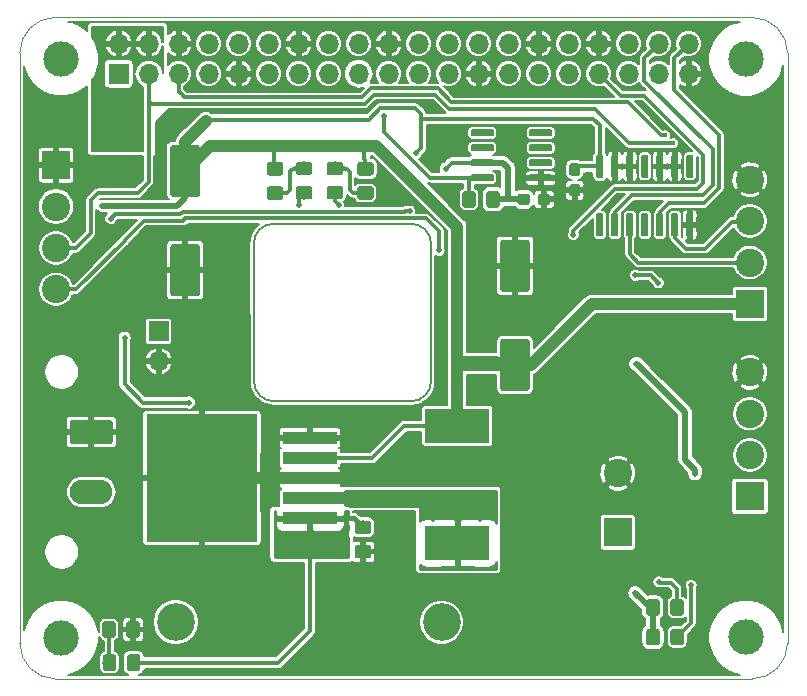
<source format=gbr>
G04 #@! TF.GenerationSoftware,KiCad,Pcbnew,(5.1.2)-1*
G04 #@! TF.CreationDate,2019-08-04T20:48:43+02:00*
G04 #@! TF.ProjectId,SMPS hat,534d5053-2068-4617-942e-6b696361645f,rev?*
G04 #@! TF.SameCoordinates,Original*
G04 #@! TF.FileFunction,Copper,L1,Top*
G04 #@! TF.FilePolarity,Positive*
%FSLAX46Y46*%
G04 Gerber Fmt 4.6, Leading zero omitted, Abs format (unit mm)*
G04 Created by KiCad (PCBNEW (5.1.2)-1) date 2019-08-04 20:48:43*
%MOMM*%
%LPD*%
G04 APERTURE LIST*
%ADD10C,0.150000*%
%ADD11C,0.100000*%
%ADD12O,3.600000X2.080000*%
%ADD13C,2.080000*%
%ADD14C,0.600000*%
%ADD15R,9.400000X10.800000*%
%ADD16R,4.600000X1.100000*%
%ADD17C,1.150000*%
%ADD18O,1.700000X1.700000*%
%ADD19R,1.700000X1.700000*%
%ADD20R,5.400000X2.900000*%
%ADD21C,2.400000*%
%ADD22R,2.400000X2.400000*%
%ADD23C,3.200000*%
%ADD24C,2.500000*%
%ADD25C,0.950000*%
%ADD26C,3.000000*%
%ADD27C,0.500000*%
%ADD28C,0.400000*%
%ADD29C,1.000000*%
%ADD30C,0.350000*%
%ADD31C,0.500000*%
%ADD32C,0.400000*%
%ADD33C,0.200000*%
%ADD34C,0.254000*%
G04 APERTURE END LIST*
D10*
X100101383Y-93318831D02*
G75*
G02X98374200Y-91643200I-50783J1675631D01*
G01*
X113359431Y-91592417D02*
G75*
G02X111683800Y-93319600I-1675631J-50783D01*
G01*
X111633017Y-78283569D02*
G75*
G02X113360200Y-79959200I50783J-1675631D01*
G01*
X98349569Y-80009983D02*
G75*
G02X100025200Y-78282800I1675631J50783D01*
G01*
X98374200Y-91643200D02*
X98349569Y-80009983D01*
X111683800Y-93319600D02*
X100101383Y-93318831D01*
X113360200Y-79959200D02*
X113359431Y-91592417D01*
X100025200Y-78282800D02*
X111633017Y-78283569D01*
D11*
X78546357Y-63830200D02*
X78546356Y-113817611D01*
X78546357Y-63830200D02*
G75*
G02X81534000Y-60817611I2999999J12589D01*
G01*
X140546356Y-60817611D02*
X81534000Y-60817611D01*
X140546356Y-60817611D02*
G75*
G02X143546356Y-63817611I0J-3000000D01*
G01*
X143546351Y-113822847D02*
X143546356Y-63817611D01*
X81546356Y-116817611D02*
G75*
G02X78546356Y-113817611I0J3000000D01*
G01*
X81546356Y-116817611D02*
X140546356Y-116817611D01*
X143546351Y-113822847D02*
G75*
G02X140546356Y-116817611I-2999995J5236D01*
G01*
D12*
X84594700Y-101003100D03*
D11*
G36*
X86169205Y-94884304D02*
G01*
X86193473Y-94887904D01*
X86217272Y-94893865D01*
X86240371Y-94902130D01*
X86262550Y-94912620D01*
X86283593Y-94925232D01*
X86303299Y-94939847D01*
X86321477Y-94956323D01*
X86337953Y-94974501D01*
X86352568Y-94994207D01*
X86365180Y-95015250D01*
X86375670Y-95037429D01*
X86383935Y-95060528D01*
X86389896Y-95084327D01*
X86393496Y-95108595D01*
X86394700Y-95133099D01*
X86394700Y-96713101D01*
X86393496Y-96737605D01*
X86389896Y-96761873D01*
X86383935Y-96785672D01*
X86375670Y-96808771D01*
X86365180Y-96830950D01*
X86352568Y-96851993D01*
X86337953Y-96871699D01*
X86321477Y-96889877D01*
X86303299Y-96906353D01*
X86283593Y-96920968D01*
X86262550Y-96933580D01*
X86240371Y-96944070D01*
X86217272Y-96952335D01*
X86193473Y-96958296D01*
X86169205Y-96961896D01*
X86144701Y-96963100D01*
X83044699Y-96963100D01*
X83020195Y-96961896D01*
X82995927Y-96958296D01*
X82972128Y-96952335D01*
X82949029Y-96944070D01*
X82926850Y-96933580D01*
X82905807Y-96920968D01*
X82886101Y-96906353D01*
X82867923Y-96889877D01*
X82851447Y-96871699D01*
X82836832Y-96851993D01*
X82824220Y-96830950D01*
X82813730Y-96808771D01*
X82805465Y-96785672D01*
X82799504Y-96761873D01*
X82795904Y-96737605D01*
X82794700Y-96713101D01*
X82794700Y-95133099D01*
X82795904Y-95108595D01*
X82799504Y-95084327D01*
X82805465Y-95060528D01*
X82813730Y-95037429D01*
X82824220Y-95015250D01*
X82836832Y-94994207D01*
X82851447Y-94974501D01*
X82867923Y-94956323D01*
X82886101Y-94939847D01*
X82905807Y-94925232D01*
X82926850Y-94912620D01*
X82949029Y-94902130D01*
X82972128Y-94893865D01*
X82995927Y-94887904D01*
X83020195Y-94884304D01*
X83044699Y-94883100D01*
X86144701Y-94883100D01*
X86169205Y-94884304D01*
X86169205Y-94884304D01*
G37*
D13*
X84594700Y-95923100D03*
D11*
G36*
X127817483Y-72456082D02*
G01*
X127832044Y-72458242D01*
X127846323Y-72461819D01*
X127860183Y-72466778D01*
X127873490Y-72473072D01*
X127886116Y-72480640D01*
X127897939Y-72489408D01*
X127908846Y-72499294D01*
X127918732Y-72510201D01*
X127927500Y-72522024D01*
X127935068Y-72534650D01*
X127941362Y-72547957D01*
X127946321Y-72561817D01*
X127949898Y-72576096D01*
X127952058Y-72590657D01*
X127952780Y-72605360D01*
X127952780Y-74255360D01*
X127952058Y-74270063D01*
X127949898Y-74284624D01*
X127946321Y-74298903D01*
X127941362Y-74312763D01*
X127935068Y-74326070D01*
X127927500Y-74338696D01*
X127918732Y-74350519D01*
X127908846Y-74361426D01*
X127897939Y-74371312D01*
X127886116Y-74380080D01*
X127873490Y-74387648D01*
X127860183Y-74393942D01*
X127846323Y-74398901D01*
X127832044Y-74402478D01*
X127817483Y-74404638D01*
X127802780Y-74405360D01*
X127502780Y-74405360D01*
X127488077Y-74404638D01*
X127473516Y-74402478D01*
X127459237Y-74398901D01*
X127445377Y-74393942D01*
X127432070Y-74387648D01*
X127419444Y-74380080D01*
X127407621Y-74371312D01*
X127396714Y-74361426D01*
X127386828Y-74350519D01*
X127378060Y-74338696D01*
X127370492Y-74326070D01*
X127364198Y-74312763D01*
X127359239Y-74298903D01*
X127355662Y-74284624D01*
X127353502Y-74270063D01*
X127352780Y-74255360D01*
X127352780Y-72605360D01*
X127353502Y-72590657D01*
X127355662Y-72576096D01*
X127359239Y-72561817D01*
X127364198Y-72547957D01*
X127370492Y-72534650D01*
X127378060Y-72522024D01*
X127386828Y-72510201D01*
X127396714Y-72499294D01*
X127407621Y-72489408D01*
X127419444Y-72480640D01*
X127432070Y-72473072D01*
X127445377Y-72466778D01*
X127459237Y-72461819D01*
X127473516Y-72458242D01*
X127488077Y-72456082D01*
X127502780Y-72455360D01*
X127802780Y-72455360D01*
X127817483Y-72456082D01*
X127817483Y-72456082D01*
G37*
D14*
X127652780Y-73430360D03*
D11*
G36*
X129087483Y-72456082D02*
G01*
X129102044Y-72458242D01*
X129116323Y-72461819D01*
X129130183Y-72466778D01*
X129143490Y-72473072D01*
X129156116Y-72480640D01*
X129167939Y-72489408D01*
X129178846Y-72499294D01*
X129188732Y-72510201D01*
X129197500Y-72522024D01*
X129205068Y-72534650D01*
X129211362Y-72547957D01*
X129216321Y-72561817D01*
X129219898Y-72576096D01*
X129222058Y-72590657D01*
X129222780Y-72605360D01*
X129222780Y-74255360D01*
X129222058Y-74270063D01*
X129219898Y-74284624D01*
X129216321Y-74298903D01*
X129211362Y-74312763D01*
X129205068Y-74326070D01*
X129197500Y-74338696D01*
X129188732Y-74350519D01*
X129178846Y-74361426D01*
X129167939Y-74371312D01*
X129156116Y-74380080D01*
X129143490Y-74387648D01*
X129130183Y-74393942D01*
X129116323Y-74398901D01*
X129102044Y-74402478D01*
X129087483Y-74404638D01*
X129072780Y-74405360D01*
X128772780Y-74405360D01*
X128758077Y-74404638D01*
X128743516Y-74402478D01*
X128729237Y-74398901D01*
X128715377Y-74393942D01*
X128702070Y-74387648D01*
X128689444Y-74380080D01*
X128677621Y-74371312D01*
X128666714Y-74361426D01*
X128656828Y-74350519D01*
X128648060Y-74338696D01*
X128640492Y-74326070D01*
X128634198Y-74312763D01*
X128629239Y-74298903D01*
X128625662Y-74284624D01*
X128623502Y-74270063D01*
X128622780Y-74255360D01*
X128622780Y-72605360D01*
X128623502Y-72590657D01*
X128625662Y-72576096D01*
X128629239Y-72561817D01*
X128634198Y-72547957D01*
X128640492Y-72534650D01*
X128648060Y-72522024D01*
X128656828Y-72510201D01*
X128666714Y-72499294D01*
X128677621Y-72489408D01*
X128689444Y-72480640D01*
X128702070Y-72473072D01*
X128715377Y-72466778D01*
X128729237Y-72461819D01*
X128743516Y-72458242D01*
X128758077Y-72456082D01*
X128772780Y-72455360D01*
X129072780Y-72455360D01*
X129087483Y-72456082D01*
X129087483Y-72456082D01*
G37*
D14*
X128922780Y-73430360D03*
D11*
G36*
X130357483Y-72456082D02*
G01*
X130372044Y-72458242D01*
X130386323Y-72461819D01*
X130400183Y-72466778D01*
X130413490Y-72473072D01*
X130426116Y-72480640D01*
X130437939Y-72489408D01*
X130448846Y-72499294D01*
X130458732Y-72510201D01*
X130467500Y-72522024D01*
X130475068Y-72534650D01*
X130481362Y-72547957D01*
X130486321Y-72561817D01*
X130489898Y-72576096D01*
X130492058Y-72590657D01*
X130492780Y-72605360D01*
X130492780Y-74255360D01*
X130492058Y-74270063D01*
X130489898Y-74284624D01*
X130486321Y-74298903D01*
X130481362Y-74312763D01*
X130475068Y-74326070D01*
X130467500Y-74338696D01*
X130458732Y-74350519D01*
X130448846Y-74361426D01*
X130437939Y-74371312D01*
X130426116Y-74380080D01*
X130413490Y-74387648D01*
X130400183Y-74393942D01*
X130386323Y-74398901D01*
X130372044Y-74402478D01*
X130357483Y-74404638D01*
X130342780Y-74405360D01*
X130042780Y-74405360D01*
X130028077Y-74404638D01*
X130013516Y-74402478D01*
X129999237Y-74398901D01*
X129985377Y-74393942D01*
X129972070Y-74387648D01*
X129959444Y-74380080D01*
X129947621Y-74371312D01*
X129936714Y-74361426D01*
X129926828Y-74350519D01*
X129918060Y-74338696D01*
X129910492Y-74326070D01*
X129904198Y-74312763D01*
X129899239Y-74298903D01*
X129895662Y-74284624D01*
X129893502Y-74270063D01*
X129892780Y-74255360D01*
X129892780Y-72605360D01*
X129893502Y-72590657D01*
X129895662Y-72576096D01*
X129899239Y-72561817D01*
X129904198Y-72547957D01*
X129910492Y-72534650D01*
X129918060Y-72522024D01*
X129926828Y-72510201D01*
X129936714Y-72499294D01*
X129947621Y-72489408D01*
X129959444Y-72480640D01*
X129972070Y-72473072D01*
X129985377Y-72466778D01*
X129999237Y-72461819D01*
X130013516Y-72458242D01*
X130028077Y-72456082D01*
X130042780Y-72455360D01*
X130342780Y-72455360D01*
X130357483Y-72456082D01*
X130357483Y-72456082D01*
G37*
D14*
X130192780Y-73430360D03*
D11*
G36*
X131627483Y-72456082D02*
G01*
X131642044Y-72458242D01*
X131656323Y-72461819D01*
X131670183Y-72466778D01*
X131683490Y-72473072D01*
X131696116Y-72480640D01*
X131707939Y-72489408D01*
X131718846Y-72499294D01*
X131728732Y-72510201D01*
X131737500Y-72522024D01*
X131745068Y-72534650D01*
X131751362Y-72547957D01*
X131756321Y-72561817D01*
X131759898Y-72576096D01*
X131762058Y-72590657D01*
X131762780Y-72605360D01*
X131762780Y-74255360D01*
X131762058Y-74270063D01*
X131759898Y-74284624D01*
X131756321Y-74298903D01*
X131751362Y-74312763D01*
X131745068Y-74326070D01*
X131737500Y-74338696D01*
X131728732Y-74350519D01*
X131718846Y-74361426D01*
X131707939Y-74371312D01*
X131696116Y-74380080D01*
X131683490Y-74387648D01*
X131670183Y-74393942D01*
X131656323Y-74398901D01*
X131642044Y-74402478D01*
X131627483Y-74404638D01*
X131612780Y-74405360D01*
X131312780Y-74405360D01*
X131298077Y-74404638D01*
X131283516Y-74402478D01*
X131269237Y-74398901D01*
X131255377Y-74393942D01*
X131242070Y-74387648D01*
X131229444Y-74380080D01*
X131217621Y-74371312D01*
X131206714Y-74361426D01*
X131196828Y-74350519D01*
X131188060Y-74338696D01*
X131180492Y-74326070D01*
X131174198Y-74312763D01*
X131169239Y-74298903D01*
X131165662Y-74284624D01*
X131163502Y-74270063D01*
X131162780Y-74255360D01*
X131162780Y-72605360D01*
X131163502Y-72590657D01*
X131165662Y-72576096D01*
X131169239Y-72561817D01*
X131174198Y-72547957D01*
X131180492Y-72534650D01*
X131188060Y-72522024D01*
X131196828Y-72510201D01*
X131206714Y-72499294D01*
X131217621Y-72489408D01*
X131229444Y-72480640D01*
X131242070Y-72473072D01*
X131255377Y-72466778D01*
X131269237Y-72461819D01*
X131283516Y-72458242D01*
X131298077Y-72456082D01*
X131312780Y-72455360D01*
X131612780Y-72455360D01*
X131627483Y-72456082D01*
X131627483Y-72456082D01*
G37*
D14*
X131462780Y-73430360D03*
D11*
G36*
X132897483Y-72456082D02*
G01*
X132912044Y-72458242D01*
X132926323Y-72461819D01*
X132940183Y-72466778D01*
X132953490Y-72473072D01*
X132966116Y-72480640D01*
X132977939Y-72489408D01*
X132988846Y-72499294D01*
X132998732Y-72510201D01*
X133007500Y-72522024D01*
X133015068Y-72534650D01*
X133021362Y-72547957D01*
X133026321Y-72561817D01*
X133029898Y-72576096D01*
X133032058Y-72590657D01*
X133032780Y-72605360D01*
X133032780Y-74255360D01*
X133032058Y-74270063D01*
X133029898Y-74284624D01*
X133026321Y-74298903D01*
X133021362Y-74312763D01*
X133015068Y-74326070D01*
X133007500Y-74338696D01*
X132998732Y-74350519D01*
X132988846Y-74361426D01*
X132977939Y-74371312D01*
X132966116Y-74380080D01*
X132953490Y-74387648D01*
X132940183Y-74393942D01*
X132926323Y-74398901D01*
X132912044Y-74402478D01*
X132897483Y-74404638D01*
X132882780Y-74405360D01*
X132582780Y-74405360D01*
X132568077Y-74404638D01*
X132553516Y-74402478D01*
X132539237Y-74398901D01*
X132525377Y-74393942D01*
X132512070Y-74387648D01*
X132499444Y-74380080D01*
X132487621Y-74371312D01*
X132476714Y-74361426D01*
X132466828Y-74350519D01*
X132458060Y-74338696D01*
X132450492Y-74326070D01*
X132444198Y-74312763D01*
X132439239Y-74298903D01*
X132435662Y-74284624D01*
X132433502Y-74270063D01*
X132432780Y-74255360D01*
X132432780Y-72605360D01*
X132433502Y-72590657D01*
X132435662Y-72576096D01*
X132439239Y-72561817D01*
X132444198Y-72547957D01*
X132450492Y-72534650D01*
X132458060Y-72522024D01*
X132466828Y-72510201D01*
X132476714Y-72499294D01*
X132487621Y-72489408D01*
X132499444Y-72480640D01*
X132512070Y-72473072D01*
X132525377Y-72466778D01*
X132539237Y-72461819D01*
X132553516Y-72458242D01*
X132568077Y-72456082D01*
X132582780Y-72455360D01*
X132882780Y-72455360D01*
X132897483Y-72456082D01*
X132897483Y-72456082D01*
G37*
D14*
X132732780Y-73430360D03*
D11*
G36*
X134167483Y-72456082D02*
G01*
X134182044Y-72458242D01*
X134196323Y-72461819D01*
X134210183Y-72466778D01*
X134223490Y-72473072D01*
X134236116Y-72480640D01*
X134247939Y-72489408D01*
X134258846Y-72499294D01*
X134268732Y-72510201D01*
X134277500Y-72522024D01*
X134285068Y-72534650D01*
X134291362Y-72547957D01*
X134296321Y-72561817D01*
X134299898Y-72576096D01*
X134302058Y-72590657D01*
X134302780Y-72605360D01*
X134302780Y-74255360D01*
X134302058Y-74270063D01*
X134299898Y-74284624D01*
X134296321Y-74298903D01*
X134291362Y-74312763D01*
X134285068Y-74326070D01*
X134277500Y-74338696D01*
X134268732Y-74350519D01*
X134258846Y-74361426D01*
X134247939Y-74371312D01*
X134236116Y-74380080D01*
X134223490Y-74387648D01*
X134210183Y-74393942D01*
X134196323Y-74398901D01*
X134182044Y-74402478D01*
X134167483Y-74404638D01*
X134152780Y-74405360D01*
X133852780Y-74405360D01*
X133838077Y-74404638D01*
X133823516Y-74402478D01*
X133809237Y-74398901D01*
X133795377Y-74393942D01*
X133782070Y-74387648D01*
X133769444Y-74380080D01*
X133757621Y-74371312D01*
X133746714Y-74361426D01*
X133736828Y-74350519D01*
X133728060Y-74338696D01*
X133720492Y-74326070D01*
X133714198Y-74312763D01*
X133709239Y-74298903D01*
X133705662Y-74284624D01*
X133703502Y-74270063D01*
X133702780Y-74255360D01*
X133702780Y-72605360D01*
X133703502Y-72590657D01*
X133705662Y-72576096D01*
X133709239Y-72561817D01*
X133714198Y-72547957D01*
X133720492Y-72534650D01*
X133728060Y-72522024D01*
X133736828Y-72510201D01*
X133746714Y-72499294D01*
X133757621Y-72489408D01*
X133769444Y-72480640D01*
X133782070Y-72473072D01*
X133795377Y-72466778D01*
X133809237Y-72461819D01*
X133823516Y-72458242D01*
X133838077Y-72456082D01*
X133852780Y-72455360D01*
X134152780Y-72455360D01*
X134167483Y-72456082D01*
X134167483Y-72456082D01*
G37*
D14*
X134002780Y-73430360D03*
D11*
G36*
X135437483Y-72456082D02*
G01*
X135452044Y-72458242D01*
X135466323Y-72461819D01*
X135480183Y-72466778D01*
X135493490Y-72473072D01*
X135506116Y-72480640D01*
X135517939Y-72489408D01*
X135528846Y-72499294D01*
X135538732Y-72510201D01*
X135547500Y-72522024D01*
X135555068Y-72534650D01*
X135561362Y-72547957D01*
X135566321Y-72561817D01*
X135569898Y-72576096D01*
X135572058Y-72590657D01*
X135572780Y-72605360D01*
X135572780Y-74255360D01*
X135572058Y-74270063D01*
X135569898Y-74284624D01*
X135566321Y-74298903D01*
X135561362Y-74312763D01*
X135555068Y-74326070D01*
X135547500Y-74338696D01*
X135538732Y-74350519D01*
X135528846Y-74361426D01*
X135517939Y-74371312D01*
X135506116Y-74380080D01*
X135493490Y-74387648D01*
X135480183Y-74393942D01*
X135466323Y-74398901D01*
X135452044Y-74402478D01*
X135437483Y-74404638D01*
X135422780Y-74405360D01*
X135122780Y-74405360D01*
X135108077Y-74404638D01*
X135093516Y-74402478D01*
X135079237Y-74398901D01*
X135065377Y-74393942D01*
X135052070Y-74387648D01*
X135039444Y-74380080D01*
X135027621Y-74371312D01*
X135016714Y-74361426D01*
X135006828Y-74350519D01*
X134998060Y-74338696D01*
X134990492Y-74326070D01*
X134984198Y-74312763D01*
X134979239Y-74298903D01*
X134975662Y-74284624D01*
X134973502Y-74270063D01*
X134972780Y-74255360D01*
X134972780Y-72605360D01*
X134973502Y-72590657D01*
X134975662Y-72576096D01*
X134979239Y-72561817D01*
X134984198Y-72547957D01*
X134990492Y-72534650D01*
X134998060Y-72522024D01*
X135006828Y-72510201D01*
X135016714Y-72499294D01*
X135027621Y-72489408D01*
X135039444Y-72480640D01*
X135052070Y-72473072D01*
X135065377Y-72466778D01*
X135079237Y-72461819D01*
X135093516Y-72458242D01*
X135108077Y-72456082D01*
X135122780Y-72455360D01*
X135422780Y-72455360D01*
X135437483Y-72456082D01*
X135437483Y-72456082D01*
G37*
D14*
X135272780Y-73430360D03*
D11*
G36*
X135437483Y-77406082D02*
G01*
X135452044Y-77408242D01*
X135466323Y-77411819D01*
X135480183Y-77416778D01*
X135493490Y-77423072D01*
X135506116Y-77430640D01*
X135517939Y-77439408D01*
X135528846Y-77449294D01*
X135538732Y-77460201D01*
X135547500Y-77472024D01*
X135555068Y-77484650D01*
X135561362Y-77497957D01*
X135566321Y-77511817D01*
X135569898Y-77526096D01*
X135572058Y-77540657D01*
X135572780Y-77555360D01*
X135572780Y-79205360D01*
X135572058Y-79220063D01*
X135569898Y-79234624D01*
X135566321Y-79248903D01*
X135561362Y-79262763D01*
X135555068Y-79276070D01*
X135547500Y-79288696D01*
X135538732Y-79300519D01*
X135528846Y-79311426D01*
X135517939Y-79321312D01*
X135506116Y-79330080D01*
X135493490Y-79337648D01*
X135480183Y-79343942D01*
X135466323Y-79348901D01*
X135452044Y-79352478D01*
X135437483Y-79354638D01*
X135422780Y-79355360D01*
X135122780Y-79355360D01*
X135108077Y-79354638D01*
X135093516Y-79352478D01*
X135079237Y-79348901D01*
X135065377Y-79343942D01*
X135052070Y-79337648D01*
X135039444Y-79330080D01*
X135027621Y-79321312D01*
X135016714Y-79311426D01*
X135006828Y-79300519D01*
X134998060Y-79288696D01*
X134990492Y-79276070D01*
X134984198Y-79262763D01*
X134979239Y-79248903D01*
X134975662Y-79234624D01*
X134973502Y-79220063D01*
X134972780Y-79205360D01*
X134972780Y-77555360D01*
X134973502Y-77540657D01*
X134975662Y-77526096D01*
X134979239Y-77511817D01*
X134984198Y-77497957D01*
X134990492Y-77484650D01*
X134998060Y-77472024D01*
X135006828Y-77460201D01*
X135016714Y-77449294D01*
X135027621Y-77439408D01*
X135039444Y-77430640D01*
X135052070Y-77423072D01*
X135065377Y-77416778D01*
X135079237Y-77411819D01*
X135093516Y-77408242D01*
X135108077Y-77406082D01*
X135122780Y-77405360D01*
X135422780Y-77405360D01*
X135437483Y-77406082D01*
X135437483Y-77406082D01*
G37*
D14*
X135272780Y-78380360D03*
D11*
G36*
X134167483Y-77406082D02*
G01*
X134182044Y-77408242D01*
X134196323Y-77411819D01*
X134210183Y-77416778D01*
X134223490Y-77423072D01*
X134236116Y-77430640D01*
X134247939Y-77439408D01*
X134258846Y-77449294D01*
X134268732Y-77460201D01*
X134277500Y-77472024D01*
X134285068Y-77484650D01*
X134291362Y-77497957D01*
X134296321Y-77511817D01*
X134299898Y-77526096D01*
X134302058Y-77540657D01*
X134302780Y-77555360D01*
X134302780Y-79205360D01*
X134302058Y-79220063D01*
X134299898Y-79234624D01*
X134296321Y-79248903D01*
X134291362Y-79262763D01*
X134285068Y-79276070D01*
X134277500Y-79288696D01*
X134268732Y-79300519D01*
X134258846Y-79311426D01*
X134247939Y-79321312D01*
X134236116Y-79330080D01*
X134223490Y-79337648D01*
X134210183Y-79343942D01*
X134196323Y-79348901D01*
X134182044Y-79352478D01*
X134167483Y-79354638D01*
X134152780Y-79355360D01*
X133852780Y-79355360D01*
X133838077Y-79354638D01*
X133823516Y-79352478D01*
X133809237Y-79348901D01*
X133795377Y-79343942D01*
X133782070Y-79337648D01*
X133769444Y-79330080D01*
X133757621Y-79321312D01*
X133746714Y-79311426D01*
X133736828Y-79300519D01*
X133728060Y-79288696D01*
X133720492Y-79276070D01*
X133714198Y-79262763D01*
X133709239Y-79248903D01*
X133705662Y-79234624D01*
X133703502Y-79220063D01*
X133702780Y-79205360D01*
X133702780Y-77555360D01*
X133703502Y-77540657D01*
X133705662Y-77526096D01*
X133709239Y-77511817D01*
X133714198Y-77497957D01*
X133720492Y-77484650D01*
X133728060Y-77472024D01*
X133736828Y-77460201D01*
X133746714Y-77449294D01*
X133757621Y-77439408D01*
X133769444Y-77430640D01*
X133782070Y-77423072D01*
X133795377Y-77416778D01*
X133809237Y-77411819D01*
X133823516Y-77408242D01*
X133838077Y-77406082D01*
X133852780Y-77405360D01*
X134152780Y-77405360D01*
X134167483Y-77406082D01*
X134167483Y-77406082D01*
G37*
D14*
X134002780Y-78380360D03*
D11*
G36*
X132897483Y-77406082D02*
G01*
X132912044Y-77408242D01*
X132926323Y-77411819D01*
X132940183Y-77416778D01*
X132953490Y-77423072D01*
X132966116Y-77430640D01*
X132977939Y-77439408D01*
X132988846Y-77449294D01*
X132998732Y-77460201D01*
X133007500Y-77472024D01*
X133015068Y-77484650D01*
X133021362Y-77497957D01*
X133026321Y-77511817D01*
X133029898Y-77526096D01*
X133032058Y-77540657D01*
X133032780Y-77555360D01*
X133032780Y-79205360D01*
X133032058Y-79220063D01*
X133029898Y-79234624D01*
X133026321Y-79248903D01*
X133021362Y-79262763D01*
X133015068Y-79276070D01*
X133007500Y-79288696D01*
X132998732Y-79300519D01*
X132988846Y-79311426D01*
X132977939Y-79321312D01*
X132966116Y-79330080D01*
X132953490Y-79337648D01*
X132940183Y-79343942D01*
X132926323Y-79348901D01*
X132912044Y-79352478D01*
X132897483Y-79354638D01*
X132882780Y-79355360D01*
X132582780Y-79355360D01*
X132568077Y-79354638D01*
X132553516Y-79352478D01*
X132539237Y-79348901D01*
X132525377Y-79343942D01*
X132512070Y-79337648D01*
X132499444Y-79330080D01*
X132487621Y-79321312D01*
X132476714Y-79311426D01*
X132466828Y-79300519D01*
X132458060Y-79288696D01*
X132450492Y-79276070D01*
X132444198Y-79262763D01*
X132439239Y-79248903D01*
X132435662Y-79234624D01*
X132433502Y-79220063D01*
X132432780Y-79205360D01*
X132432780Y-77555360D01*
X132433502Y-77540657D01*
X132435662Y-77526096D01*
X132439239Y-77511817D01*
X132444198Y-77497957D01*
X132450492Y-77484650D01*
X132458060Y-77472024D01*
X132466828Y-77460201D01*
X132476714Y-77449294D01*
X132487621Y-77439408D01*
X132499444Y-77430640D01*
X132512070Y-77423072D01*
X132525377Y-77416778D01*
X132539237Y-77411819D01*
X132553516Y-77408242D01*
X132568077Y-77406082D01*
X132582780Y-77405360D01*
X132882780Y-77405360D01*
X132897483Y-77406082D01*
X132897483Y-77406082D01*
G37*
D14*
X132732780Y-78380360D03*
D11*
G36*
X131627483Y-77406082D02*
G01*
X131642044Y-77408242D01*
X131656323Y-77411819D01*
X131670183Y-77416778D01*
X131683490Y-77423072D01*
X131696116Y-77430640D01*
X131707939Y-77439408D01*
X131718846Y-77449294D01*
X131728732Y-77460201D01*
X131737500Y-77472024D01*
X131745068Y-77484650D01*
X131751362Y-77497957D01*
X131756321Y-77511817D01*
X131759898Y-77526096D01*
X131762058Y-77540657D01*
X131762780Y-77555360D01*
X131762780Y-79205360D01*
X131762058Y-79220063D01*
X131759898Y-79234624D01*
X131756321Y-79248903D01*
X131751362Y-79262763D01*
X131745068Y-79276070D01*
X131737500Y-79288696D01*
X131728732Y-79300519D01*
X131718846Y-79311426D01*
X131707939Y-79321312D01*
X131696116Y-79330080D01*
X131683490Y-79337648D01*
X131670183Y-79343942D01*
X131656323Y-79348901D01*
X131642044Y-79352478D01*
X131627483Y-79354638D01*
X131612780Y-79355360D01*
X131312780Y-79355360D01*
X131298077Y-79354638D01*
X131283516Y-79352478D01*
X131269237Y-79348901D01*
X131255377Y-79343942D01*
X131242070Y-79337648D01*
X131229444Y-79330080D01*
X131217621Y-79321312D01*
X131206714Y-79311426D01*
X131196828Y-79300519D01*
X131188060Y-79288696D01*
X131180492Y-79276070D01*
X131174198Y-79262763D01*
X131169239Y-79248903D01*
X131165662Y-79234624D01*
X131163502Y-79220063D01*
X131162780Y-79205360D01*
X131162780Y-77555360D01*
X131163502Y-77540657D01*
X131165662Y-77526096D01*
X131169239Y-77511817D01*
X131174198Y-77497957D01*
X131180492Y-77484650D01*
X131188060Y-77472024D01*
X131196828Y-77460201D01*
X131206714Y-77449294D01*
X131217621Y-77439408D01*
X131229444Y-77430640D01*
X131242070Y-77423072D01*
X131255377Y-77416778D01*
X131269237Y-77411819D01*
X131283516Y-77408242D01*
X131298077Y-77406082D01*
X131312780Y-77405360D01*
X131612780Y-77405360D01*
X131627483Y-77406082D01*
X131627483Y-77406082D01*
G37*
D14*
X131462780Y-78380360D03*
D11*
G36*
X130357483Y-77406082D02*
G01*
X130372044Y-77408242D01*
X130386323Y-77411819D01*
X130400183Y-77416778D01*
X130413490Y-77423072D01*
X130426116Y-77430640D01*
X130437939Y-77439408D01*
X130448846Y-77449294D01*
X130458732Y-77460201D01*
X130467500Y-77472024D01*
X130475068Y-77484650D01*
X130481362Y-77497957D01*
X130486321Y-77511817D01*
X130489898Y-77526096D01*
X130492058Y-77540657D01*
X130492780Y-77555360D01*
X130492780Y-79205360D01*
X130492058Y-79220063D01*
X130489898Y-79234624D01*
X130486321Y-79248903D01*
X130481362Y-79262763D01*
X130475068Y-79276070D01*
X130467500Y-79288696D01*
X130458732Y-79300519D01*
X130448846Y-79311426D01*
X130437939Y-79321312D01*
X130426116Y-79330080D01*
X130413490Y-79337648D01*
X130400183Y-79343942D01*
X130386323Y-79348901D01*
X130372044Y-79352478D01*
X130357483Y-79354638D01*
X130342780Y-79355360D01*
X130042780Y-79355360D01*
X130028077Y-79354638D01*
X130013516Y-79352478D01*
X129999237Y-79348901D01*
X129985377Y-79343942D01*
X129972070Y-79337648D01*
X129959444Y-79330080D01*
X129947621Y-79321312D01*
X129936714Y-79311426D01*
X129926828Y-79300519D01*
X129918060Y-79288696D01*
X129910492Y-79276070D01*
X129904198Y-79262763D01*
X129899239Y-79248903D01*
X129895662Y-79234624D01*
X129893502Y-79220063D01*
X129892780Y-79205360D01*
X129892780Y-77555360D01*
X129893502Y-77540657D01*
X129895662Y-77526096D01*
X129899239Y-77511817D01*
X129904198Y-77497957D01*
X129910492Y-77484650D01*
X129918060Y-77472024D01*
X129926828Y-77460201D01*
X129936714Y-77449294D01*
X129947621Y-77439408D01*
X129959444Y-77430640D01*
X129972070Y-77423072D01*
X129985377Y-77416778D01*
X129999237Y-77411819D01*
X130013516Y-77408242D01*
X130028077Y-77406082D01*
X130042780Y-77405360D01*
X130342780Y-77405360D01*
X130357483Y-77406082D01*
X130357483Y-77406082D01*
G37*
D14*
X130192780Y-78380360D03*
D11*
G36*
X129087483Y-77406082D02*
G01*
X129102044Y-77408242D01*
X129116323Y-77411819D01*
X129130183Y-77416778D01*
X129143490Y-77423072D01*
X129156116Y-77430640D01*
X129167939Y-77439408D01*
X129178846Y-77449294D01*
X129188732Y-77460201D01*
X129197500Y-77472024D01*
X129205068Y-77484650D01*
X129211362Y-77497957D01*
X129216321Y-77511817D01*
X129219898Y-77526096D01*
X129222058Y-77540657D01*
X129222780Y-77555360D01*
X129222780Y-79205360D01*
X129222058Y-79220063D01*
X129219898Y-79234624D01*
X129216321Y-79248903D01*
X129211362Y-79262763D01*
X129205068Y-79276070D01*
X129197500Y-79288696D01*
X129188732Y-79300519D01*
X129178846Y-79311426D01*
X129167939Y-79321312D01*
X129156116Y-79330080D01*
X129143490Y-79337648D01*
X129130183Y-79343942D01*
X129116323Y-79348901D01*
X129102044Y-79352478D01*
X129087483Y-79354638D01*
X129072780Y-79355360D01*
X128772780Y-79355360D01*
X128758077Y-79354638D01*
X128743516Y-79352478D01*
X128729237Y-79348901D01*
X128715377Y-79343942D01*
X128702070Y-79337648D01*
X128689444Y-79330080D01*
X128677621Y-79321312D01*
X128666714Y-79311426D01*
X128656828Y-79300519D01*
X128648060Y-79288696D01*
X128640492Y-79276070D01*
X128634198Y-79262763D01*
X128629239Y-79248903D01*
X128625662Y-79234624D01*
X128623502Y-79220063D01*
X128622780Y-79205360D01*
X128622780Y-77555360D01*
X128623502Y-77540657D01*
X128625662Y-77526096D01*
X128629239Y-77511817D01*
X128634198Y-77497957D01*
X128640492Y-77484650D01*
X128648060Y-77472024D01*
X128656828Y-77460201D01*
X128666714Y-77449294D01*
X128677621Y-77439408D01*
X128689444Y-77430640D01*
X128702070Y-77423072D01*
X128715377Y-77416778D01*
X128729237Y-77411819D01*
X128743516Y-77408242D01*
X128758077Y-77406082D01*
X128772780Y-77405360D01*
X129072780Y-77405360D01*
X129087483Y-77406082D01*
X129087483Y-77406082D01*
G37*
D14*
X128922780Y-78380360D03*
D11*
G36*
X127817483Y-77406082D02*
G01*
X127832044Y-77408242D01*
X127846323Y-77411819D01*
X127860183Y-77416778D01*
X127873490Y-77423072D01*
X127886116Y-77430640D01*
X127897939Y-77439408D01*
X127908846Y-77449294D01*
X127918732Y-77460201D01*
X127927500Y-77472024D01*
X127935068Y-77484650D01*
X127941362Y-77497957D01*
X127946321Y-77511817D01*
X127949898Y-77526096D01*
X127952058Y-77540657D01*
X127952780Y-77555360D01*
X127952780Y-79205360D01*
X127952058Y-79220063D01*
X127949898Y-79234624D01*
X127946321Y-79248903D01*
X127941362Y-79262763D01*
X127935068Y-79276070D01*
X127927500Y-79288696D01*
X127918732Y-79300519D01*
X127908846Y-79311426D01*
X127897939Y-79321312D01*
X127886116Y-79330080D01*
X127873490Y-79337648D01*
X127860183Y-79343942D01*
X127846323Y-79348901D01*
X127832044Y-79352478D01*
X127817483Y-79354638D01*
X127802780Y-79355360D01*
X127502780Y-79355360D01*
X127488077Y-79354638D01*
X127473516Y-79352478D01*
X127459237Y-79348901D01*
X127445377Y-79343942D01*
X127432070Y-79337648D01*
X127419444Y-79330080D01*
X127407621Y-79321312D01*
X127396714Y-79311426D01*
X127386828Y-79300519D01*
X127378060Y-79288696D01*
X127370492Y-79276070D01*
X127364198Y-79262763D01*
X127359239Y-79248903D01*
X127355662Y-79234624D01*
X127353502Y-79220063D01*
X127352780Y-79205360D01*
X127352780Y-77555360D01*
X127353502Y-77540657D01*
X127355662Y-77526096D01*
X127359239Y-77511817D01*
X127364198Y-77497957D01*
X127370492Y-77484650D01*
X127378060Y-77472024D01*
X127386828Y-77460201D01*
X127396714Y-77449294D01*
X127407621Y-77439408D01*
X127419444Y-77430640D01*
X127432070Y-77423072D01*
X127445377Y-77416778D01*
X127459237Y-77411819D01*
X127473516Y-77408242D01*
X127488077Y-77406082D01*
X127502780Y-77405360D01*
X127802780Y-77405360D01*
X127817483Y-77406082D01*
X127817483Y-77406082D01*
G37*
D14*
X127652780Y-78380360D03*
D11*
G36*
X123489723Y-70297482D02*
G01*
X123504284Y-70299642D01*
X123518563Y-70303219D01*
X123532423Y-70308178D01*
X123545730Y-70314472D01*
X123558356Y-70322040D01*
X123570179Y-70330808D01*
X123581086Y-70340694D01*
X123590972Y-70351601D01*
X123599740Y-70363424D01*
X123607308Y-70376050D01*
X123613602Y-70389357D01*
X123618561Y-70403217D01*
X123622138Y-70417496D01*
X123624298Y-70432057D01*
X123625020Y-70446760D01*
X123625020Y-70746760D01*
X123624298Y-70761463D01*
X123622138Y-70776024D01*
X123618561Y-70790303D01*
X123613602Y-70804163D01*
X123607308Y-70817470D01*
X123599740Y-70830096D01*
X123590972Y-70841919D01*
X123581086Y-70852826D01*
X123570179Y-70862712D01*
X123558356Y-70871480D01*
X123545730Y-70879048D01*
X123532423Y-70885342D01*
X123518563Y-70890301D01*
X123504284Y-70893878D01*
X123489723Y-70896038D01*
X123475020Y-70896760D01*
X121825020Y-70896760D01*
X121810317Y-70896038D01*
X121795756Y-70893878D01*
X121781477Y-70890301D01*
X121767617Y-70885342D01*
X121754310Y-70879048D01*
X121741684Y-70871480D01*
X121729861Y-70862712D01*
X121718954Y-70852826D01*
X121709068Y-70841919D01*
X121700300Y-70830096D01*
X121692732Y-70817470D01*
X121686438Y-70804163D01*
X121681479Y-70790303D01*
X121677902Y-70776024D01*
X121675742Y-70761463D01*
X121675020Y-70746760D01*
X121675020Y-70446760D01*
X121675742Y-70432057D01*
X121677902Y-70417496D01*
X121681479Y-70403217D01*
X121686438Y-70389357D01*
X121692732Y-70376050D01*
X121700300Y-70363424D01*
X121709068Y-70351601D01*
X121718954Y-70340694D01*
X121729861Y-70330808D01*
X121741684Y-70322040D01*
X121754310Y-70314472D01*
X121767617Y-70308178D01*
X121781477Y-70303219D01*
X121795756Y-70299642D01*
X121810317Y-70297482D01*
X121825020Y-70296760D01*
X123475020Y-70296760D01*
X123489723Y-70297482D01*
X123489723Y-70297482D01*
G37*
D14*
X122650020Y-70596760D03*
D11*
G36*
X123489723Y-71567482D02*
G01*
X123504284Y-71569642D01*
X123518563Y-71573219D01*
X123532423Y-71578178D01*
X123545730Y-71584472D01*
X123558356Y-71592040D01*
X123570179Y-71600808D01*
X123581086Y-71610694D01*
X123590972Y-71621601D01*
X123599740Y-71633424D01*
X123607308Y-71646050D01*
X123613602Y-71659357D01*
X123618561Y-71673217D01*
X123622138Y-71687496D01*
X123624298Y-71702057D01*
X123625020Y-71716760D01*
X123625020Y-72016760D01*
X123624298Y-72031463D01*
X123622138Y-72046024D01*
X123618561Y-72060303D01*
X123613602Y-72074163D01*
X123607308Y-72087470D01*
X123599740Y-72100096D01*
X123590972Y-72111919D01*
X123581086Y-72122826D01*
X123570179Y-72132712D01*
X123558356Y-72141480D01*
X123545730Y-72149048D01*
X123532423Y-72155342D01*
X123518563Y-72160301D01*
X123504284Y-72163878D01*
X123489723Y-72166038D01*
X123475020Y-72166760D01*
X121825020Y-72166760D01*
X121810317Y-72166038D01*
X121795756Y-72163878D01*
X121781477Y-72160301D01*
X121767617Y-72155342D01*
X121754310Y-72149048D01*
X121741684Y-72141480D01*
X121729861Y-72132712D01*
X121718954Y-72122826D01*
X121709068Y-72111919D01*
X121700300Y-72100096D01*
X121692732Y-72087470D01*
X121686438Y-72074163D01*
X121681479Y-72060303D01*
X121677902Y-72046024D01*
X121675742Y-72031463D01*
X121675020Y-72016760D01*
X121675020Y-71716760D01*
X121675742Y-71702057D01*
X121677902Y-71687496D01*
X121681479Y-71673217D01*
X121686438Y-71659357D01*
X121692732Y-71646050D01*
X121700300Y-71633424D01*
X121709068Y-71621601D01*
X121718954Y-71610694D01*
X121729861Y-71600808D01*
X121741684Y-71592040D01*
X121754310Y-71584472D01*
X121767617Y-71578178D01*
X121781477Y-71573219D01*
X121795756Y-71569642D01*
X121810317Y-71567482D01*
X121825020Y-71566760D01*
X123475020Y-71566760D01*
X123489723Y-71567482D01*
X123489723Y-71567482D01*
G37*
D14*
X122650020Y-71866760D03*
D11*
G36*
X123489723Y-72837482D02*
G01*
X123504284Y-72839642D01*
X123518563Y-72843219D01*
X123532423Y-72848178D01*
X123545730Y-72854472D01*
X123558356Y-72862040D01*
X123570179Y-72870808D01*
X123581086Y-72880694D01*
X123590972Y-72891601D01*
X123599740Y-72903424D01*
X123607308Y-72916050D01*
X123613602Y-72929357D01*
X123618561Y-72943217D01*
X123622138Y-72957496D01*
X123624298Y-72972057D01*
X123625020Y-72986760D01*
X123625020Y-73286760D01*
X123624298Y-73301463D01*
X123622138Y-73316024D01*
X123618561Y-73330303D01*
X123613602Y-73344163D01*
X123607308Y-73357470D01*
X123599740Y-73370096D01*
X123590972Y-73381919D01*
X123581086Y-73392826D01*
X123570179Y-73402712D01*
X123558356Y-73411480D01*
X123545730Y-73419048D01*
X123532423Y-73425342D01*
X123518563Y-73430301D01*
X123504284Y-73433878D01*
X123489723Y-73436038D01*
X123475020Y-73436760D01*
X121825020Y-73436760D01*
X121810317Y-73436038D01*
X121795756Y-73433878D01*
X121781477Y-73430301D01*
X121767617Y-73425342D01*
X121754310Y-73419048D01*
X121741684Y-73411480D01*
X121729861Y-73402712D01*
X121718954Y-73392826D01*
X121709068Y-73381919D01*
X121700300Y-73370096D01*
X121692732Y-73357470D01*
X121686438Y-73344163D01*
X121681479Y-73330303D01*
X121677902Y-73316024D01*
X121675742Y-73301463D01*
X121675020Y-73286760D01*
X121675020Y-72986760D01*
X121675742Y-72972057D01*
X121677902Y-72957496D01*
X121681479Y-72943217D01*
X121686438Y-72929357D01*
X121692732Y-72916050D01*
X121700300Y-72903424D01*
X121709068Y-72891601D01*
X121718954Y-72880694D01*
X121729861Y-72870808D01*
X121741684Y-72862040D01*
X121754310Y-72854472D01*
X121767617Y-72848178D01*
X121781477Y-72843219D01*
X121795756Y-72839642D01*
X121810317Y-72837482D01*
X121825020Y-72836760D01*
X123475020Y-72836760D01*
X123489723Y-72837482D01*
X123489723Y-72837482D01*
G37*
D14*
X122650020Y-73136760D03*
D11*
G36*
X123489723Y-74107482D02*
G01*
X123504284Y-74109642D01*
X123518563Y-74113219D01*
X123532423Y-74118178D01*
X123545730Y-74124472D01*
X123558356Y-74132040D01*
X123570179Y-74140808D01*
X123581086Y-74150694D01*
X123590972Y-74161601D01*
X123599740Y-74173424D01*
X123607308Y-74186050D01*
X123613602Y-74199357D01*
X123618561Y-74213217D01*
X123622138Y-74227496D01*
X123624298Y-74242057D01*
X123625020Y-74256760D01*
X123625020Y-74556760D01*
X123624298Y-74571463D01*
X123622138Y-74586024D01*
X123618561Y-74600303D01*
X123613602Y-74614163D01*
X123607308Y-74627470D01*
X123599740Y-74640096D01*
X123590972Y-74651919D01*
X123581086Y-74662826D01*
X123570179Y-74672712D01*
X123558356Y-74681480D01*
X123545730Y-74689048D01*
X123532423Y-74695342D01*
X123518563Y-74700301D01*
X123504284Y-74703878D01*
X123489723Y-74706038D01*
X123475020Y-74706760D01*
X121825020Y-74706760D01*
X121810317Y-74706038D01*
X121795756Y-74703878D01*
X121781477Y-74700301D01*
X121767617Y-74695342D01*
X121754310Y-74689048D01*
X121741684Y-74681480D01*
X121729861Y-74672712D01*
X121718954Y-74662826D01*
X121709068Y-74651919D01*
X121700300Y-74640096D01*
X121692732Y-74627470D01*
X121686438Y-74614163D01*
X121681479Y-74600303D01*
X121677902Y-74586024D01*
X121675742Y-74571463D01*
X121675020Y-74556760D01*
X121675020Y-74256760D01*
X121675742Y-74242057D01*
X121677902Y-74227496D01*
X121681479Y-74213217D01*
X121686438Y-74199357D01*
X121692732Y-74186050D01*
X121700300Y-74173424D01*
X121709068Y-74161601D01*
X121718954Y-74150694D01*
X121729861Y-74140808D01*
X121741684Y-74132040D01*
X121754310Y-74124472D01*
X121767617Y-74118178D01*
X121781477Y-74113219D01*
X121795756Y-74109642D01*
X121810317Y-74107482D01*
X121825020Y-74106760D01*
X123475020Y-74106760D01*
X123489723Y-74107482D01*
X123489723Y-74107482D01*
G37*
D14*
X122650020Y-74406760D03*
D11*
G36*
X118539723Y-74107482D02*
G01*
X118554284Y-74109642D01*
X118568563Y-74113219D01*
X118582423Y-74118178D01*
X118595730Y-74124472D01*
X118608356Y-74132040D01*
X118620179Y-74140808D01*
X118631086Y-74150694D01*
X118640972Y-74161601D01*
X118649740Y-74173424D01*
X118657308Y-74186050D01*
X118663602Y-74199357D01*
X118668561Y-74213217D01*
X118672138Y-74227496D01*
X118674298Y-74242057D01*
X118675020Y-74256760D01*
X118675020Y-74556760D01*
X118674298Y-74571463D01*
X118672138Y-74586024D01*
X118668561Y-74600303D01*
X118663602Y-74614163D01*
X118657308Y-74627470D01*
X118649740Y-74640096D01*
X118640972Y-74651919D01*
X118631086Y-74662826D01*
X118620179Y-74672712D01*
X118608356Y-74681480D01*
X118595730Y-74689048D01*
X118582423Y-74695342D01*
X118568563Y-74700301D01*
X118554284Y-74703878D01*
X118539723Y-74706038D01*
X118525020Y-74706760D01*
X116875020Y-74706760D01*
X116860317Y-74706038D01*
X116845756Y-74703878D01*
X116831477Y-74700301D01*
X116817617Y-74695342D01*
X116804310Y-74689048D01*
X116791684Y-74681480D01*
X116779861Y-74672712D01*
X116768954Y-74662826D01*
X116759068Y-74651919D01*
X116750300Y-74640096D01*
X116742732Y-74627470D01*
X116736438Y-74614163D01*
X116731479Y-74600303D01*
X116727902Y-74586024D01*
X116725742Y-74571463D01*
X116725020Y-74556760D01*
X116725020Y-74256760D01*
X116725742Y-74242057D01*
X116727902Y-74227496D01*
X116731479Y-74213217D01*
X116736438Y-74199357D01*
X116742732Y-74186050D01*
X116750300Y-74173424D01*
X116759068Y-74161601D01*
X116768954Y-74150694D01*
X116779861Y-74140808D01*
X116791684Y-74132040D01*
X116804310Y-74124472D01*
X116817617Y-74118178D01*
X116831477Y-74113219D01*
X116845756Y-74109642D01*
X116860317Y-74107482D01*
X116875020Y-74106760D01*
X118525020Y-74106760D01*
X118539723Y-74107482D01*
X118539723Y-74107482D01*
G37*
D14*
X117700020Y-74406760D03*
D11*
G36*
X118539723Y-72837482D02*
G01*
X118554284Y-72839642D01*
X118568563Y-72843219D01*
X118582423Y-72848178D01*
X118595730Y-72854472D01*
X118608356Y-72862040D01*
X118620179Y-72870808D01*
X118631086Y-72880694D01*
X118640972Y-72891601D01*
X118649740Y-72903424D01*
X118657308Y-72916050D01*
X118663602Y-72929357D01*
X118668561Y-72943217D01*
X118672138Y-72957496D01*
X118674298Y-72972057D01*
X118675020Y-72986760D01*
X118675020Y-73286760D01*
X118674298Y-73301463D01*
X118672138Y-73316024D01*
X118668561Y-73330303D01*
X118663602Y-73344163D01*
X118657308Y-73357470D01*
X118649740Y-73370096D01*
X118640972Y-73381919D01*
X118631086Y-73392826D01*
X118620179Y-73402712D01*
X118608356Y-73411480D01*
X118595730Y-73419048D01*
X118582423Y-73425342D01*
X118568563Y-73430301D01*
X118554284Y-73433878D01*
X118539723Y-73436038D01*
X118525020Y-73436760D01*
X116875020Y-73436760D01*
X116860317Y-73436038D01*
X116845756Y-73433878D01*
X116831477Y-73430301D01*
X116817617Y-73425342D01*
X116804310Y-73419048D01*
X116791684Y-73411480D01*
X116779861Y-73402712D01*
X116768954Y-73392826D01*
X116759068Y-73381919D01*
X116750300Y-73370096D01*
X116742732Y-73357470D01*
X116736438Y-73344163D01*
X116731479Y-73330303D01*
X116727902Y-73316024D01*
X116725742Y-73301463D01*
X116725020Y-73286760D01*
X116725020Y-72986760D01*
X116725742Y-72972057D01*
X116727902Y-72957496D01*
X116731479Y-72943217D01*
X116736438Y-72929357D01*
X116742732Y-72916050D01*
X116750300Y-72903424D01*
X116759068Y-72891601D01*
X116768954Y-72880694D01*
X116779861Y-72870808D01*
X116791684Y-72862040D01*
X116804310Y-72854472D01*
X116817617Y-72848178D01*
X116831477Y-72843219D01*
X116845756Y-72839642D01*
X116860317Y-72837482D01*
X116875020Y-72836760D01*
X118525020Y-72836760D01*
X118539723Y-72837482D01*
X118539723Y-72837482D01*
G37*
D14*
X117700020Y-73136760D03*
D11*
G36*
X118539723Y-71567482D02*
G01*
X118554284Y-71569642D01*
X118568563Y-71573219D01*
X118582423Y-71578178D01*
X118595730Y-71584472D01*
X118608356Y-71592040D01*
X118620179Y-71600808D01*
X118631086Y-71610694D01*
X118640972Y-71621601D01*
X118649740Y-71633424D01*
X118657308Y-71646050D01*
X118663602Y-71659357D01*
X118668561Y-71673217D01*
X118672138Y-71687496D01*
X118674298Y-71702057D01*
X118675020Y-71716760D01*
X118675020Y-72016760D01*
X118674298Y-72031463D01*
X118672138Y-72046024D01*
X118668561Y-72060303D01*
X118663602Y-72074163D01*
X118657308Y-72087470D01*
X118649740Y-72100096D01*
X118640972Y-72111919D01*
X118631086Y-72122826D01*
X118620179Y-72132712D01*
X118608356Y-72141480D01*
X118595730Y-72149048D01*
X118582423Y-72155342D01*
X118568563Y-72160301D01*
X118554284Y-72163878D01*
X118539723Y-72166038D01*
X118525020Y-72166760D01*
X116875020Y-72166760D01*
X116860317Y-72166038D01*
X116845756Y-72163878D01*
X116831477Y-72160301D01*
X116817617Y-72155342D01*
X116804310Y-72149048D01*
X116791684Y-72141480D01*
X116779861Y-72132712D01*
X116768954Y-72122826D01*
X116759068Y-72111919D01*
X116750300Y-72100096D01*
X116742732Y-72087470D01*
X116736438Y-72074163D01*
X116731479Y-72060303D01*
X116727902Y-72046024D01*
X116725742Y-72031463D01*
X116725020Y-72016760D01*
X116725020Y-71716760D01*
X116725742Y-71702057D01*
X116727902Y-71687496D01*
X116731479Y-71673217D01*
X116736438Y-71659357D01*
X116742732Y-71646050D01*
X116750300Y-71633424D01*
X116759068Y-71621601D01*
X116768954Y-71610694D01*
X116779861Y-71600808D01*
X116791684Y-71592040D01*
X116804310Y-71584472D01*
X116817617Y-71578178D01*
X116831477Y-71573219D01*
X116845756Y-71569642D01*
X116860317Y-71567482D01*
X116875020Y-71566760D01*
X118525020Y-71566760D01*
X118539723Y-71567482D01*
X118539723Y-71567482D01*
G37*
D14*
X117700020Y-71866760D03*
D11*
G36*
X118539723Y-70297482D02*
G01*
X118554284Y-70299642D01*
X118568563Y-70303219D01*
X118582423Y-70308178D01*
X118595730Y-70314472D01*
X118608356Y-70322040D01*
X118620179Y-70330808D01*
X118631086Y-70340694D01*
X118640972Y-70351601D01*
X118649740Y-70363424D01*
X118657308Y-70376050D01*
X118663602Y-70389357D01*
X118668561Y-70403217D01*
X118672138Y-70417496D01*
X118674298Y-70432057D01*
X118675020Y-70446760D01*
X118675020Y-70746760D01*
X118674298Y-70761463D01*
X118672138Y-70776024D01*
X118668561Y-70790303D01*
X118663602Y-70804163D01*
X118657308Y-70817470D01*
X118649740Y-70830096D01*
X118640972Y-70841919D01*
X118631086Y-70852826D01*
X118620179Y-70862712D01*
X118608356Y-70871480D01*
X118595730Y-70879048D01*
X118582423Y-70885342D01*
X118568563Y-70890301D01*
X118554284Y-70893878D01*
X118539723Y-70896038D01*
X118525020Y-70896760D01*
X116875020Y-70896760D01*
X116860317Y-70896038D01*
X116845756Y-70893878D01*
X116831477Y-70890301D01*
X116817617Y-70885342D01*
X116804310Y-70879048D01*
X116791684Y-70871480D01*
X116779861Y-70862712D01*
X116768954Y-70852826D01*
X116759068Y-70841919D01*
X116750300Y-70830096D01*
X116742732Y-70817470D01*
X116736438Y-70804163D01*
X116731479Y-70790303D01*
X116727902Y-70776024D01*
X116725742Y-70761463D01*
X116725020Y-70746760D01*
X116725020Y-70446760D01*
X116725742Y-70432057D01*
X116727902Y-70417496D01*
X116731479Y-70403217D01*
X116736438Y-70389357D01*
X116742732Y-70376050D01*
X116750300Y-70363424D01*
X116759068Y-70351601D01*
X116768954Y-70340694D01*
X116779861Y-70330808D01*
X116791684Y-70322040D01*
X116804310Y-70314472D01*
X116817617Y-70308178D01*
X116831477Y-70303219D01*
X116845756Y-70299642D01*
X116860317Y-70297482D01*
X116875020Y-70296760D01*
X118525020Y-70296760D01*
X118539723Y-70297482D01*
X118539723Y-70297482D01*
G37*
D14*
X117700020Y-70596760D03*
D15*
X93957800Y-99809300D03*
D16*
X103107800Y-96409300D03*
X103107800Y-98109300D03*
X103107800Y-99809300D03*
X103107800Y-101509300D03*
X103107800Y-103209300D03*
D11*
G36*
X100621625Y-75106884D02*
G01*
X100645893Y-75110484D01*
X100669692Y-75116445D01*
X100692791Y-75124710D01*
X100714970Y-75135200D01*
X100736013Y-75147812D01*
X100755719Y-75162427D01*
X100773897Y-75178903D01*
X100790373Y-75197081D01*
X100804988Y-75216787D01*
X100817600Y-75237830D01*
X100828090Y-75260009D01*
X100836355Y-75283108D01*
X100842316Y-75306907D01*
X100845916Y-75331175D01*
X100847120Y-75355679D01*
X100847120Y-76005681D01*
X100845916Y-76030185D01*
X100842316Y-76054453D01*
X100836355Y-76078252D01*
X100828090Y-76101351D01*
X100817600Y-76123530D01*
X100804988Y-76144573D01*
X100790373Y-76164279D01*
X100773897Y-76182457D01*
X100755719Y-76198933D01*
X100736013Y-76213548D01*
X100714970Y-76226160D01*
X100692791Y-76236650D01*
X100669692Y-76244915D01*
X100645893Y-76250876D01*
X100621625Y-76254476D01*
X100597121Y-76255680D01*
X99697119Y-76255680D01*
X99672615Y-76254476D01*
X99648347Y-76250876D01*
X99624548Y-76244915D01*
X99601449Y-76236650D01*
X99579270Y-76226160D01*
X99558227Y-76213548D01*
X99538521Y-76198933D01*
X99520343Y-76182457D01*
X99503867Y-76164279D01*
X99489252Y-76144573D01*
X99476640Y-76123530D01*
X99466150Y-76101351D01*
X99457885Y-76078252D01*
X99451924Y-76054453D01*
X99448324Y-76030185D01*
X99447120Y-76005681D01*
X99447120Y-75355679D01*
X99448324Y-75331175D01*
X99451924Y-75306907D01*
X99457885Y-75283108D01*
X99466150Y-75260009D01*
X99476640Y-75237830D01*
X99489252Y-75216787D01*
X99503867Y-75197081D01*
X99520343Y-75178903D01*
X99538521Y-75162427D01*
X99558227Y-75147812D01*
X99579270Y-75135200D01*
X99601449Y-75124710D01*
X99624548Y-75116445D01*
X99648347Y-75110484D01*
X99672615Y-75106884D01*
X99697119Y-75105680D01*
X100597121Y-75105680D01*
X100621625Y-75106884D01*
X100621625Y-75106884D01*
G37*
D17*
X100147120Y-75680680D03*
D11*
G36*
X100621625Y-73056884D02*
G01*
X100645893Y-73060484D01*
X100669692Y-73066445D01*
X100692791Y-73074710D01*
X100714970Y-73085200D01*
X100736013Y-73097812D01*
X100755719Y-73112427D01*
X100773897Y-73128903D01*
X100790373Y-73147081D01*
X100804988Y-73166787D01*
X100817600Y-73187830D01*
X100828090Y-73210009D01*
X100836355Y-73233108D01*
X100842316Y-73256907D01*
X100845916Y-73281175D01*
X100847120Y-73305679D01*
X100847120Y-73955681D01*
X100845916Y-73980185D01*
X100842316Y-74004453D01*
X100836355Y-74028252D01*
X100828090Y-74051351D01*
X100817600Y-74073530D01*
X100804988Y-74094573D01*
X100790373Y-74114279D01*
X100773897Y-74132457D01*
X100755719Y-74148933D01*
X100736013Y-74163548D01*
X100714970Y-74176160D01*
X100692791Y-74186650D01*
X100669692Y-74194915D01*
X100645893Y-74200876D01*
X100621625Y-74204476D01*
X100597121Y-74205680D01*
X99697119Y-74205680D01*
X99672615Y-74204476D01*
X99648347Y-74200876D01*
X99624548Y-74194915D01*
X99601449Y-74186650D01*
X99579270Y-74176160D01*
X99558227Y-74163548D01*
X99538521Y-74148933D01*
X99520343Y-74132457D01*
X99503867Y-74114279D01*
X99489252Y-74094573D01*
X99476640Y-74073530D01*
X99466150Y-74051351D01*
X99457885Y-74028252D01*
X99451924Y-74004453D01*
X99448324Y-73980185D01*
X99447120Y-73955681D01*
X99447120Y-73305679D01*
X99448324Y-73281175D01*
X99451924Y-73256907D01*
X99457885Y-73233108D01*
X99466150Y-73210009D01*
X99476640Y-73187830D01*
X99489252Y-73166787D01*
X99503867Y-73147081D01*
X99520343Y-73128903D01*
X99538521Y-73112427D01*
X99558227Y-73097812D01*
X99579270Y-73085200D01*
X99601449Y-73074710D01*
X99624548Y-73066445D01*
X99648347Y-73060484D01*
X99672615Y-73056884D01*
X99697119Y-73055680D01*
X100597121Y-73055680D01*
X100621625Y-73056884D01*
X100621625Y-73056884D01*
G37*
D17*
X100147120Y-73630680D03*
D11*
G36*
X108277185Y-75106884D02*
G01*
X108301453Y-75110484D01*
X108325252Y-75116445D01*
X108348351Y-75124710D01*
X108370530Y-75135200D01*
X108391573Y-75147812D01*
X108411279Y-75162427D01*
X108429457Y-75178903D01*
X108445933Y-75197081D01*
X108460548Y-75216787D01*
X108473160Y-75237830D01*
X108483650Y-75260009D01*
X108491915Y-75283108D01*
X108497876Y-75306907D01*
X108501476Y-75331175D01*
X108502680Y-75355679D01*
X108502680Y-76005681D01*
X108501476Y-76030185D01*
X108497876Y-76054453D01*
X108491915Y-76078252D01*
X108483650Y-76101351D01*
X108473160Y-76123530D01*
X108460548Y-76144573D01*
X108445933Y-76164279D01*
X108429457Y-76182457D01*
X108411279Y-76198933D01*
X108391573Y-76213548D01*
X108370530Y-76226160D01*
X108348351Y-76236650D01*
X108325252Y-76244915D01*
X108301453Y-76250876D01*
X108277185Y-76254476D01*
X108252681Y-76255680D01*
X107352679Y-76255680D01*
X107328175Y-76254476D01*
X107303907Y-76250876D01*
X107280108Y-76244915D01*
X107257009Y-76236650D01*
X107234830Y-76226160D01*
X107213787Y-76213548D01*
X107194081Y-76198933D01*
X107175903Y-76182457D01*
X107159427Y-76164279D01*
X107144812Y-76144573D01*
X107132200Y-76123530D01*
X107121710Y-76101351D01*
X107113445Y-76078252D01*
X107107484Y-76054453D01*
X107103884Y-76030185D01*
X107102680Y-76005681D01*
X107102680Y-75355679D01*
X107103884Y-75331175D01*
X107107484Y-75306907D01*
X107113445Y-75283108D01*
X107121710Y-75260009D01*
X107132200Y-75237830D01*
X107144812Y-75216787D01*
X107159427Y-75197081D01*
X107175903Y-75178903D01*
X107194081Y-75162427D01*
X107213787Y-75147812D01*
X107234830Y-75135200D01*
X107257009Y-75124710D01*
X107280108Y-75116445D01*
X107303907Y-75110484D01*
X107328175Y-75106884D01*
X107352679Y-75105680D01*
X108252681Y-75105680D01*
X108277185Y-75106884D01*
X108277185Y-75106884D01*
G37*
D17*
X107802680Y-75680680D03*
D11*
G36*
X108277185Y-73056884D02*
G01*
X108301453Y-73060484D01*
X108325252Y-73066445D01*
X108348351Y-73074710D01*
X108370530Y-73085200D01*
X108391573Y-73097812D01*
X108411279Y-73112427D01*
X108429457Y-73128903D01*
X108445933Y-73147081D01*
X108460548Y-73166787D01*
X108473160Y-73187830D01*
X108483650Y-73210009D01*
X108491915Y-73233108D01*
X108497876Y-73256907D01*
X108501476Y-73281175D01*
X108502680Y-73305679D01*
X108502680Y-73955681D01*
X108501476Y-73980185D01*
X108497876Y-74004453D01*
X108491915Y-74028252D01*
X108483650Y-74051351D01*
X108473160Y-74073530D01*
X108460548Y-74094573D01*
X108445933Y-74114279D01*
X108429457Y-74132457D01*
X108411279Y-74148933D01*
X108391573Y-74163548D01*
X108370530Y-74176160D01*
X108348351Y-74186650D01*
X108325252Y-74194915D01*
X108301453Y-74200876D01*
X108277185Y-74204476D01*
X108252681Y-74205680D01*
X107352679Y-74205680D01*
X107328175Y-74204476D01*
X107303907Y-74200876D01*
X107280108Y-74194915D01*
X107257009Y-74186650D01*
X107234830Y-74176160D01*
X107213787Y-74163548D01*
X107194081Y-74148933D01*
X107175903Y-74132457D01*
X107159427Y-74114279D01*
X107144812Y-74094573D01*
X107132200Y-74073530D01*
X107121710Y-74051351D01*
X107113445Y-74028252D01*
X107107484Y-74004453D01*
X107103884Y-73980185D01*
X107102680Y-73955681D01*
X107102680Y-73305679D01*
X107103884Y-73281175D01*
X107107484Y-73256907D01*
X107113445Y-73233108D01*
X107121710Y-73210009D01*
X107132200Y-73187830D01*
X107144812Y-73166787D01*
X107159427Y-73147081D01*
X107175903Y-73128903D01*
X107194081Y-73112427D01*
X107213787Y-73097812D01*
X107234830Y-73085200D01*
X107257009Y-73074710D01*
X107280108Y-73066445D01*
X107303907Y-73060484D01*
X107328175Y-73056884D01*
X107352679Y-73055680D01*
X108252681Y-73055680D01*
X108277185Y-73056884D01*
X108277185Y-73056884D01*
G37*
D17*
X107802680Y-73630680D03*
D11*
G36*
X88492145Y-111940044D02*
G01*
X88516413Y-111943644D01*
X88540212Y-111949605D01*
X88563311Y-111957870D01*
X88585490Y-111968360D01*
X88606533Y-111980972D01*
X88626239Y-111995587D01*
X88644417Y-112012063D01*
X88660893Y-112030241D01*
X88675508Y-112049947D01*
X88688120Y-112070990D01*
X88698610Y-112093169D01*
X88706875Y-112116268D01*
X88712836Y-112140067D01*
X88716436Y-112164335D01*
X88717640Y-112188839D01*
X88717640Y-113088841D01*
X88716436Y-113113345D01*
X88712836Y-113137613D01*
X88706875Y-113161412D01*
X88698610Y-113184511D01*
X88688120Y-113206690D01*
X88675508Y-113227733D01*
X88660893Y-113247439D01*
X88644417Y-113265617D01*
X88626239Y-113282093D01*
X88606533Y-113296708D01*
X88585490Y-113309320D01*
X88563311Y-113319810D01*
X88540212Y-113328075D01*
X88516413Y-113334036D01*
X88492145Y-113337636D01*
X88467641Y-113338840D01*
X87817639Y-113338840D01*
X87793135Y-113337636D01*
X87768867Y-113334036D01*
X87745068Y-113328075D01*
X87721969Y-113319810D01*
X87699790Y-113309320D01*
X87678747Y-113296708D01*
X87659041Y-113282093D01*
X87640863Y-113265617D01*
X87624387Y-113247439D01*
X87609772Y-113227733D01*
X87597160Y-113206690D01*
X87586670Y-113184511D01*
X87578405Y-113161412D01*
X87572444Y-113137613D01*
X87568844Y-113113345D01*
X87567640Y-113088841D01*
X87567640Y-112188839D01*
X87568844Y-112164335D01*
X87572444Y-112140067D01*
X87578405Y-112116268D01*
X87586670Y-112093169D01*
X87597160Y-112070990D01*
X87609772Y-112049947D01*
X87624387Y-112030241D01*
X87640863Y-112012063D01*
X87659041Y-111995587D01*
X87678747Y-111980972D01*
X87699790Y-111968360D01*
X87721969Y-111957870D01*
X87745068Y-111949605D01*
X87768867Y-111943644D01*
X87793135Y-111940044D01*
X87817639Y-111938840D01*
X88467641Y-111938840D01*
X88492145Y-111940044D01*
X88492145Y-111940044D01*
G37*
D17*
X88142640Y-112638840D03*
D11*
G36*
X86442145Y-111940044D02*
G01*
X86466413Y-111943644D01*
X86490212Y-111949605D01*
X86513311Y-111957870D01*
X86535490Y-111968360D01*
X86556533Y-111980972D01*
X86576239Y-111995587D01*
X86594417Y-112012063D01*
X86610893Y-112030241D01*
X86625508Y-112049947D01*
X86638120Y-112070990D01*
X86648610Y-112093169D01*
X86656875Y-112116268D01*
X86662836Y-112140067D01*
X86666436Y-112164335D01*
X86667640Y-112188839D01*
X86667640Y-113088841D01*
X86666436Y-113113345D01*
X86662836Y-113137613D01*
X86656875Y-113161412D01*
X86648610Y-113184511D01*
X86638120Y-113206690D01*
X86625508Y-113227733D01*
X86610893Y-113247439D01*
X86594417Y-113265617D01*
X86576239Y-113282093D01*
X86556533Y-113296708D01*
X86535490Y-113309320D01*
X86513311Y-113319810D01*
X86490212Y-113328075D01*
X86466413Y-113334036D01*
X86442145Y-113337636D01*
X86417641Y-113338840D01*
X85767639Y-113338840D01*
X85743135Y-113337636D01*
X85718867Y-113334036D01*
X85695068Y-113328075D01*
X85671969Y-113319810D01*
X85649790Y-113309320D01*
X85628747Y-113296708D01*
X85609041Y-113282093D01*
X85590863Y-113265617D01*
X85574387Y-113247439D01*
X85559772Y-113227733D01*
X85547160Y-113206690D01*
X85536670Y-113184511D01*
X85528405Y-113161412D01*
X85522444Y-113137613D01*
X85518844Y-113113345D01*
X85517640Y-113088841D01*
X85517640Y-112188839D01*
X85518844Y-112164335D01*
X85522444Y-112140067D01*
X85528405Y-112116268D01*
X85536670Y-112093169D01*
X85547160Y-112070990D01*
X85559772Y-112049947D01*
X85574387Y-112030241D01*
X85590863Y-112012063D01*
X85609041Y-111995587D01*
X85628747Y-111980972D01*
X85649790Y-111968360D01*
X85671969Y-111957870D01*
X85695068Y-111949605D01*
X85718867Y-111943644D01*
X85743135Y-111940044D01*
X85767639Y-111938840D01*
X86417641Y-111938840D01*
X86442145Y-111940044D01*
X86442145Y-111940044D01*
G37*
D17*
X86092640Y-112638840D03*
D11*
G36*
X116923965Y-75518984D02*
G01*
X116948233Y-75522584D01*
X116972032Y-75528545D01*
X116995131Y-75536810D01*
X117017310Y-75547300D01*
X117038353Y-75559912D01*
X117058059Y-75574527D01*
X117076237Y-75591003D01*
X117092713Y-75609181D01*
X117107328Y-75628887D01*
X117119940Y-75649930D01*
X117130430Y-75672109D01*
X117138695Y-75695208D01*
X117144656Y-75719007D01*
X117148256Y-75743275D01*
X117149460Y-75767779D01*
X117149460Y-76667781D01*
X117148256Y-76692285D01*
X117144656Y-76716553D01*
X117138695Y-76740352D01*
X117130430Y-76763451D01*
X117119940Y-76785630D01*
X117107328Y-76806673D01*
X117092713Y-76826379D01*
X117076237Y-76844557D01*
X117058059Y-76861033D01*
X117038353Y-76875648D01*
X117017310Y-76888260D01*
X116995131Y-76898750D01*
X116972032Y-76907015D01*
X116948233Y-76912976D01*
X116923965Y-76916576D01*
X116899461Y-76917780D01*
X116249459Y-76917780D01*
X116224955Y-76916576D01*
X116200687Y-76912976D01*
X116176888Y-76907015D01*
X116153789Y-76898750D01*
X116131610Y-76888260D01*
X116110567Y-76875648D01*
X116090861Y-76861033D01*
X116072683Y-76844557D01*
X116056207Y-76826379D01*
X116041592Y-76806673D01*
X116028980Y-76785630D01*
X116018490Y-76763451D01*
X116010225Y-76740352D01*
X116004264Y-76716553D01*
X116000664Y-76692285D01*
X115999460Y-76667781D01*
X115999460Y-75767779D01*
X116000664Y-75743275D01*
X116004264Y-75719007D01*
X116010225Y-75695208D01*
X116018490Y-75672109D01*
X116028980Y-75649930D01*
X116041592Y-75628887D01*
X116056207Y-75609181D01*
X116072683Y-75591003D01*
X116090861Y-75574527D01*
X116110567Y-75559912D01*
X116131610Y-75547300D01*
X116153789Y-75536810D01*
X116176888Y-75528545D01*
X116200687Y-75522584D01*
X116224955Y-75518984D01*
X116249459Y-75517780D01*
X116899461Y-75517780D01*
X116923965Y-75518984D01*
X116923965Y-75518984D01*
G37*
D17*
X116574460Y-76217780D03*
D11*
G36*
X118973965Y-75518984D02*
G01*
X118998233Y-75522584D01*
X119022032Y-75528545D01*
X119045131Y-75536810D01*
X119067310Y-75547300D01*
X119088353Y-75559912D01*
X119108059Y-75574527D01*
X119126237Y-75591003D01*
X119142713Y-75609181D01*
X119157328Y-75628887D01*
X119169940Y-75649930D01*
X119180430Y-75672109D01*
X119188695Y-75695208D01*
X119194656Y-75719007D01*
X119198256Y-75743275D01*
X119199460Y-75767779D01*
X119199460Y-76667781D01*
X119198256Y-76692285D01*
X119194656Y-76716553D01*
X119188695Y-76740352D01*
X119180430Y-76763451D01*
X119169940Y-76785630D01*
X119157328Y-76806673D01*
X119142713Y-76826379D01*
X119126237Y-76844557D01*
X119108059Y-76861033D01*
X119088353Y-76875648D01*
X119067310Y-76888260D01*
X119045131Y-76898750D01*
X119022032Y-76907015D01*
X118998233Y-76912976D01*
X118973965Y-76916576D01*
X118949461Y-76917780D01*
X118299459Y-76917780D01*
X118274955Y-76916576D01*
X118250687Y-76912976D01*
X118226888Y-76907015D01*
X118203789Y-76898750D01*
X118181610Y-76888260D01*
X118160567Y-76875648D01*
X118140861Y-76861033D01*
X118122683Y-76844557D01*
X118106207Y-76826379D01*
X118091592Y-76806673D01*
X118078980Y-76785630D01*
X118068490Y-76763451D01*
X118060225Y-76740352D01*
X118054264Y-76716553D01*
X118050664Y-76692285D01*
X118049460Y-76667781D01*
X118049460Y-75767779D01*
X118050664Y-75743275D01*
X118054264Y-75719007D01*
X118060225Y-75695208D01*
X118068490Y-75672109D01*
X118078980Y-75649930D01*
X118091592Y-75628887D01*
X118106207Y-75609181D01*
X118122683Y-75591003D01*
X118140861Y-75574527D01*
X118160567Y-75559912D01*
X118181610Y-75547300D01*
X118203789Y-75536810D01*
X118226888Y-75528545D01*
X118250687Y-75522584D01*
X118274955Y-75518984D01*
X118299459Y-75517780D01*
X118949461Y-75517780D01*
X118973965Y-75518984D01*
X118973965Y-75518984D01*
G37*
D17*
X118624460Y-76217780D03*
D11*
G36*
X134544165Y-110073144D02*
G01*
X134568433Y-110076744D01*
X134592232Y-110082705D01*
X134615331Y-110090970D01*
X134637510Y-110101460D01*
X134658553Y-110114072D01*
X134678259Y-110128687D01*
X134696437Y-110145163D01*
X134712913Y-110163341D01*
X134727528Y-110183047D01*
X134740140Y-110204090D01*
X134750630Y-110226269D01*
X134758895Y-110249368D01*
X134764856Y-110273167D01*
X134768456Y-110297435D01*
X134769660Y-110321939D01*
X134769660Y-111221941D01*
X134768456Y-111246445D01*
X134764856Y-111270713D01*
X134758895Y-111294512D01*
X134750630Y-111317611D01*
X134740140Y-111339790D01*
X134727528Y-111360833D01*
X134712913Y-111380539D01*
X134696437Y-111398717D01*
X134678259Y-111415193D01*
X134658553Y-111429808D01*
X134637510Y-111442420D01*
X134615331Y-111452910D01*
X134592232Y-111461175D01*
X134568433Y-111467136D01*
X134544165Y-111470736D01*
X134519661Y-111471940D01*
X133869659Y-111471940D01*
X133845155Y-111470736D01*
X133820887Y-111467136D01*
X133797088Y-111461175D01*
X133773989Y-111452910D01*
X133751810Y-111442420D01*
X133730767Y-111429808D01*
X133711061Y-111415193D01*
X133692883Y-111398717D01*
X133676407Y-111380539D01*
X133661792Y-111360833D01*
X133649180Y-111339790D01*
X133638690Y-111317611D01*
X133630425Y-111294512D01*
X133624464Y-111270713D01*
X133620864Y-111246445D01*
X133619660Y-111221941D01*
X133619660Y-110321939D01*
X133620864Y-110297435D01*
X133624464Y-110273167D01*
X133630425Y-110249368D01*
X133638690Y-110226269D01*
X133649180Y-110204090D01*
X133661792Y-110183047D01*
X133676407Y-110163341D01*
X133692883Y-110145163D01*
X133711061Y-110128687D01*
X133730767Y-110114072D01*
X133751810Y-110101460D01*
X133773989Y-110090970D01*
X133797088Y-110082705D01*
X133820887Y-110076744D01*
X133845155Y-110073144D01*
X133869659Y-110071940D01*
X134519661Y-110071940D01*
X134544165Y-110073144D01*
X134544165Y-110073144D01*
G37*
D17*
X134194660Y-110771940D03*
D11*
G36*
X132494165Y-110073144D02*
G01*
X132518433Y-110076744D01*
X132542232Y-110082705D01*
X132565331Y-110090970D01*
X132587510Y-110101460D01*
X132608553Y-110114072D01*
X132628259Y-110128687D01*
X132646437Y-110145163D01*
X132662913Y-110163341D01*
X132677528Y-110183047D01*
X132690140Y-110204090D01*
X132700630Y-110226269D01*
X132708895Y-110249368D01*
X132714856Y-110273167D01*
X132718456Y-110297435D01*
X132719660Y-110321939D01*
X132719660Y-111221941D01*
X132718456Y-111246445D01*
X132714856Y-111270713D01*
X132708895Y-111294512D01*
X132700630Y-111317611D01*
X132690140Y-111339790D01*
X132677528Y-111360833D01*
X132662913Y-111380539D01*
X132646437Y-111398717D01*
X132628259Y-111415193D01*
X132608553Y-111429808D01*
X132587510Y-111442420D01*
X132565331Y-111452910D01*
X132542232Y-111461175D01*
X132518433Y-111467136D01*
X132494165Y-111470736D01*
X132469661Y-111471940D01*
X131819659Y-111471940D01*
X131795155Y-111470736D01*
X131770887Y-111467136D01*
X131747088Y-111461175D01*
X131723989Y-111452910D01*
X131701810Y-111442420D01*
X131680767Y-111429808D01*
X131661061Y-111415193D01*
X131642883Y-111398717D01*
X131626407Y-111380539D01*
X131611792Y-111360833D01*
X131599180Y-111339790D01*
X131588690Y-111317611D01*
X131580425Y-111294512D01*
X131574464Y-111270713D01*
X131570864Y-111246445D01*
X131569660Y-111221941D01*
X131569660Y-110321939D01*
X131570864Y-110297435D01*
X131574464Y-110273167D01*
X131580425Y-110249368D01*
X131588690Y-110226269D01*
X131599180Y-110204090D01*
X131611792Y-110183047D01*
X131626407Y-110163341D01*
X131642883Y-110145163D01*
X131661061Y-110128687D01*
X131680767Y-110114072D01*
X131701810Y-110101460D01*
X131723989Y-110090970D01*
X131747088Y-110082705D01*
X131770887Y-110076744D01*
X131795155Y-110073144D01*
X131819659Y-110071940D01*
X132469661Y-110071940D01*
X132494165Y-110073144D01*
X132494165Y-110073144D01*
G37*
D17*
X132144660Y-110771940D03*
D11*
G36*
X134558245Y-112582664D02*
G01*
X134582513Y-112586264D01*
X134606312Y-112592225D01*
X134629411Y-112600490D01*
X134651590Y-112610980D01*
X134672633Y-112623592D01*
X134692339Y-112638207D01*
X134710517Y-112654683D01*
X134726993Y-112672861D01*
X134741608Y-112692567D01*
X134754220Y-112713610D01*
X134764710Y-112735789D01*
X134772975Y-112758888D01*
X134778936Y-112782687D01*
X134782536Y-112806955D01*
X134783740Y-112831459D01*
X134783740Y-113731461D01*
X134782536Y-113755965D01*
X134778936Y-113780233D01*
X134772975Y-113804032D01*
X134764710Y-113827131D01*
X134754220Y-113849310D01*
X134741608Y-113870353D01*
X134726993Y-113890059D01*
X134710517Y-113908237D01*
X134692339Y-113924713D01*
X134672633Y-113939328D01*
X134651590Y-113951940D01*
X134629411Y-113962430D01*
X134606312Y-113970695D01*
X134582513Y-113976656D01*
X134558245Y-113980256D01*
X134533741Y-113981460D01*
X133883739Y-113981460D01*
X133859235Y-113980256D01*
X133834967Y-113976656D01*
X133811168Y-113970695D01*
X133788069Y-113962430D01*
X133765890Y-113951940D01*
X133744847Y-113939328D01*
X133725141Y-113924713D01*
X133706963Y-113908237D01*
X133690487Y-113890059D01*
X133675872Y-113870353D01*
X133663260Y-113849310D01*
X133652770Y-113827131D01*
X133644505Y-113804032D01*
X133638544Y-113780233D01*
X133634944Y-113755965D01*
X133633740Y-113731461D01*
X133633740Y-112831459D01*
X133634944Y-112806955D01*
X133638544Y-112782687D01*
X133644505Y-112758888D01*
X133652770Y-112735789D01*
X133663260Y-112713610D01*
X133675872Y-112692567D01*
X133690487Y-112672861D01*
X133706963Y-112654683D01*
X133725141Y-112638207D01*
X133744847Y-112623592D01*
X133765890Y-112610980D01*
X133788069Y-112600490D01*
X133811168Y-112592225D01*
X133834967Y-112586264D01*
X133859235Y-112582664D01*
X133883739Y-112581460D01*
X134533741Y-112581460D01*
X134558245Y-112582664D01*
X134558245Y-112582664D01*
G37*
D17*
X134208740Y-113281460D03*
D11*
G36*
X132508245Y-112582664D02*
G01*
X132532513Y-112586264D01*
X132556312Y-112592225D01*
X132579411Y-112600490D01*
X132601590Y-112610980D01*
X132622633Y-112623592D01*
X132642339Y-112638207D01*
X132660517Y-112654683D01*
X132676993Y-112672861D01*
X132691608Y-112692567D01*
X132704220Y-112713610D01*
X132714710Y-112735789D01*
X132722975Y-112758888D01*
X132728936Y-112782687D01*
X132732536Y-112806955D01*
X132733740Y-112831459D01*
X132733740Y-113731461D01*
X132732536Y-113755965D01*
X132728936Y-113780233D01*
X132722975Y-113804032D01*
X132714710Y-113827131D01*
X132704220Y-113849310D01*
X132691608Y-113870353D01*
X132676993Y-113890059D01*
X132660517Y-113908237D01*
X132642339Y-113924713D01*
X132622633Y-113939328D01*
X132601590Y-113951940D01*
X132579411Y-113962430D01*
X132556312Y-113970695D01*
X132532513Y-113976656D01*
X132508245Y-113980256D01*
X132483741Y-113981460D01*
X131833739Y-113981460D01*
X131809235Y-113980256D01*
X131784967Y-113976656D01*
X131761168Y-113970695D01*
X131738069Y-113962430D01*
X131715890Y-113951940D01*
X131694847Y-113939328D01*
X131675141Y-113924713D01*
X131656963Y-113908237D01*
X131640487Y-113890059D01*
X131625872Y-113870353D01*
X131613260Y-113849310D01*
X131602770Y-113827131D01*
X131594505Y-113804032D01*
X131588544Y-113780233D01*
X131584944Y-113755965D01*
X131583740Y-113731461D01*
X131583740Y-112831459D01*
X131584944Y-112806955D01*
X131588544Y-112782687D01*
X131594505Y-112758888D01*
X131602770Y-112735789D01*
X131613260Y-112713610D01*
X131625872Y-112692567D01*
X131640487Y-112672861D01*
X131656963Y-112654683D01*
X131675141Y-112638207D01*
X131694847Y-112623592D01*
X131715890Y-112610980D01*
X131738069Y-112600490D01*
X131761168Y-112592225D01*
X131784967Y-112586264D01*
X131809235Y-112582664D01*
X131833739Y-112581460D01*
X132483741Y-112581460D01*
X132508245Y-112582664D01*
X132508245Y-112582664D01*
G37*
D17*
X132158740Y-113281460D03*
D18*
X90307160Y-89928700D03*
D19*
X90307160Y-87388700D03*
D20*
X115595400Y-95405400D03*
X115595400Y-105305400D03*
D21*
X140355320Y-74569680D03*
X140355320Y-78069680D03*
X140355320Y-81569680D03*
D22*
X140355320Y-85069680D03*
D21*
X81617820Y-83832460D03*
X81617820Y-80332460D03*
X81617820Y-76832460D03*
D22*
X81617820Y-73332460D03*
D21*
X140355320Y-90876360D03*
X140355320Y-94376360D03*
X140355320Y-97876360D03*
D22*
X140355320Y-101376360D03*
D23*
X91749200Y-112014000D03*
X114249200Y-112014000D03*
D11*
G36*
X103089051Y-73034384D02*
G01*
X103113319Y-73037984D01*
X103137118Y-73043945D01*
X103160217Y-73052210D01*
X103182396Y-73062700D01*
X103203439Y-73075312D01*
X103223145Y-73089927D01*
X103241323Y-73106403D01*
X103257799Y-73124581D01*
X103272414Y-73144287D01*
X103285026Y-73165330D01*
X103295516Y-73187509D01*
X103303781Y-73210608D01*
X103309742Y-73234407D01*
X103313342Y-73258675D01*
X103314546Y-73283179D01*
X103314546Y-73933181D01*
X103313342Y-73957685D01*
X103309742Y-73981953D01*
X103303781Y-74005752D01*
X103295516Y-74028851D01*
X103285026Y-74051030D01*
X103272414Y-74072073D01*
X103257799Y-74091779D01*
X103241323Y-74109957D01*
X103223145Y-74126433D01*
X103203439Y-74141048D01*
X103182396Y-74153660D01*
X103160217Y-74164150D01*
X103137118Y-74172415D01*
X103113319Y-74178376D01*
X103089051Y-74181976D01*
X103064547Y-74183180D01*
X102164545Y-74183180D01*
X102140041Y-74181976D01*
X102115773Y-74178376D01*
X102091974Y-74172415D01*
X102068875Y-74164150D01*
X102046696Y-74153660D01*
X102025653Y-74141048D01*
X102005947Y-74126433D01*
X101987769Y-74109957D01*
X101971293Y-74091779D01*
X101956678Y-74072073D01*
X101944066Y-74051030D01*
X101933576Y-74028851D01*
X101925311Y-74005752D01*
X101919350Y-73981953D01*
X101915750Y-73957685D01*
X101914546Y-73933181D01*
X101914546Y-73283179D01*
X101915750Y-73258675D01*
X101919350Y-73234407D01*
X101925311Y-73210608D01*
X101933576Y-73187509D01*
X101944066Y-73165330D01*
X101956678Y-73144287D01*
X101971293Y-73124581D01*
X101987769Y-73106403D01*
X102005947Y-73089927D01*
X102025653Y-73075312D01*
X102046696Y-73062700D01*
X102068875Y-73052210D01*
X102091974Y-73043945D01*
X102115773Y-73037984D01*
X102140041Y-73034384D01*
X102164545Y-73033180D01*
X103064547Y-73033180D01*
X103089051Y-73034384D01*
X103089051Y-73034384D01*
G37*
D17*
X102614546Y-73608180D03*
D11*
G36*
X103089051Y-75084384D02*
G01*
X103113319Y-75087984D01*
X103137118Y-75093945D01*
X103160217Y-75102210D01*
X103182396Y-75112700D01*
X103203439Y-75125312D01*
X103223145Y-75139927D01*
X103241323Y-75156403D01*
X103257799Y-75174581D01*
X103272414Y-75194287D01*
X103285026Y-75215330D01*
X103295516Y-75237509D01*
X103303781Y-75260608D01*
X103309742Y-75284407D01*
X103313342Y-75308675D01*
X103314546Y-75333179D01*
X103314546Y-75983181D01*
X103313342Y-76007685D01*
X103309742Y-76031953D01*
X103303781Y-76055752D01*
X103295516Y-76078851D01*
X103285026Y-76101030D01*
X103272414Y-76122073D01*
X103257799Y-76141779D01*
X103241323Y-76159957D01*
X103223145Y-76176433D01*
X103203439Y-76191048D01*
X103182396Y-76203660D01*
X103160217Y-76214150D01*
X103137118Y-76222415D01*
X103113319Y-76228376D01*
X103089051Y-76231976D01*
X103064547Y-76233180D01*
X102164545Y-76233180D01*
X102140041Y-76231976D01*
X102115773Y-76228376D01*
X102091974Y-76222415D01*
X102068875Y-76214150D01*
X102046696Y-76203660D01*
X102025653Y-76191048D01*
X102005947Y-76176433D01*
X101987769Y-76159957D01*
X101971293Y-76141779D01*
X101956678Y-76122073D01*
X101944066Y-76101030D01*
X101933576Y-76078851D01*
X101925311Y-76055752D01*
X101919350Y-76031953D01*
X101915750Y-76007685D01*
X101914546Y-75983181D01*
X101914546Y-75333179D01*
X101915750Y-75308675D01*
X101919350Y-75284407D01*
X101925311Y-75260608D01*
X101933576Y-75237509D01*
X101944066Y-75215330D01*
X101956678Y-75194287D01*
X101971293Y-75174581D01*
X101987769Y-75156403D01*
X102005947Y-75139927D01*
X102025653Y-75125312D01*
X102046696Y-75112700D01*
X102068875Y-75102210D01*
X102091974Y-75093945D01*
X102115773Y-75087984D01*
X102140041Y-75084384D01*
X102164545Y-75083180D01*
X103064547Y-75083180D01*
X103089051Y-75084384D01*
X103089051Y-75084384D01*
G37*
D17*
X102614546Y-75658180D03*
D11*
G36*
X105695457Y-73034384D02*
G01*
X105719725Y-73037984D01*
X105743524Y-73043945D01*
X105766623Y-73052210D01*
X105788802Y-73062700D01*
X105809845Y-73075312D01*
X105829551Y-73089927D01*
X105847729Y-73106403D01*
X105864205Y-73124581D01*
X105878820Y-73144287D01*
X105891432Y-73165330D01*
X105901922Y-73187509D01*
X105910187Y-73210608D01*
X105916148Y-73234407D01*
X105919748Y-73258675D01*
X105920952Y-73283179D01*
X105920952Y-73933181D01*
X105919748Y-73957685D01*
X105916148Y-73981953D01*
X105910187Y-74005752D01*
X105901922Y-74028851D01*
X105891432Y-74051030D01*
X105878820Y-74072073D01*
X105864205Y-74091779D01*
X105847729Y-74109957D01*
X105829551Y-74126433D01*
X105809845Y-74141048D01*
X105788802Y-74153660D01*
X105766623Y-74164150D01*
X105743524Y-74172415D01*
X105719725Y-74178376D01*
X105695457Y-74181976D01*
X105670953Y-74183180D01*
X104770951Y-74183180D01*
X104746447Y-74181976D01*
X104722179Y-74178376D01*
X104698380Y-74172415D01*
X104675281Y-74164150D01*
X104653102Y-74153660D01*
X104632059Y-74141048D01*
X104612353Y-74126433D01*
X104594175Y-74109957D01*
X104577699Y-74091779D01*
X104563084Y-74072073D01*
X104550472Y-74051030D01*
X104539982Y-74028851D01*
X104531717Y-74005752D01*
X104525756Y-73981953D01*
X104522156Y-73957685D01*
X104520952Y-73933181D01*
X104520952Y-73283179D01*
X104522156Y-73258675D01*
X104525756Y-73234407D01*
X104531717Y-73210608D01*
X104539982Y-73187509D01*
X104550472Y-73165330D01*
X104563084Y-73144287D01*
X104577699Y-73124581D01*
X104594175Y-73106403D01*
X104612353Y-73089927D01*
X104632059Y-73075312D01*
X104653102Y-73062700D01*
X104675281Y-73052210D01*
X104698380Y-73043945D01*
X104722179Y-73037984D01*
X104746447Y-73034384D01*
X104770951Y-73033180D01*
X105670953Y-73033180D01*
X105695457Y-73034384D01*
X105695457Y-73034384D01*
G37*
D17*
X105220952Y-73608180D03*
D11*
G36*
X105695457Y-75084384D02*
G01*
X105719725Y-75087984D01*
X105743524Y-75093945D01*
X105766623Y-75102210D01*
X105788802Y-75112700D01*
X105809845Y-75125312D01*
X105829551Y-75139927D01*
X105847729Y-75156403D01*
X105864205Y-75174581D01*
X105878820Y-75194287D01*
X105891432Y-75215330D01*
X105901922Y-75237509D01*
X105910187Y-75260608D01*
X105916148Y-75284407D01*
X105919748Y-75308675D01*
X105920952Y-75333179D01*
X105920952Y-75983181D01*
X105919748Y-76007685D01*
X105916148Y-76031953D01*
X105910187Y-76055752D01*
X105901922Y-76078851D01*
X105891432Y-76101030D01*
X105878820Y-76122073D01*
X105864205Y-76141779D01*
X105847729Y-76159957D01*
X105829551Y-76176433D01*
X105809845Y-76191048D01*
X105788802Y-76203660D01*
X105766623Y-76214150D01*
X105743524Y-76222415D01*
X105719725Y-76228376D01*
X105695457Y-76231976D01*
X105670953Y-76233180D01*
X104770951Y-76233180D01*
X104746447Y-76231976D01*
X104722179Y-76228376D01*
X104698380Y-76222415D01*
X104675281Y-76214150D01*
X104653102Y-76203660D01*
X104632059Y-76191048D01*
X104612353Y-76176433D01*
X104594175Y-76159957D01*
X104577699Y-76141779D01*
X104563084Y-76122073D01*
X104550472Y-76101030D01*
X104539982Y-76078851D01*
X104531717Y-76055752D01*
X104525756Y-76031953D01*
X104522156Y-76007685D01*
X104520952Y-75983181D01*
X104520952Y-75333179D01*
X104522156Y-75308675D01*
X104525756Y-75284407D01*
X104531717Y-75260608D01*
X104539982Y-75237509D01*
X104550472Y-75215330D01*
X104563084Y-75194287D01*
X104577699Y-75174581D01*
X104594175Y-75156403D01*
X104612353Y-75139927D01*
X104632059Y-75125312D01*
X104653102Y-75112700D01*
X104675281Y-75102210D01*
X104698380Y-75093945D01*
X104722179Y-75087984D01*
X104746447Y-75084384D01*
X104770951Y-75083180D01*
X105670953Y-75083180D01*
X105695457Y-75084384D01*
X105695457Y-75084384D01*
G37*
D17*
X105220952Y-75658180D03*
D11*
G36*
X88537145Y-114739124D02*
G01*
X88561413Y-114742724D01*
X88585212Y-114748685D01*
X88608311Y-114756950D01*
X88630490Y-114767440D01*
X88651533Y-114780052D01*
X88671239Y-114794667D01*
X88689417Y-114811143D01*
X88705893Y-114829321D01*
X88720508Y-114849027D01*
X88733120Y-114870070D01*
X88743610Y-114892249D01*
X88751875Y-114915348D01*
X88757836Y-114939147D01*
X88761436Y-114963415D01*
X88762640Y-114987919D01*
X88762640Y-115887921D01*
X88761436Y-115912425D01*
X88757836Y-115936693D01*
X88751875Y-115960492D01*
X88743610Y-115983591D01*
X88733120Y-116005770D01*
X88720508Y-116026813D01*
X88705893Y-116046519D01*
X88689417Y-116064697D01*
X88671239Y-116081173D01*
X88651533Y-116095788D01*
X88630490Y-116108400D01*
X88608311Y-116118890D01*
X88585212Y-116127155D01*
X88561413Y-116133116D01*
X88537145Y-116136716D01*
X88512641Y-116137920D01*
X87862639Y-116137920D01*
X87838135Y-116136716D01*
X87813867Y-116133116D01*
X87790068Y-116127155D01*
X87766969Y-116118890D01*
X87744790Y-116108400D01*
X87723747Y-116095788D01*
X87704041Y-116081173D01*
X87685863Y-116064697D01*
X87669387Y-116046519D01*
X87654772Y-116026813D01*
X87642160Y-116005770D01*
X87631670Y-115983591D01*
X87623405Y-115960492D01*
X87617444Y-115936693D01*
X87613844Y-115912425D01*
X87612640Y-115887921D01*
X87612640Y-114987919D01*
X87613844Y-114963415D01*
X87617444Y-114939147D01*
X87623405Y-114915348D01*
X87631670Y-114892249D01*
X87642160Y-114870070D01*
X87654772Y-114849027D01*
X87669387Y-114829321D01*
X87685863Y-114811143D01*
X87704041Y-114794667D01*
X87723747Y-114780052D01*
X87744790Y-114767440D01*
X87766969Y-114756950D01*
X87790068Y-114748685D01*
X87813867Y-114742724D01*
X87838135Y-114739124D01*
X87862639Y-114737920D01*
X88512641Y-114737920D01*
X88537145Y-114739124D01*
X88537145Y-114739124D01*
G37*
D17*
X88187640Y-115437920D03*
D11*
G36*
X86487145Y-114739124D02*
G01*
X86511413Y-114742724D01*
X86535212Y-114748685D01*
X86558311Y-114756950D01*
X86580490Y-114767440D01*
X86601533Y-114780052D01*
X86621239Y-114794667D01*
X86639417Y-114811143D01*
X86655893Y-114829321D01*
X86670508Y-114849027D01*
X86683120Y-114870070D01*
X86693610Y-114892249D01*
X86701875Y-114915348D01*
X86707836Y-114939147D01*
X86711436Y-114963415D01*
X86712640Y-114987919D01*
X86712640Y-115887921D01*
X86711436Y-115912425D01*
X86707836Y-115936693D01*
X86701875Y-115960492D01*
X86693610Y-115983591D01*
X86683120Y-116005770D01*
X86670508Y-116026813D01*
X86655893Y-116046519D01*
X86639417Y-116064697D01*
X86621239Y-116081173D01*
X86601533Y-116095788D01*
X86580490Y-116108400D01*
X86558311Y-116118890D01*
X86535212Y-116127155D01*
X86511413Y-116133116D01*
X86487145Y-116136716D01*
X86462641Y-116137920D01*
X85812639Y-116137920D01*
X85788135Y-116136716D01*
X85763867Y-116133116D01*
X85740068Y-116127155D01*
X85716969Y-116118890D01*
X85694790Y-116108400D01*
X85673747Y-116095788D01*
X85654041Y-116081173D01*
X85635863Y-116064697D01*
X85619387Y-116046519D01*
X85604772Y-116026813D01*
X85592160Y-116005770D01*
X85581670Y-115983591D01*
X85573405Y-115960492D01*
X85567444Y-115936693D01*
X85563844Y-115912425D01*
X85562640Y-115887921D01*
X85562640Y-114987919D01*
X85563844Y-114963415D01*
X85567444Y-114939147D01*
X85573405Y-114915348D01*
X85581670Y-114892249D01*
X85592160Y-114870070D01*
X85604772Y-114849027D01*
X85619387Y-114829321D01*
X85635863Y-114811143D01*
X85654041Y-114794667D01*
X85673747Y-114780052D01*
X85694790Y-114767440D01*
X85716969Y-114756950D01*
X85740068Y-114748685D01*
X85763867Y-114742724D01*
X85788135Y-114739124D01*
X85812639Y-114737920D01*
X86462641Y-114737920D01*
X86487145Y-114739124D01*
X86487145Y-114739124D01*
G37*
D17*
X86137640Y-115437920D03*
D11*
G36*
X121491624Y-79643704D02*
G01*
X121515893Y-79647304D01*
X121539691Y-79653265D01*
X121562791Y-79661530D01*
X121584969Y-79672020D01*
X121606013Y-79684633D01*
X121625718Y-79699247D01*
X121643897Y-79715723D01*
X121660373Y-79733902D01*
X121674987Y-79753607D01*
X121687600Y-79774651D01*
X121698090Y-79796829D01*
X121706355Y-79819929D01*
X121712316Y-79843727D01*
X121715916Y-79867996D01*
X121717120Y-79892500D01*
X121717120Y-83792500D01*
X121715916Y-83817004D01*
X121712316Y-83841273D01*
X121706355Y-83865071D01*
X121698090Y-83888171D01*
X121687600Y-83910349D01*
X121674987Y-83931393D01*
X121660373Y-83951098D01*
X121643897Y-83969277D01*
X121625718Y-83985753D01*
X121606013Y-84000367D01*
X121584969Y-84012980D01*
X121562791Y-84023470D01*
X121539691Y-84031735D01*
X121515893Y-84037696D01*
X121491624Y-84041296D01*
X121467120Y-84042500D01*
X119467120Y-84042500D01*
X119442616Y-84041296D01*
X119418347Y-84037696D01*
X119394549Y-84031735D01*
X119371449Y-84023470D01*
X119349271Y-84012980D01*
X119328227Y-84000367D01*
X119308522Y-83985753D01*
X119290343Y-83969277D01*
X119273867Y-83951098D01*
X119259253Y-83931393D01*
X119246640Y-83910349D01*
X119236150Y-83888171D01*
X119227885Y-83865071D01*
X119221924Y-83841273D01*
X119218324Y-83817004D01*
X119217120Y-83792500D01*
X119217120Y-79892500D01*
X119218324Y-79867996D01*
X119221924Y-79843727D01*
X119227885Y-79819929D01*
X119236150Y-79796829D01*
X119246640Y-79774651D01*
X119259253Y-79753607D01*
X119273867Y-79733902D01*
X119290343Y-79715723D01*
X119308522Y-79699247D01*
X119328227Y-79684633D01*
X119349271Y-79672020D01*
X119371449Y-79661530D01*
X119394549Y-79653265D01*
X119418347Y-79647304D01*
X119442616Y-79643704D01*
X119467120Y-79642500D01*
X121467120Y-79642500D01*
X121491624Y-79643704D01*
X121491624Y-79643704D01*
G37*
D24*
X120467120Y-81842500D03*
D11*
G36*
X121491624Y-88043704D02*
G01*
X121515893Y-88047304D01*
X121539691Y-88053265D01*
X121562791Y-88061530D01*
X121584969Y-88072020D01*
X121606013Y-88084633D01*
X121625718Y-88099247D01*
X121643897Y-88115723D01*
X121660373Y-88133902D01*
X121674987Y-88153607D01*
X121687600Y-88174651D01*
X121698090Y-88196829D01*
X121706355Y-88219929D01*
X121712316Y-88243727D01*
X121715916Y-88267996D01*
X121717120Y-88292500D01*
X121717120Y-92192500D01*
X121715916Y-92217004D01*
X121712316Y-92241273D01*
X121706355Y-92265071D01*
X121698090Y-92288171D01*
X121687600Y-92310349D01*
X121674987Y-92331393D01*
X121660373Y-92351098D01*
X121643897Y-92369277D01*
X121625718Y-92385753D01*
X121606013Y-92400367D01*
X121584969Y-92412980D01*
X121562791Y-92423470D01*
X121539691Y-92431735D01*
X121515893Y-92437696D01*
X121491624Y-92441296D01*
X121467120Y-92442500D01*
X119467120Y-92442500D01*
X119442616Y-92441296D01*
X119418347Y-92437696D01*
X119394549Y-92431735D01*
X119371449Y-92423470D01*
X119349271Y-92412980D01*
X119328227Y-92400367D01*
X119308522Y-92385753D01*
X119290343Y-92369277D01*
X119273867Y-92351098D01*
X119259253Y-92331393D01*
X119246640Y-92310349D01*
X119236150Y-92288171D01*
X119227885Y-92265071D01*
X119221924Y-92241273D01*
X119218324Y-92217004D01*
X119217120Y-92192500D01*
X119217120Y-88292500D01*
X119218324Y-88267996D01*
X119221924Y-88243727D01*
X119227885Y-88219929D01*
X119236150Y-88196829D01*
X119246640Y-88174651D01*
X119259253Y-88153607D01*
X119273867Y-88133902D01*
X119290343Y-88115723D01*
X119308522Y-88099247D01*
X119328227Y-88084633D01*
X119349271Y-88072020D01*
X119371449Y-88061530D01*
X119394549Y-88053265D01*
X119418347Y-88047304D01*
X119442616Y-88043704D01*
X119467120Y-88042500D01*
X121467120Y-88042500D01*
X121491624Y-88043704D01*
X121491624Y-88043704D01*
G37*
D24*
X120467120Y-90242500D03*
D11*
G36*
X125790119Y-74930624D02*
G01*
X125813174Y-74934043D01*
X125835783Y-74939707D01*
X125857727Y-74947559D01*
X125878797Y-74957524D01*
X125898788Y-74969506D01*
X125917508Y-74983390D01*
X125934778Y-74999042D01*
X125950430Y-75016312D01*
X125964314Y-75035032D01*
X125976296Y-75055023D01*
X125986261Y-75076093D01*
X125994113Y-75098037D01*
X125999777Y-75120646D01*
X126003196Y-75143701D01*
X126004340Y-75166980D01*
X126004340Y-75741980D01*
X126003196Y-75765259D01*
X125999777Y-75788314D01*
X125994113Y-75810923D01*
X125986261Y-75832867D01*
X125976296Y-75853937D01*
X125964314Y-75873928D01*
X125950430Y-75892648D01*
X125934778Y-75909918D01*
X125917508Y-75925570D01*
X125898788Y-75939454D01*
X125878797Y-75951436D01*
X125857727Y-75961401D01*
X125835783Y-75969253D01*
X125813174Y-75974917D01*
X125790119Y-75978336D01*
X125766840Y-75979480D01*
X125291840Y-75979480D01*
X125268561Y-75978336D01*
X125245506Y-75974917D01*
X125222897Y-75969253D01*
X125200953Y-75961401D01*
X125179883Y-75951436D01*
X125159892Y-75939454D01*
X125141172Y-75925570D01*
X125123902Y-75909918D01*
X125108250Y-75892648D01*
X125094366Y-75873928D01*
X125082384Y-75853937D01*
X125072419Y-75832867D01*
X125064567Y-75810923D01*
X125058903Y-75788314D01*
X125055484Y-75765259D01*
X125054340Y-75741980D01*
X125054340Y-75166980D01*
X125055484Y-75143701D01*
X125058903Y-75120646D01*
X125064567Y-75098037D01*
X125072419Y-75076093D01*
X125082384Y-75055023D01*
X125094366Y-75035032D01*
X125108250Y-75016312D01*
X125123902Y-74999042D01*
X125141172Y-74983390D01*
X125159892Y-74969506D01*
X125179883Y-74957524D01*
X125200953Y-74947559D01*
X125222897Y-74939707D01*
X125245506Y-74934043D01*
X125268561Y-74930624D01*
X125291840Y-74929480D01*
X125766840Y-74929480D01*
X125790119Y-74930624D01*
X125790119Y-74930624D01*
G37*
D25*
X125529340Y-75454480D03*
D11*
G36*
X125790119Y-73180624D02*
G01*
X125813174Y-73184043D01*
X125835783Y-73189707D01*
X125857727Y-73197559D01*
X125878797Y-73207524D01*
X125898788Y-73219506D01*
X125917508Y-73233390D01*
X125934778Y-73249042D01*
X125950430Y-73266312D01*
X125964314Y-73285032D01*
X125976296Y-73305023D01*
X125986261Y-73326093D01*
X125994113Y-73348037D01*
X125999777Y-73370646D01*
X126003196Y-73393701D01*
X126004340Y-73416980D01*
X126004340Y-73991980D01*
X126003196Y-74015259D01*
X125999777Y-74038314D01*
X125994113Y-74060923D01*
X125986261Y-74082867D01*
X125976296Y-74103937D01*
X125964314Y-74123928D01*
X125950430Y-74142648D01*
X125934778Y-74159918D01*
X125917508Y-74175570D01*
X125898788Y-74189454D01*
X125878797Y-74201436D01*
X125857727Y-74211401D01*
X125835783Y-74219253D01*
X125813174Y-74224917D01*
X125790119Y-74228336D01*
X125766840Y-74229480D01*
X125291840Y-74229480D01*
X125268561Y-74228336D01*
X125245506Y-74224917D01*
X125222897Y-74219253D01*
X125200953Y-74211401D01*
X125179883Y-74201436D01*
X125159892Y-74189454D01*
X125141172Y-74175570D01*
X125123902Y-74159918D01*
X125108250Y-74142648D01*
X125094366Y-74123928D01*
X125082384Y-74103937D01*
X125072419Y-74082867D01*
X125064567Y-74060923D01*
X125058903Y-74038314D01*
X125055484Y-74015259D01*
X125054340Y-73991980D01*
X125054340Y-73416980D01*
X125055484Y-73393701D01*
X125058903Y-73370646D01*
X125064567Y-73348037D01*
X125072419Y-73326093D01*
X125082384Y-73305023D01*
X125094366Y-73285032D01*
X125108250Y-73266312D01*
X125123902Y-73249042D01*
X125141172Y-73233390D01*
X125159892Y-73219506D01*
X125179883Y-73207524D01*
X125200953Y-73197559D01*
X125222897Y-73189707D01*
X125245506Y-73184043D01*
X125268561Y-73180624D01*
X125291840Y-73179480D01*
X125766840Y-73179480D01*
X125790119Y-73180624D01*
X125790119Y-73180624D01*
G37*
D25*
X125529340Y-73704480D03*
D11*
G36*
X123260719Y-75743924D02*
G01*
X123283774Y-75747343D01*
X123306383Y-75753007D01*
X123328327Y-75760859D01*
X123349397Y-75770824D01*
X123369388Y-75782806D01*
X123388108Y-75796690D01*
X123405378Y-75812342D01*
X123421030Y-75829612D01*
X123434914Y-75848332D01*
X123446896Y-75868323D01*
X123456861Y-75889393D01*
X123464713Y-75911337D01*
X123470377Y-75933946D01*
X123473796Y-75957001D01*
X123474940Y-75980280D01*
X123474940Y-76455280D01*
X123473796Y-76478559D01*
X123470377Y-76501614D01*
X123464713Y-76524223D01*
X123456861Y-76546167D01*
X123446896Y-76567237D01*
X123434914Y-76587228D01*
X123421030Y-76605948D01*
X123405378Y-76623218D01*
X123388108Y-76638870D01*
X123369388Y-76652754D01*
X123349397Y-76664736D01*
X123328327Y-76674701D01*
X123306383Y-76682553D01*
X123283774Y-76688217D01*
X123260719Y-76691636D01*
X123237440Y-76692780D01*
X122662440Y-76692780D01*
X122639161Y-76691636D01*
X122616106Y-76688217D01*
X122593497Y-76682553D01*
X122571553Y-76674701D01*
X122550483Y-76664736D01*
X122530492Y-76652754D01*
X122511772Y-76638870D01*
X122494502Y-76623218D01*
X122478850Y-76605948D01*
X122464966Y-76587228D01*
X122452984Y-76567237D01*
X122443019Y-76546167D01*
X122435167Y-76524223D01*
X122429503Y-76501614D01*
X122426084Y-76478559D01*
X122424940Y-76455280D01*
X122424940Y-75980280D01*
X122426084Y-75957001D01*
X122429503Y-75933946D01*
X122435167Y-75911337D01*
X122443019Y-75889393D01*
X122452984Y-75868323D01*
X122464966Y-75848332D01*
X122478850Y-75829612D01*
X122494502Y-75812342D01*
X122511772Y-75796690D01*
X122530492Y-75782806D01*
X122550483Y-75770824D01*
X122571553Y-75760859D01*
X122593497Y-75753007D01*
X122616106Y-75747343D01*
X122639161Y-75743924D01*
X122662440Y-75742780D01*
X123237440Y-75742780D01*
X123260719Y-75743924D01*
X123260719Y-75743924D01*
G37*
D25*
X122949940Y-76217780D03*
D11*
G36*
X121510719Y-75743924D02*
G01*
X121533774Y-75747343D01*
X121556383Y-75753007D01*
X121578327Y-75760859D01*
X121599397Y-75770824D01*
X121619388Y-75782806D01*
X121638108Y-75796690D01*
X121655378Y-75812342D01*
X121671030Y-75829612D01*
X121684914Y-75848332D01*
X121696896Y-75868323D01*
X121706861Y-75889393D01*
X121714713Y-75911337D01*
X121720377Y-75933946D01*
X121723796Y-75957001D01*
X121724940Y-75980280D01*
X121724940Y-76455280D01*
X121723796Y-76478559D01*
X121720377Y-76501614D01*
X121714713Y-76524223D01*
X121706861Y-76546167D01*
X121696896Y-76567237D01*
X121684914Y-76587228D01*
X121671030Y-76605948D01*
X121655378Y-76623218D01*
X121638108Y-76638870D01*
X121619388Y-76652754D01*
X121599397Y-76664736D01*
X121578327Y-76674701D01*
X121556383Y-76682553D01*
X121533774Y-76688217D01*
X121510719Y-76691636D01*
X121487440Y-76692780D01*
X120912440Y-76692780D01*
X120889161Y-76691636D01*
X120866106Y-76688217D01*
X120843497Y-76682553D01*
X120821553Y-76674701D01*
X120800483Y-76664736D01*
X120780492Y-76652754D01*
X120761772Y-76638870D01*
X120744502Y-76623218D01*
X120728850Y-76605948D01*
X120714966Y-76587228D01*
X120702984Y-76567237D01*
X120693019Y-76546167D01*
X120685167Y-76524223D01*
X120679503Y-76501614D01*
X120676084Y-76478559D01*
X120674940Y-76455280D01*
X120674940Y-75980280D01*
X120676084Y-75957001D01*
X120679503Y-75933946D01*
X120685167Y-75911337D01*
X120693019Y-75889393D01*
X120702984Y-75868323D01*
X120714966Y-75848332D01*
X120728850Y-75829612D01*
X120744502Y-75812342D01*
X120761772Y-75796690D01*
X120780492Y-75782806D01*
X120800483Y-75770824D01*
X120821553Y-75760859D01*
X120843497Y-75753007D01*
X120866106Y-75747343D01*
X120889161Y-75743924D01*
X120912440Y-75742780D01*
X121487440Y-75742780D01*
X121510719Y-75743924D01*
X121510719Y-75743924D01*
G37*
D25*
X121199940Y-76217780D03*
D11*
G36*
X93569404Y-80017304D02*
G01*
X93593673Y-80020904D01*
X93617471Y-80026865D01*
X93640571Y-80035130D01*
X93662749Y-80045620D01*
X93683793Y-80058233D01*
X93703498Y-80072847D01*
X93721677Y-80089323D01*
X93738153Y-80107502D01*
X93752767Y-80127207D01*
X93765380Y-80148251D01*
X93775870Y-80170429D01*
X93784135Y-80193529D01*
X93790096Y-80217327D01*
X93793696Y-80241596D01*
X93794900Y-80266100D01*
X93794900Y-84166100D01*
X93793696Y-84190604D01*
X93790096Y-84214873D01*
X93784135Y-84238671D01*
X93775870Y-84261771D01*
X93765380Y-84283949D01*
X93752767Y-84304993D01*
X93738153Y-84324698D01*
X93721677Y-84342877D01*
X93703498Y-84359353D01*
X93683793Y-84373967D01*
X93662749Y-84386580D01*
X93640571Y-84397070D01*
X93617471Y-84405335D01*
X93593673Y-84411296D01*
X93569404Y-84414896D01*
X93544900Y-84416100D01*
X91544900Y-84416100D01*
X91520396Y-84414896D01*
X91496127Y-84411296D01*
X91472329Y-84405335D01*
X91449229Y-84397070D01*
X91427051Y-84386580D01*
X91406007Y-84373967D01*
X91386302Y-84359353D01*
X91368123Y-84342877D01*
X91351647Y-84324698D01*
X91337033Y-84304993D01*
X91324420Y-84283949D01*
X91313930Y-84261771D01*
X91305665Y-84238671D01*
X91299704Y-84214873D01*
X91296104Y-84190604D01*
X91294900Y-84166100D01*
X91294900Y-80266100D01*
X91296104Y-80241596D01*
X91299704Y-80217327D01*
X91305665Y-80193529D01*
X91313930Y-80170429D01*
X91324420Y-80148251D01*
X91337033Y-80127207D01*
X91351647Y-80107502D01*
X91368123Y-80089323D01*
X91386302Y-80072847D01*
X91406007Y-80058233D01*
X91427051Y-80045620D01*
X91449229Y-80035130D01*
X91472329Y-80026865D01*
X91496127Y-80020904D01*
X91520396Y-80017304D01*
X91544900Y-80016100D01*
X93544900Y-80016100D01*
X93569404Y-80017304D01*
X93569404Y-80017304D01*
G37*
D24*
X92544900Y-82216100D03*
D11*
G36*
X93569404Y-71617304D02*
G01*
X93593673Y-71620904D01*
X93617471Y-71626865D01*
X93640571Y-71635130D01*
X93662749Y-71645620D01*
X93683793Y-71658233D01*
X93703498Y-71672847D01*
X93721677Y-71689323D01*
X93738153Y-71707502D01*
X93752767Y-71727207D01*
X93765380Y-71748251D01*
X93775870Y-71770429D01*
X93784135Y-71793529D01*
X93790096Y-71817327D01*
X93793696Y-71841596D01*
X93794900Y-71866100D01*
X93794900Y-75766100D01*
X93793696Y-75790604D01*
X93790096Y-75814873D01*
X93784135Y-75838671D01*
X93775870Y-75861771D01*
X93765380Y-75883949D01*
X93752767Y-75904993D01*
X93738153Y-75924698D01*
X93721677Y-75942877D01*
X93703498Y-75959353D01*
X93683793Y-75973967D01*
X93662749Y-75986580D01*
X93640571Y-75997070D01*
X93617471Y-76005335D01*
X93593673Y-76011296D01*
X93569404Y-76014896D01*
X93544900Y-76016100D01*
X91544900Y-76016100D01*
X91520396Y-76014896D01*
X91496127Y-76011296D01*
X91472329Y-76005335D01*
X91449229Y-75997070D01*
X91427051Y-75986580D01*
X91406007Y-75973967D01*
X91386302Y-75959353D01*
X91368123Y-75942877D01*
X91351647Y-75924698D01*
X91337033Y-75904993D01*
X91324420Y-75883949D01*
X91313930Y-75861771D01*
X91305665Y-75838671D01*
X91299704Y-75814873D01*
X91296104Y-75790604D01*
X91294900Y-75766100D01*
X91294900Y-71866100D01*
X91296104Y-71841596D01*
X91299704Y-71817327D01*
X91305665Y-71793529D01*
X91313930Y-71770429D01*
X91324420Y-71748251D01*
X91337033Y-71727207D01*
X91351647Y-71707502D01*
X91368123Y-71689323D01*
X91386302Y-71672847D01*
X91406007Y-71658233D01*
X91427051Y-71645620D01*
X91449229Y-71635130D01*
X91472329Y-71626865D01*
X91496127Y-71620904D01*
X91520396Y-71617304D01*
X91544900Y-71616100D01*
X93544900Y-71616100D01*
X93569404Y-71617304D01*
X93569404Y-71617304D01*
G37*
D24*
X92544900Y-73816100D03*
D11*
G36*
X108071445Y-105475124D02*
G01*
X108095713Y-105478724D01*
X108119512Y-105484685D01*
X108142611Y-105492950D01*
X108164790Y-105503440D01*
X108185833Y-105516052D01*
X108205539Y-105530667D01*
X108223717Y-105547143D01*
X108240193Y-105565321D01*
X108254808Y-105585027D01*
X108267420Y-105606070D01*
X108277910Y-105628249D01*
X108286175Y-105651348D01*
X108292136Y-105675147D01*
X108295736Y-105699415D01*
X108296940Y-105723919D01*
X108296940Y-106373921D01*
X108295736Y-106398425D01*
X108292136Y-106422693D01*
X108286175Y-106446492D01*
X108277910Y-106469591D01*
X108267420Y-106491770D01*
X108254808Y-106512813D01*
X108240193Y-106532519D01*
X108223717Y-106550697D01*
X108205539Y-106567173D01*
X108185833Y-106581788D01*
X108164790Y-106594400D01*
X108142611Y-106604890D01*
X108119512Y-106613155D01*
X108095713Y-106619116D01*
X108071445Y-106622716D01*
X108046941Y-106623920D01*
X107146939Y-106623920D01*
X107122435Y-106622716D01*
X107098167Y-106619116D01*
X107074368Y-106613155D01*
X107051269Y-106604890D01*
X107029090Y-106594400D01*
X107008047Y-106581788D01*
X106988341Y-106567173D01*
X106970163Y-106550697D01*
X106953687Y-106532519D01*
X106939072Y-106512813D01*
X106926460Y-106491770D01*
X106915970Y-106469591D01*
X106907705Y-106446492D01*
X106901744Y-106422693D01*
X106898144Y-106398425D01*
X106896940Y-106373921D01*
X106896940Y-105723919D01*
X106898144Y-105699415D01*
X106901744Y-105675147D01*
X106907705Y-105651348D01*
X106915970Y-105628249D01*
X106926460Y-105606070D01*
X106939072Y-105585027D01*
X106953687Y-105565321D01*
X106970163Y-105547143D01*
X106988341Y-105530667D01*
X107008047Y-105516052D01*
X107029090Y-105503440D01*
X107051269Y-105492950D01*
X107074368Y-105484685D01*
X107098167Y-105478724D01*
X107122435Y-105475124D01*
X107146939Y-105473920D01*
X108046941Y-105473920D01*
X108071445Y-105475124D01*
X108071445Y-105475124D01*
G37*
D17*
X107596940Y-106048920D03*
D11*
G36*
X108071445Y-103425124D02*
G01*
X108095713Y-103428724D01*
X108119512Y-103434685D01*
X108142611Y-103442950D01*
X108164790Y-103453440D01*
X108185833Y-103466052D01*
X108205539Y-103480667D01*
X108223717Y-103497143D01*
X108240193Y-103515321D01*
X108254808Y-103535027D01*
X108267420Y-103556070D01*
X108277910Y-103578249D01*
X108286175Y-103601348D01*
X108292136Y-103625147D01*
X108295736Y-103649415D01*
X108296940Y-103673919D01*
X108296940Y-104323921D01*
X108295736Y-104348425D01*
X108292136Y-104372693D01*
X108286175Y-104396492D01*
X108277910Y-104419591D01*
X108267420Y-104441770D01*
X108254808Y-104462813D01*
X108240193Y-104482519D01*
X108223717Y-104500697D01*
X108205539Y-104517173D01*
X108185833Y-104531788D01*
X108164790Y-104544400D01*
X108142611Y-104554890D01*
X108119512Y-104563155D01*
X108095713Y-104569116D01*
X108071445Y-104572716D01*
X108046941Y-104573920D01*
X107146939Y-104573920D01*
X107122435Y-104572716D01*
X107098167Y-104569116D01*
X107074368Y-104563155D01*
X107051269Y-104554890D01*
X107029090Y-104544400D01*
X107008047Y-104531788D01*
X106988341Y-104517173D01*
X106970163Y-104500697D01*
X106953687Y-104482519D01*
X106939072Y-104462813D01*
X106926460Y-104441770D01*
X106915970Y-104419591D01*
X106907705Y-104396492D01*
X106901744Y-104372693D01*
X106898144Y-104348425D01*
X106896940Y-104323921D01*
X106896940Y-103673919D01*
X106898144Y-103649415D01*
X106901744Y-103625147D01*
X106907705Y-103601348D01*
X106915970Y-103578249D01*
X106926460Y-103556070D01*
X106939072Y-103535027D01*
X106953687Y-103515321D01*
X106970163Y-103497143D01*
X106988341Y-103480667D01*
X107008047Y-103466052D01*
X107029090Y-103453440D01*
X107051269Y-103442950D01*
X107074368Y-103434685D01*
X107098167Y-103428724D01*
X107122435Y-103425124D01*
X107146939Y-103423920D01*
X108046941Y-103423920D01*
X108071445Y-103425124D01*
X108071445Y-103425124D01*
G37*
D17*
X107596940Y-103998920D03*
D21*
X129179320Y-99416860D03*
D22*
X129179320Y-104416860D03*
D19*
X86920000Y-65590000D03*
D18*
X86920000Y-63050000D03*
X89460000Y-65590000D03*
X89460000Y-63050000D03*
X92000000Y-65590000D03*
X92000000Y-63050000D03*
X94540000Y-65590000D03*
X94540000Y-63050000D03*
X97080000Y-65590000D03*
X97080000Y-63050000D03*
X99620000Y-65590000D03*
X99620000Y-63050000D03*
X102160000Y-65590000D03*
X102160000Y-63050000D03*
X104700000Y-65590000D03*
X104700000Y-63050000D03*
X107240000Y-65590000D03*
X107240000Y-63050000D03*
X109780000Y-65590000D03*
X109780000Y-63050000D03*
X112320000Y-65590000D03*
X112320000Y-63050000D03*
X114860000Y-65590000D03*
X114860000Y-63050000D03*
X117400000Y-65590000D03*
X117400000Y-63050000D03*
X119940000Y-65590000D03*
X119940000Y-63050000D03*
X122480000Y-65590000D03*
X122480000Y-63050000D03*
X125020000Y-65590000D03*
X125020000Y-63050000D03*
X127560000Y-65590000D03*
X127560000Y-63050000D03*
X130100000Y-65590000D03*
X130100000Y-63050000D03*
X132640000Y-65590000D03*
X132640000Y-63050000D03*
X135180000Y-65590000D03*
X135180000Y-63050000D03*
D26*
X82040000Y-64310000D03*
X140040000Y-64330000D03*
X82040000Y-113320000D03*
X140030000Y-113310000D03*
D27*
X90675460Y-95636080D03*
X123944380Y-114320320D03*
X124688600Y-114320320D03*
X123944380Y-115859560D03*
X124739400Y-115859560D03*
X92675460Y-95636080D03*
X94675460Y-95636080D03*
X96675460Y-95636080D03*
X90675460Y-97636080D03*
X92675460Y-97636080D03*
X94675460Y-97636080D03*
X96675460Y-97636080D03*
X90675460Y-99636080D03*
X92675460Y-99636080D03*
X94675460Y-99636080D03*
X96675460Y-99636080D03*
X90675460Y-101636080D03*
X92675460Y-101636080D03*
X94675460Y-101636080D03*
X96675460Y-101636080D03*
X90675460Y-103636080D03*
X92675460Y-103636080D03*
X94675460Y-103636080D03*
X96675460Y-103636080D03*
X124498100Y-101521260D03*
X124498100Y-99521260D03*
X124498100Y-97521260D03*
X124498100Y-95521260D03*
X126498100Y-101521260D03*
X126498100Y-99521260D03*
X126498100Y-97521260D03*
X126498100Y-95521260D03*
X128498100Y-101521260D03*
X128498100Y-97521260D03*
X128498100Y-95521260D03*
X130498100Y-97521260D03*
X130498100Y-95521260D03*
X140141960Y-69095620D03*
X130351782Y-101581519D03*
X117922040Y-85661500D03*
X120469660Y-85699600D03*
X123202700Y-85735160D03*
X117444520Y-78501240D03*
X124472700Y-76878180D03*
X114233960Y-75481180D03*
X124968000Y-72181720D03*
X95844360Y-81164490D03*
X113893985Y-68496115D03*
X88739519Y-81071858D03*
X128300480Y-109524800D03*
X85531960Y-67935340D03*
X86531960Y-67935340D03*
X88531960Y-67935340D03*
X87531960Y-67935340D03*
X85537040Y-70975220D03*
X85537040Y-69975220D03*
X85537040Y-68975220D03*
X86537040Y-70975220D03*
X86537040Y-69975220D03*
X86537040Y-68975220D03*
X135709660Y-99453700D03*
X130703320Y-90149680D03*
X114659650Y-73652914D03*
X130634740Y-109537500D03*
D28*
X133861616Y-71461824D03*
D27*
X135384538Y-108902500D03*
D28*
X133188515Y-70788725D03*
D27*
X114038380Y-80548480D03*
X130670300Y-82654140D03*
X132610860Y-83299300D03*
X132656580Y-108618020D03*
X109398428Y-69190043D03*
X86235540Y-77858620D03*
X125407420Y-79214980D03*
X111545241Y-77207769D03*
X101262180Y-105581960D03*
X101262180Y-104581960D03*
X103262180Y-104581960D03*
X105262180Y-104581960D03*
X103262180Y-105581960D03*
X105262180Y-105581960D03*
X92854780Y-93426280D03*
X87416640Y-87939880D03*
X94287340Y-69611240D03*
X93877130Y-70021450D03*
X93437710Y-70460870D03*
X112096248Y-72276763D03*
X85526880Y-76766420D03*
X113538000Y-101244400D03*
X115538000Y-101244400D03*
X117538000Y-101244400D03*
X113538000Y-102244400D03*
X115538000Y-102244400D03*
X117538000Y-102244400D03*
X113538000Y-103244400D03*
X115538000Y-103244400D03*
X117538000Y-103244400D03*
X105529414Y-76657744D03*
X102184266Y-76657744D03*
D29*
X106407800Y-99809300D02*
X106433200Y-99834700D01*
X103107800Y-99809300D02*
X106407800Y-99809300D01*
X106433200Y-99834700D02*
X107937300Y-99834700D01*
X103107800Y-99809300D02*
X93957800Y-99809300D01*
D30*
X90479880Y-75582780D02*
X90766900Y-75869800D01*
D29*
X91234260Y-69082920D02*
X92077540Y-69082920D01*
X90479880Y-75582780D02*
X90479880Y-69837300D01*
X90479880Y-69837300D02*
X91234260Y-69082920D01*
D30*
X113643986Y-68246116D02*
X113893985Y-68496115D01*
X113312892Y-67915022D02*
X113643986Y-68246116D01*
X108753771Y-67915022D02*
X113312892Y-67915022D01*
X91882408Y-68686232D02*
X107982561Y-68686232D01*
X107982561Y-68686232D02*
X108753771Y-67915022D01*
D10*
X119940000Y-63050000D02*
X119850000Y-63050000D01*
D31*
X135709660Y-99100147D02*
X134868920Y-98259407D01*
X135709660Y-99453700D02*
X135709660Y-99100147D01*
X134868920Y-98259407D02*
X134868920Y-94226380D01*
X134868920Y-94226380D02*
X130792220Y-90149680D01*
X130792220Y-90149680D02*
X130703320Y-90149680D01*
X119890540Y-76217780D02*
X119890540Y-73545700D01*
X121199940Y-76217780D02*
X119890540Y-76217780D01*
X119890540Y-76217780D02*
X118624460Y-76217780D01*
X119481600Y-73136760D02*
X117700020Y-73136760D01*
X119890540Y-73545700D02*
X119481600Y-73136760D01*
D30*
X117700020Y-73136760D02*
X115175804Y-73136760D01*
X114909649Y-73402915D02*
X114659650Y-73652914D01*
X115175804Y-73136760D02*
X114909649Y-73402915D01*
D31*
X132158740Y-110786020D02*
X132144660Y-110771940D01*
X132158740Y-113281460D02*
X132158740Y-110786020D01*
X132144660Y-110771940D02*
X131869180Y-110771940D01*
X131869180Y-110771940D02*
X130634740Y-109537500D01*
D30*
X83314876Y-80332460D02*
X81617820Y-80332460D01*
X89460000Y-65590000D02*
X89460000Y-74740840D01*
X89460000Y-74740840D02*
X88514109Y-75686731D01*
X88514109Y-75686731D02*
X85168551Y-75686731D01*
X85168551Y-75686731D02*
X84555141Y-76300141D01*
X84555141Y-76300141D02*
X84555141Y-79092195D01*
X84555141Y-79092195D02*
X83314876Y-80332460D01*
X134208740Y-113281460D02*
X135384538Y-112105662D01*
X135384538Y-109256053D02*
X135384538Y-108902500D01*
X135384538Y-112105662D02*
X135384538Y-109256053D01*
X133578774Y-71461824D02*
X133861616Y-71461824D01*
X130152418Y-71461824D02*
X133578774Y-71461824D01*
X127235034Y-68544440D02*
X130152418Y-71461824D01*
X114867314Y-68544440D02*
X127235034Y-68544440D01*
X89460000Y-67905560D02*
X89675869Y-68121429D01*
X89460000Y-65590000D02*
X89460000Y-67905560D01*
X107769531Y-68121429D02*
X108525949Y-67365011D01*
X89675869Y-68121429D02*
X107769531Y-68121429D01*
X108525949Y-67365011D02*
X113687885Y-67365011D01*
X113687885Y-67365011D02*
X114867314Y-68544440D01*
X132838385Y-70788725D02*
X132905673Y-70788725D01*
X92000000Y-65590000D02*
X92000000Y-67090220D01*
X92481198Y-67571418D02*
X107541709Y-67571418D01*
X132905673Y-70788725D02*
X133188515Y-70788725D01*
X107541709Y-67571418D02*
X108298127Y-66815000D01*
X130044089Y-67994429D02*
X132838385Y-70788725D01*
X115095136Y-67994429D02*
X130044089Y-67994429D01*
X108298127Y-66815000D02*
X113915707Y-66815000D01*
X113915707Y-66815000D02*
X115095136Y-67994429D01*
X92000000Y-67090220D02*
X92240100Y-67330320D01*
X92240100Y-67330320D02*
X92481198Y-67571418D01*
X130670300Y-82654140D02*
X131965700Y-82654140D01*
X131965700Y-82654140D02*
X132610860Y-83299300D01*
X114038380Y-78927960D02*
X114038380Y-80194927D01*
X114038380Y-80194927D02*
X114038380Y-80548480D01*
X92560663Y-77832779D02*
X112943199Y-77832779D01*
X92361360Y-78032082D02*
X92560663Y-77832779D01*
X112943199Y-77832779D02*
X114038380Y-78927960D01*
X83314876Y-83832460D02*
X87418198Y-79729138D01*
X81617820Y-83832460D02*
X83314876Y-83832460D01*
X87418198Y-79684806D02*
X89070922Y-78032082D01*
X87418198Y-79729138D02*
X87418198Y-79684806D01*
X89070922Y-78032082D02*
X92361360Y-78032082D01*
X134194660Y-109971940D02*
X134155180Y-109932460D01*
X134194660Y-110771940D02*
X134194660Y-109971940D01*
X134155180Y-109932460D02*
X134155180Y-109176820D01*
X134155180Y-109176820D02*
X133644640Y-108666280D01*
X133644640Y-108666280D02*
X132704840Y-108666280D01*
X132704840Y-108666280D02*
X132656580Y-108618020D01*
X116574460Y-74578100D02*
X116403120Y-74406760D01*
X116574460Y-76217780D02*
X116574460Y-74578100D01*
X117700020Y-74406760D02*
X116403120Y-74406760D01*
X109398428Y-69543596D02*
X109398428Y-69190043D01*
X109398428Y-70552545D02*
X109398428Y-69543596D01*
X113252643Y-74406760D02*
X109398428Y-70552545D01*
X116403120Y-74406760D02*
X113252643Y-74406760D01*
X135910320Y-75323700D02*
X128945147Y-75323700D01*
X129414418Y-67444418D02*
X131393998Y-67444418D01*
X136419489Y-74814531D02*
X135910320Y-75323700D01*
X125407420Y-78861427D02*
X125407420Y-79214980D01*
X128945147Y-75323700D02*
X125407420Y-78861427D01*
X127560000Y-65590000D02*
X129414418Y-67444418D01*
X136419489Y-72469909D02*
X136419489Y-74814531D01*
X131393998Y-67444418D02*
X136419489Y-72469909D01*
X86612089Y-77482071D02*
X92133538Y-77482071D01*
X92133538Y-77482071D02*
X92332855Y-77282754D01*
X111116703Y-77282754D02*
X111191688Y-77207769D01*
X111191688Y-77207769D02*
X111545241Y-77207769D01*
X86235540Y-77858620D02*
X86612089Y-77482071D01*
X92332855Y-77282754D02*
X111116703Y-77282754D01*
X128922780Y-77305360D02*
X128922780Y-78380360D01*
X130354429Y-75873711D02*
X128922780Y-77305360D01*
X136364202Y-75873711D02*
X130354429Y-75873711D01*
X137214711Y-75023202D02*
X136364202Y-75873711D01*
X131414999Y-66197959D02*
X137214711Y-71997671D01*
X131414999Y-64275001D02*
X131414999Y-66197959D01*
X132640000Y-63050000D02*
X131414999Y-64275001D01*
X137214711Y-71997671D02*
X137214711Y-75023202D01*
X132732780Y-77305360D02*
X132732780Y-78380360D01*
X133495240Y-76542900D02*
X132732780Y-77305360D01*
X137764722Y-75251024D02*
X136472846Y-76542900D01*
X136472846Y-76542900D02*
X133495240Y-76542900D01*
X133954999Y-66977739D02*
X137764722Y-70787462D01*
X133954999Y-64275001D02*
X133954999Y-66977739D01*
X135180000Y-63050000D02*
X133954999Y-64275001D01*
X137764722Y-70787462D02*
X137764722Y-75251024D01*
X103107800Y-112764260D02*
X103107800Y-103209300D01*
X100434140Y-115437920D02*
X103107800Y-112764260D01*
X88187640Y-115437920D02*
X100434140Y-115437920D01*
X92854780Y-93426280D02*
X88958420Y-93426280D01*
X88958420Y-93426280D02*
X87416640Y-91884500D01*
X87416640Y-91884500D02*
X87416640Y-87939880D01*
D32*
X106807320Y-103209300D02*
X107596940Y-103998920D01*
X103107800Y-103209300D02*
X106807320Y-103209300D01*
D30*
X103107800Y-98109300D02*
X108380000Y-98109300D01*
X111083900Y-95405400D02*
X115595400Y-95405400D01*
X108380000Y-98109300D02*
X111083900Y-95405400D01*
D29*
X92544900Y-73816100D02*
X92544900Y-71353680D01*
X92544900Y-71353680D02*
X93437710Y-70460870D01*
X93877130Y-70021450D02*
X94287340Y-69611240D01*
X93437710Y-70460870D02*
X93877130Y-70021450D01*
D30*
X125803460Y-73430360D02*
X125529340Y-73704480D01*
X127652780Y-73430360D02*
X125803460Y-73430360D01*
D29*
X118892220Y-90017600D02*
X115595400Y-90017600D01*
X115595400Y-95405400D02*
X115595400Y-90017600D01*
X126962240Y-85097380D02*
X129720580Y-85097380D01*
X121817120Y-90242500D02*
X126962240Y-85097380D01*
X120467120Y-90242500D02*
X121817120Y-90242500D01*
X140578840Y-85097380D02*
X129720580Y-85097380D01*
X129720580Y-85097380D02*
X128328180Y-85097380D01*
X115820300Y-90242500D02*
X120467120Y-90242500D01*
X115595400Y-90017600D02*
X115820300Y-90242500D01*
X94666301Y-71694699D02*
X93865610Y-72495390D01*
X115595400Y-78567218D02*
X108722881Y-71694699D01*
X93865610Y-72495390D02*
X92544900Y-73816100D01*
X115595400Y-90017600D02*
X115595400Y-78567218D01*
D30*
X107724599Y-72808659D02*
X107724599Y-71694699D01*
X107782360Y-72866420D02*
X107724599Y-72808659D01*
X107782360Y-73541420D02*
X107782360Y-72866420D01*
D29*
X108722881Y-71694699D02*
X107724599Y-71694699D01*
D30*
X100034701Y-72847981D02*
X100034701Y-71694699D01*
X100053140Y-72866420D02*
X100034701Y-72847981D01*
X100053140Y-73541420D02*
X100053140Y-72866420D01*
D29*
X107724599Y-71694699D02*
X100034701Y-71694699D01*
X100034701Y-71694699D02*
X94666301Y-71694699D01*
D30*
X112471200Y-71901811D02*
X112346247Y-72026764D01*
X112471200Y-70007480D02*
X112471200Y-71901811D01*
X112346247Y-72026764D02*
X112096248Y-72276763D01*
X127652780Y-69959220D02*
X127652780Y-73430360D01*
X127111760Y-69418200D02*
X127652780Y-69959220D01*
X112471200Y-70007480D02*
X112471200Y-69418200D01*
X112471200Y-69418200D02*
X127111760Y-69418200D01*
D31*
X92544900Y-76116100D02*
X91853940Y-76807060D01*
X92544900Y-73816100D02*
X92544900Y-76116100D01*
X91853940Y-76807060D02*
X85567520Y-76807060D01*
X85567520Y-76807060D02*
X85526880Y-76766420D01*
D30*
X112471200Y-68991480D02*
X112471200Y-70007480D01*
X111994753Y-68515033D02*
X112471200Y-68991480D01*
X109074426Y-68515033D02*
X111994753Y-68515033D01*
X108120459Y-69469000D02*
X109074426Y-68515033D01*
X94287340Y-69611240D02*
X94429580Y-69469000D01*
X94429580Y-69469000D02*
X108120459Y-69469000D01*
D29*
X106407800Y-101509300D02*
X106444100Y-101473000D01*
X103107800Y-101509300D02*
X106407800Y-101509300D01*
X106444100Y-101473000D02*
X108204000Y-101473000D01*
D30*
X86137640Y-112683840D02*
X86092640Y-112638840D01*
X86137640Y-115437920D02*
X86137640Y-112683840D01*
X106020952Y-73608180D02*
X106029592Y-73616820D01*
X105220952Y-73608180D02*
X106020952Y-73608180D01*
X106029592Y-73616820D02*
X106220260Y-73616820D01*
X106220260Y-73616820D02*
X106486960Y-73883520D01*
X106486960Y-73883520D02*
X106486960Y-75422760D01*
X106744880Y-75680680D02*
X107802680Y-75680680D01*
X106486960Y-75422760D02*
X106744880Y-75680680D01*
X105220952Y-76349282D02*
X105279415Y-76407745D01*
X105279415Y-76407745D02*
X105529414Y-76657744D01*
X105220952Y-75658180D02*
X105220952Y-76349282D01*
X101814546Y-73608180D02*
X101805906Y-73616820D01*
X102614546Y-73608180D02*
X101814546Y-73608180D01*
X101805906Y-73616820D02*
X101678740Y-73616820D01*
X101678740Y-73616820D02*
X101445060Y-73850500D01*
X101445060Y-73850500D02*
X101445060Y-75438000D01*
X101202380Y-75680680D02*
X100147120Y-75680680D01*
X101445060Y-75438000D02*
X101202380Y-75680680D01*
X102184266Y-76304191D02*
X102184266Y-76657744D01*
X102245160Y-75921980D02*
X102184266Y-75982874D01*
X102184266Y-75982874D02*
X102184266Y-76304191D01*
X134002780Y-79455360D02*
X134002780Y-78380360D01*
X134959550Y-80412130D02*
X134002780Y-79455360D01*
X136567034Y-80412130D02*
X134959550Y-80412130D01*
X138881784Y-78097380D02*
X136567034Y-80412130D01*
X140578840Y-78097380D02*
X138881784Y-78097380D01*
X138881784Y-81597380D02*
X138856504Y-81572100D01*
X140578840Y-81597380D02*
X138881784Y-81597380D01*
X138856504Y-81572100D02*
X130911600Y-81572100D01*
X130192780Y-80853280D02*
X130192780Y-78380360D01*
X130911600Y-81572100D02*
X130192780Y-80853280D01*
D33*
G36*
X90659280Y-62895998D02*
G01*
X90562586Y-62895998D01*
X90611342Y-62711726D01*
X90523225Y-62493610D01*
X90394249Y-62296876D01*
X90229370Y-62129084D01*
X90034925Y-61996683D01*
X89818386Y-61904760D01*
X89798273Y-61898666D01*
X89614000Y-61948210D01*
X89614000Y-62896000D01*
X89634000Y-62896000D01*
X89634000Y-63204000D01*
X89614000Y-63204000D01*
X89614000Y-64151790D01*
X89798273Y-64201334D01*
X89818386Y-64195240D01*
X90034925Y-64103317D01*
X90229370Y-63970916D01*
X90394249Y-63803124D01*
X90523225Y-63606390D01*
X90611342Y-63388274D01*
X90562586Y-63204002D01*
X90659280Y-63204002D01*
X90659280Y-65523740D01*
X90642637Y-65354759D01*
X90574019Y-65128558D01*
X90462591Y-64920090D01*
X90312634Y-64737366D01*
X90129910Y-64587409D01*
X89921442Y-64475981D01*
X89695241Y-64407363D01*
X89518950Y-64390000D01*
X89401050Y-64390000D01*
X89224759Y-64407363D01*
X88998558Y-64475981D01*
X88790090Y-64587409D01*
X88607366Y-64737366D01*
X88457409Y-64920090D01*
X88345981Y-65128558D01*
X88277363Y-65354759D01*
X88254194Y-65590000D01*
X88277363Y-65825241D01*
X88345981Y-66051442D01*
X88457409Y-66259910D01*
X88607366Y-66442634D01*
X88790090Y-66592591D01*
X88935000Y-66670047D01*
X88935000Y-67879777D01*
X88932461Y-67905560D01*
X88935000Y-67931343D01*
X88935001Y-72097881D01*
X84682000Y-72111871D01*
X84682000Y-66115815D01*
X84875803Y-65825768D01*
X85117025Y-65243405D01*
X85217159Y-64740000D01*
X85668065Y-64740000D01*
X85668065Y-66440000D01*
X85675788Y-66518414D01*
X85698660Y-66593814D01*
X85735803Y-66663303D01*
X85785789Y-66724211D01*
X85846697Y-66774197D01*
X85916186Y-66811340D01*
X85991586Y-66834212D01*
X86070000Y-66841935D01*
X87770000Y-66841935D01*
X87848414Y-66834212D01*
X87923814Y-66811340D01*
X87993303Y-66774197D01*
X88054211Y-66724211D01*
X88104197Y-66663303D01*
X88141340Y-66593814D01*
X88164212Y-66518414D01*
X88171935Y-66440000D01*
X88171935Y-64740000D01*
X88164212Y-64661586D01*
X88141340Y-64586186D01*
X88104197Y-64516697D01*
X88054211Y-64455789D01*
X87993303Y-64405803D01*
X87923814Y-64368660D01*
X87848414Y-64345788D01*
X87770000Y-64338065D01*
X86070000Y-64338065D01*
X85991586Y-64345788D01*
X85916186Y-64368660D01*
X85846697Y-64405803D01*
X85785789Y-64455789D01*
X85735803Y-64516697D01*
X85698660Y-64586186D01*
X85675788Y-64661586D01*
X85668065Y-64740000D01*
X85217159Y-64740000D01*
X85240000Y-64625172D01*
X85240000Y-63994828D01*
X85119349Y-63388274D01*
X85768658Y-63388274D01*
X85856775Y-63606390D01*
X85985751Y-63803124D01*
X86150630Y-63970916D01*
X86345075Y-64103317D01*
X86561614Y-64195240D01*
X86581727Y-64201334D01*
X86766000Y-64151790D01*
X86766000Y-63204000D01*
X87074000Y-63204000D01*
X87074000Y-64151790D01*
X87258273Y-64201334D01*
X87278386Y-64195240D01*
X87494925Y-64103317D01*
X87689370Y-63970916D01*
X87854249Y-63803124D01*
X87983225Y-63606390D01*
X88071342Y-63388274D01*
X88308658Y-63388274D01*
X88396775Y-63606390D01*
X88525751Y-63803124D01*
X88690630Y-63970916D01*
X88885075Y-64103317D01*
X89101614Y-64195240D01*
X89121727Y-64201334D01*
X89306000Y-64151790D01*
X89306000Y-63204000D01*
X88357415Y-63204000D01*
X88308658Y-63388274D01*
X88071342Y-63388274D01*
X88022585Y-63204000D01*
X87074000Y-63204000D01*
X86766000Y-63204000D01*
X85817415Y-63204000D01*
X85768658Y-63388274D01*
X85119349Y-63388274D01*
X85117025Y-63376595D01*
X84875803Y-62794232D01*
X84820675Y-62711726D01*
X85768658Y-62711726D01*
X85817415Y-62896000D01*
X86766000Y-62896000D01*
X86766000Y-61948210D01*
X87074000Y-61948210D01*
X87074000Y-62896000D01*
X88022585Y-62896000D01*
X88071342Y-62711726D01*
X88308658Y-62711726D01*
X88357415Y-62896000D01*
X89306000Y-62896000D01*
X89306000Y-61948210D01*
X89121727Y-61898666D01*
X89101614Y-61904760D01*
X88885075Y-61996683D01*
X88690630Y-62129084D01*
X88525751Y-62296876D01*
X88396775Y-62493610D01*
X88308658Y-62711726D01*
X88071342Y-62711726D01*
X87983225Y-62493610D01*
X87854249Y-62296876D01*
X87689370Y-62129084D01*
X87494925Y-61996683D01*
X87278386Y-61904760D01*
X87258273Y-61898666D01*
X87074000Y-61948210D01*
X86766000Y-61948210D01*
X86581727Y-61898666D01*
X86561614Y-61904760D01*
X86345075Y-61996683D01*
X86150630Y-62129084D01*
X85985751Y-62296876D01*
X85856775Y-62493610D01*
X85768658Y-62711726D01*
X84820675Y-62711726D01*
X84682000Y-62504185D01*
X84682000Y-61669600D01*
X85394800Y-61669600D01*
X85395179Y-61669599D01*
X90659280Y-61649659D01*
X90659280Y-62895998D01*
X90659280Y-62895998D01*
G37*
X90659280Y-62895998D02*
X90562586Y-62895998D01*
X90611342Y-62711726D01*
X90523225Y-62493610D01*
X90394249Y-62296876D01*
X90229370Y-62129084D01*
X90034925Y-61996683D01*
X89818386Y-61904760D01*
X89798273Y-61898666D01*
X89614000Y-61948210D01*
X89614000Y-62896000D01*
X89634000Y-62896000D01*
X89634000Y-63204000D01*
X89614000Y-63204000D01*
X89614000Y-64151790D01*
X89798273Y-64201334D01*
X89818386Y-64195240D01*
X90034925Y-64103317D01*
X90229370Y-63970916D01*
X90394249Y-63803124D01*
X90523225Y-63606390D01*
X90611342Y-63388274D01*
X90562586Y-63204002D01*
X90659280Y-63204002D01*
X90659280Y-65523740D01*
X90642637Y-65354759D01*
X90574019Y-65128558D01*
X90462591Y-64920090D01*
X90312634Y-64737366D01*
X90129910Y-64587409D01*
X89921442Y-64475981D01*
X89695241Y-64407363D01*
X89518950Y-64390000D01*
X89401050Y-64390000D01*
X89224759Y-64407363D01*
X88998558Y-64475981D01*
X88790090Y-64587409D01*
X88607366Y-64737366D01*
X88457409Y-64920090D01*
X88345981Y-65128558D01*
X88277363Y-65354759D01*
X88254194Y-65590000D01*
X88277363Y-65825241D01*
X88345981Y-66051442D01*
X88457409Y-66259910D01*
X88607366Y-66442634D01*
X88790090Y-66592591D01*
X88935000Y-66670047D01*
X88935000Y-67879777D01*
X88932461Y-67905560D01*
X88935000Y-67931343D01*
X88935001Y-72097881D01*
X84682000Y-72111871D01*
X84682000Y-66115815D01*
X84875803Y-65825768D01*
X85117025Y-65243405D01*
X85217159Y-64740000D01*
X85668065Y-64740000D01*
X85668065Y-66440000D01*
X85675788Y-66518414D01*
X85698660Y-66593814D01*
X85735803Y-66663303D01*
X85785789Y-66724211D01*
X85846697Y-66774197D01*
X85916186Y-66811340D01*
X85991586Y-66834212D01*
X86070000Y-66841935D01*
X87770000Y-66841935D01*
X87848414Y-66834212D01*
X87923814Y-66811340D01*
X87993303Y-66774197D01*
X88054211Y-66724211D01*
X88104197Y-66663303D01*
X88141340Y-66593814D01*
X88164212Y-66518414D01*
X88171935Y-66440000D01*
X88171935Y-64740000D01*
X88164212Y-64661586D01*
X88141340Y-64586186D01*
X88104197Y-64516697D01*
X88054211Y-64455789D01*
X87993303Y-64405803D01*
X87923814Y-64368660D01*
X87848414Y-64345788D01*
X87770000Y-64338065D01*
X86070000Y-64338065D01*
X85991586Y-64345788D01*
X85916186Y-64368660D01*
X85846697Y-64405803D01*
X85785789Y-64455789D01*
X85735803Y-64516697D01*
X85698660Y-64586186D01*
X85675788Y-64661586D01*
X85668065Y-64740000D01*
X85217159Y-64740000D01*
X85240000Y-64625172D01*
X85240000Y-63994828D01*
X85119349Y-63388274D01*
X85768658Y-63388274D01*
X85856775Y-63606390D01*
X85985751Y-63803124D01*
X86150630Y-63970916D01*
X86345075Y-64103317D01*
X86561614Y-64195240D01*
X86581727Y-64201334D01*
X86766000Y-64151790D01*
X86766000Y-63204000D01*
X87074000Y-63204000D01*
X87074000Y-64151790D01*
X87258273Y-64201334D01*
X87278386Y-64195240D01*
X87494925Y-64103317D01*
X87689370Y-63970916D01*
X87854249Y-63803124D01*
X87983225Y-63606390D01*
X88071342Y-63388274D01*
X88308658Y-63388274D01*
X88396775Y-63606390D01*
X88525751Y-63803124D01*
X88690630Y-63970916D01*
X88885075Y-64103317D01*
X89101614Y-64195240D01*
X89121727Y-64201334D01*
X89306000Y-64151790D01*
X89306000Y-63204000D01*
X88357415Y-63204000D01*
X88308658Y-63388274D01*
X88071342Y-63388274D01*
X88022585Y-63204000D01*
X87074000Y-63204000D01*
X86766000Y-63204000D01*
X85817415Y-63204000D01*
X85768658Y-63388274D01*
X85119349Y-63388274D01*
X85117025Y-63376595D01*
X84875803Y-62794232D01*
X84820675Y-62711726D01*
X85768658Y-62711726D01*
X85817415Y-62896000D01*
X86766000Y-62896000D01*
X86766000Y-61948210D01*
X87074000Y-61948210D01*
X87074000Y-62896000D01*
X88022585Y-62896000D01*
X88071342Y-62711726D01*
X88308658Y-62711726D01*
X88357415Y-62896000D01*
X89306000Y-62896000D01*
X89306000Y-61948210D01*
X89121727Y-61898666D01*
X89101614Y-61904760D01*
X88885075Y-61996683D01*
X88690630Y-62129084D01*
X88525751Y-62296876D01*
X88396775Y-62493610D01*
X88308658Y-62711726D01*
X88071342Y-62711726D01*
X87983225Y-62493610D01*
X87854249Y-62296876D01*
X87689370Y-62129084D01*
X87494925Y-61996683D01*
X87278386Y-61904760D01*
X87258273Y-61898666D01*
X87074000Y-61948210D01*
X86766000Y-61948210D01*
X86581727Y-61898666D01*
X86561614Y-61904760D01*
X86345075Y-61996683D01*
X86150630Y-62129084D01*
X85985751Y-62296876D01*
X85856775Y-62493610D01*
X85768658Y-62711726D01*
X84820675Y-62711726D01*
X84682000Y-62504185D01*
X84682000Y-61669600D01*
X85394800Y-61669600D01*
X85395179Y-61669599D01*
X90659280Y-61649659D01*
X90659280Y-62895998D01*
G36*
X139106595Y-61252975D02*
G01*
X138524232Y-61494197D01*
X138000119Y-61844398D01*
X137554398Y-62290119D01*
X137204197Y-62814232D01*
X136962975Y-63396595D01*
X136840000Y-64014828D01*
X136840000Y-64645172D01*
X136962975Y-65263405D01*
X137204197Y-65845768D01*
X137554398Y-66369881D01*
X138000119Y-66815602D01*
X138524232Y-67165803D01*
X139106595Y-67407025D01*
X139724828Y-67530000D01*
X140355172Y-67530000D01*
X140973405Y-67407025D01*
X141555768Y-67165803D01*
X142079881Y-66815602D01*
X142525602Y-66369881D01*
X142875803Y-65845768D01*
X143117025Y-65263405D01*
X143196357Y-64864579D01*
X143196351Y-112825665D01*
X143107025Y-112376595D01*
X142865803Y-111794232D01*
X142515602Y-111270119D01*
X142069881Y-110824398D01*
X141545768Y-110474197D01*
X140963405Y-110232975D01*
X140345172Y-110110000D01*
X139714828Y-110110000D01*
X139096595Y-110232975D01*
X138514232Y-110474197D01*
X137990119Y-110824398D01*
X137544398Y-111270119D01*
X137194197Y-111794232D01*
X136952975Y-112376595D01*
X136830000Y-112994828D01*
X136830000Y-113625172D01*
X136952975Y-114243405D01*
X137194197Y-114825768D01*
X137544398Y-115349881D01*
X137990119Y-115795602D01*
X138514232Y-116145803D01*
X139096595Y-116387025D01*
X139501726Y-116467611D01*
X88664444Y-116467611D01*
X88742899Y-116443812D01*
X88846923Y-116388210D01*
X88938101Y-116313381D01*
X89012930Y-116222203D01*
X89068532Y-116118179D01*
X89102772Y-116005305D01*
X89106946Y-115962920D01*
X100408360Y-115962920D01*
X100434140Y-115965459D01*
X100459920Y-115962920D01*
X100459928Y-115962920D01*
X100537058Y-115955323D01*
X100636021Y-115925303D01*
X100727226Y-115876553D01*
X100807167Y-115810947D01*
X100823611Y-115790910D01*
X103460796Y-113153726D01*
X103480827Y-113137287D01*
X103546433Y-113057346D01*
X103595183Y-112966141D01*
X103625203Y-112867178D01*
X103632800Y-112790048D01*
X103632800Y-112790041D01*
X103635339Y-112764261D01*
X103632800Y-112738481D01*
X103632800Y-111826866D01*
X112349200Y-111826866D01*
X112349200Y-112201134D01*
X112422216Y-112568209D01*
X112565442Y-112913987D01*
X112773374Y-113225179D01*
X113038021Y-113489826D01*
X113349213Y-113697758D01*
X113694991Y-113840984D01*
X114062066Y-113914000D01*
X114436334Y-113914000D01*
X114803409Y-113840984D01*
X115149187Y-113697758D01*
X115460379Y-113489826D01*
X115725026Y-113225179D01*
X115932958Y-112913987D01*
X116076184Y-112568209D01*
X116149200Y-112201134D01*
X116149200Y-111826866D01*
X116076184Y-111459791D01*
X115932958Y-111114013D01*
X115725026Y-110802821D01*
X115460379Y-110538174D01*
X115149187Y-110330242D01*
X114803409Y-110187016D01*
X114436334Y-110114000D01*
X114062066Y-110114000D01*
X113694991Y-110187016D01*
X113349213Y-110330242D01*
X113038021Y-110538174D01*
X112773374Y-110802821D01*
X112565442Y-111114013D01*
X112422216Y-111459791D01*
X112349200Y-111826866D01*
X103632800Y-111826866D01*
X103632800Y-109537500D01*
X129981596Y-109537500D01*
X129984740Y-109569421D01*
X129984740Y-109601519D01*
X129991002Y-109633000D01*
X129994146Y-109664922D01*
X130003457Y-109695617D01*
X130009719Y-109727098D01*
X130022001Y-109756748D01*
X130031313Y-109787447D01*
X130046438Y-109815745D01*
X130058718Y-109845390D01*
X130076544Y-109872068D01*
X130091670Y-109900368D01*
X130112024Y-109925169D01*
X130129852Y-109951851D01*
X130220389Y-110042388D01*
X130220392Y-110042390D01*
X131167725Y-110989723D01*
X131167725Y-111221941D01*
X131180252Y-111349127D01*
X131217351Y-111471425D01*
X131277596Y-111584136D01*
X131358672Y-111682928D01*
X131457464Y-111764004D01*
X131508741Y-111791412D01*
X131508740Y-112269514D01*
X131471544Y-112289396D01*
X131372752Y-112370472D01*
X131291676Y-112469264D01*
X131231431Y-112581975D01*
X131194332Y-112704273D01*
X131181805Y-112831459D01*
X131181805Y-113731461D01*
X131194332Y-113858647D01*
X131231431Y-113980945D01*
X131291676Y-114093656D01*
X131372752Y-114192448D01*
X131471544Y-114273524D01*
X131584255Y-114333769D01*
X131706553Y-114370868D01*
X131833739Y-114383395D01*
X132483741Y-114383395D01*
X132610927Y-114370868D01*
X132733225Y-114333769D01*
X132845936Y-114273524D01*
X132944728Y-114192448D01*
X133025804Y-114093656D01*
X133086049Y-113980945D01*
X133123148Y-113858647D01*
X133135675Y-113731461D01*
X133135675Y-112831459D01*
X133123148Y-112704273D01*
X133086049Y-112581975D01*
X133025804Y-112469264D01*
X132944728Y-112370472D01*
X132845936Y-112289396D01*
X132808740Y-112269514D01*
X132808740Y-111776360D01*
X132831856Y-111764004D01*
X132930648Y-111682928D01*
X133011724Y-111584136D01*
X133071969Y-111471425D01*
X133109068Y-111349127D01*
X133121595Y-111221941D01*
X133121595Y-110321939D01*
X133109068Y-110194753D01*
X133071969Y-110072455D01*
X133011724Y-109959744D01*
X132930648Y-109860952D01*
X132831856Y-109779876D01*
X132719145Y-109719631D01*
X132596847Y-109682532D01*
X132469661Y-109670005D01*
X131819659Y-109670005D01*
X131698424Y-109681946D01*
X131139630Y-109123152D01*
X131139628Y-109123149D01*
X131049091Y-109032612D01*
X131022409Y-109014784D01*
X130997608Y-108994430D01*
X130969308Y-108979304D01*
X130942630Y-108961478D01*
X130912985Y-108949198D01*
X130884687Y-108934073D01*
X130853988Y-108924761D01*
X130824338Y-108912479D01*
X130792857Y-108906217D01*
X130762162Y-108896906D01*
X130730240Y-108893762D01*
X130698759Y-108887500D01*
X130666661Y-108887500D01*
X130634740Y-108884356D01*
X130602819Y-108887500D01*
X130570721Y-108887500D01*
X130539240Y-108893762D01*
X130507318Y-108896906D01*
X130476623Y-108906217D01*
X130445142Y-108912479D01*
X130415492Y-108924761D01*
X130384793Y-108934073D01*
X130356495Y-108949198D01*
X130326850Y-108961478D01*
X130300172Y-108979304D01*
X130271872Y-108994430D01*
X130247070Y-109014785D01*
X130220389Y-109032612D01*
X130197697Y-109055304D01*
X130172897Y-109075657D01*
X130152544Y-109100457D01*
X130129852Y-109123149D01*
X130112025Y-109149830D01*
X130091670Y-109174632D01*
X130076544Y-109202932D01*
X130058718Y-109229610D01*
X130046438Y-109259255D01*
X130031313Y-109287553D01*
X130022001Y-109318252D01*
X130009719Y-109347902D01*
X130003457Y-109379383D01*
X129994146Y-109410078D01*
X129991003Y-109441993D01*
X129984740Y-109473481D01*
X129984740Y-109505579D01*
X129981596Y-109537500D01*
X103632800Y-109537500D01*
X103632800Y-108563850D01*
X132106580Y-108563850D01*
X132106580Y-108672190D01*
X132127716Y-108778449D01*
X132169177Y-108878543D01*
X132229367Y-108968624D01*
X132305976Y-109045233D01*
X132396057Y-109105423D01*
X132496151Y-109146884D01*
X132602410Y-109168020D01*
X132710750Y-109168020D01*
X132817009Y-109146884D01*
X132830538Y-109141280D01*
X133447889Y-109141280D01*
X133680181Y-109373572D01*
X133680180Y-109805928D01*
X133658628Y-109812466D01*
X133563290Y-109863425D01*
X133479725Y-109932005D01*
X133411145Y-110015570D01*
X133360186Y-110110908D01*
X133328805Y-110214356D01*
X133318209Y-110321939D01*
X133318209Y-111221941D01*
X133328805Y-111329524D01*
X133360186Y-111432972D01*
X133411145Y-111528310D01*
X133479725Y-111611875D01*
X133563290Y-111680455D01*
X133658628Y-111731414D01*
X133762076Y-111762795D01*
X133869659Y-111773391D01*
X134519661Y-111773391D01*
X134627244Y-111762795D01*
X134730692Y-111731414D01*
X134826030Y-111680455D01*
X134909538Y-111611922D01*
X134909538Y-111908911D01*
X134538019Y-112280430D01*
X134533741Y-112280009D01*
X133883739Y-112280009D01*
X133776156Y-112290605D01*
X133672708Y-112321986D01*
X133577370Y-112372945D01*
X133493805Y-112441525D01*
X133425225Y-112525090D01*
X133374266Y-112620428D01*
X133342885Y-112723876D01*
X133332289Y-112831459D01*
X133332289Y-113731461D01*
X133342885Y-113839044D01*
X133374266Y-113942492D01*
X133425225Y-114037830D01*
X133493805Y-114121395D01*
X133577370Y-114189975D01*
X133672708Y-114240934D01*
X133776156Y-114272315D01*
X133883739Y-114282911D01*
X134533741Y-114282911D01*
X134641324Y-114272315D01*
X134744772Y-114240934D01*
X134840110Y-114189975D01*
X134923675Y-114121395D01*
X134992255Y-114037830D01*
X135043214Y-113942492D01*
X135074595Y-113839044D01*
X135085191Y-113731461D01*
X135085191Y-113076759D01*
X135703909Y-112458042D01*
X135722039Y-112443163D01*
X135781397Y-112370835D01*
X135825504Y-112288316D01*
X135852665Y-112198778D01*
X135859538Y-112128994D01*
X135859538Y-112128993D01*
X135861836Y-112105663D01*
X135859538Y-112082333D01*
X135859538Y-109181585D01*
X135871941Y-109163023D01*
X135913402Y-109062929D01*
X135934538Y-108956670D01*
X135934538Y-108848330D01*
X135913402Y-108742071D01*
X135871941Y-108641977D01*
X135811751Y-108551896D01*
X135735142Y-108475287D01*
X135645061Y-108415097D01*
X135544967Y-108373636D01*
X135438708Y-108352500D01*
X135330368Y-108352500D01*
X135224109Y-108373636D01*
X135124015Y-108415097D01*
X135033934Y-108475287D01*
X134957325Y-108551896D01*
X134897135Y-108641977D01*
X134855674Y-108742071D01*
X134834538Y-108848330D01*
X134834538Y-108956670D01*
X134855674Y-109062929D01*
X134897135Y-109163023D01*
X134909538Y-109181585D01*
X134909538Y-109279384D01*
X134909539Y-109279394D01*
X134909539Y-109931959D01*
X134826030Y-109863425D01*
X134730692Y-109812466D01*
X134632016Y-109782533D01*
X134630180Y-109779097D01*
X134630180Y-109200152D01*
X134632478Y-109176820D01*
X134623307Y-109083704D01*
X134596146Y-108994166D01*
X134552039Y-108911647D01*
X134507554Y-108857442D01*
X134492681Y-108839319D01*
X134474556Y-108824445D01*
X133997023Y-108346913D01*
X133982141Y-108328779D01*
X133909813Y-108269421D01*
X133827294Y-108225314D01*
X133737756Y-108198153D01*
X133667972Y-108191280D01*
X133644640Y-108188982D01*
X133621308Y-108191280D01*
X133007657Y-108191280D01*
X133007184Y-108190807D01*
X132917103Y-108130617D01*
X132817009Y-108089156D01*
X132710750Y-108068020D01*
X132602410Y-108068020D01*
X132496151Y-108089156D01*
X132396057Y-108130617D01*
X132305976Y-108190807D01*
X132229367Y-108267416D01*
X132169177Y-108357497D01*
X132127716Y-108457591D01*
X132106580Y-108563850D01*
X103632800Y-108563850D01*
X103632800Y-106976660D01*
X106479952Y-106976660D01*
X106552252Y-106969111D01*
X106617672Y-106948426D01*
X106677799Y-106915375D01*
X106688950Y-106906003D01*
X106701549Y-106916343D01*
X106762353Y-106948843D01*
X106828328Y-106968856D01*
X106896940Y-106975614D01*
X107355440Y-106973920D01*
X107442940Y-106886420D01*
X107442940Y-106202920D01*
X107750940Y-106202920D01*
X107750940Y-106886420D01*
X107838440Y-106973920D01*
X108296940Y-106975614D01*
X108365552Y-106968856D01*
X108431527Y-106948843D01*
X108492331Y-106916343D01*
X108545625Y-106872605D01*
X108589363Y-106819311D01*
X108621863Y-106758507D01*
X108641876Y-106692532D01*
X108648634Y-106623920D01*
X108646940Y-106290420D01*
X108559440Y-106202920D01*
X107750940Y-106202920D01*
X107442940Y-106202920D01*
X107422940Y-106202920D01*
X107422940Y-105894920D01*
X107442940Y-105894920D01*
X107442940Y-105211420D01*
X107750940Y-105211420D01*
X107750940Y-105894920D01*
X108559440Y-105894920D01*
X108646940Y-105807420D01*
X108648634Y-105473920D01*
X108641876Y-105405308D01*
X108621863Y-105339333D01*
X108589363Y-105278529D01*
X108545625Y-105225235D01*
X108492331Y-105181497D01*
X108431527Y-105148997D01*
X108365552Y-105128984D01*
X108296940Y-105122226D01*
X107838440Y-105123920D01*
X107750940Y-105211420D01*
X107442940Y-105211420D01*
X107355440Y-105123920D01*
X106896940Y-105122226D01*
X106828328Y-105128984D01*
X106812478Y-105133792D01*
X106808813Y-104821055D01*
X106812657Y-104824210D01*
X106916681Y-104879812D01*
X107029555Y-104914052D01*
X107146939Y-104925613D01*
X108046941Y-104925613D01*
X108164325Y-104914052D01*
X108277199Y-104879812D01*
X108381223Y-104824210D01*
X108472401Y-104749381D01*
X108547230Y-104658203D01*
X108602832Y-104554179D01*
X108637072Y-104441305D01*
X108648633Y-104323921D01*
X108648633Y-103673919D01*
X108637072Y-103556535D01*
X108602832Y-103443661D01*
X108547230Y-103339637D01*
X108472401Y-103248459D01*
X108381223Y-103173630D01*
X108277199Y-103118028D01*
X108164325Y-103083788D01*
X108046941Y-103072227D01*
X107448064Y-103072227D01*
X107215333Y-102839496D01*
X107198110Y-102818510D01*
X107114362Y-102749779D01*
X107018814Y-102698708D01*
X106915139Y-102667258D01*
X106834338Y-102659300D01*
X106834328Y-102659300D01*
X106807320Y-102656640D01*
X106783471Y-102658989D01*
X106782911Y-102611200D01*
X112006100Y-102611200D01*
X112006100Y-107607100D01*
X112011864Y-107665627D01*
X112028936Y-107721905D01*
X112056659Y-107773771D01*
X112093968Y-107819232D01*
X112139429Y-107856541D01*
X112191295Y-107884264D01*
X112247573Y-107901336D01*
X112306100Y-107907100D01*
X119024400Y-107907100D01*
X119082927Y-107901336D01*
X119139205Y-107884264D01*
X119191071Y-107856541D01*
X119236532Y-107819232D01*
X119273841Y-107773771D01*
X119301564Y-107721905D01*
X119318636Y-107665627D01*
X119324400Y-107607100D01*
X119324400Y-103216860D01*
X127627627Y-103216860D01*
X127627627Y-105616860D01*
X127634385Y-105685472D01*
X127654398Y-105751447D01*
X127686898Y-105812250D01*
X127730635Y-105865545D01*
X127783930Y-105909282D01*
X127844733Y-105941782D01*
X127910708Y-105961795D01*
X127979320Y-105968553D01*
X130379320Y-105968553D01*
X130447932Y-105961795D01*
X130513907Y-105941782D01*
X130574710Y-105909282D01*
X130628005Y-105865545D01*
X130671742Y-105812250D01*
X130704242Y-105751447D01*
X130724255Y-105685472D01*
X130731013Y-105616860D01*
X130731013Y-103216860D01*
X130724255Y-103148248D01*
X130704242Y-103082273D01*
X130671742Y-103021470D01*
X130628005Y-102968175D01*
X130574710Y-102924438D01*
X130513907Y-102891938D01*
X130447932Y-102871925D01*
X130379320Y-102865167D01*
X127979320Y-102865167D01*
X127910708Y-102871925D01*
X127844733Y-102891938D01*
X127783930Y-102924438D01*
X127730635Y-102968175D01*
X127686898Y-103021470D01*
X127654398Y-103082273D01*
X127634385Y-103148248D01*
X127627627Y-103216860D01*
X119324400Y-103216860D01*
X119324400Y-100787200D01*
X119318636Y-100728673D01*
X119301564Y-100672395D01*
X119273841Y-100620529D01*
X119236532Y-100575068D01*
X119217541Y-100559482D01*
X128254487Y-100559482D01*
X128392919Y-100761249D01*
X128670307Y-100888836D01*
X128967256Y-100959856D01*
X129272354Y-100971580D01*
X129573877Y-100923556D01*
X129860238Y-100817631D01*
X129965721Y-100761249D01*
X130104153Y-100559482D01*
X129179320Y-99634649D01*
X128254487Y-100559482D01*
X119217541Y-100559482D01*
X119191071Y-100537759D01*
X119139205Y-100510036D01*
X119082927Y-100492964D01*
X119024400Y-100487200D01*
X105734751Y-100487200D01*
X105752736Y-100427912D01*
X105759494Y-100359300D01*
X105757800Y-100050800D01*
X105670300Y-99963300D01*
X103261800Y-99963300D01*
X103261800Y-99983300D01*
X102953800Y-99983300D01*
X102953800Y-99963300D01*
X100545300Y-99963300D01*
X100457800Y-100050800D01*
X100456106Y-100359300D01*
X100462864Y-100427912D01*
X100482877Y-100493887D01*
X100515377Y-100554691D01*
X100559115Y-100607985D01*
X100612409Y-100651723D01*
X100673213Y-100684223D01*
X100681389Y-100686703D01*
X100640323Y-100708653D01*
X100594642Y-100746142D01*
X100557153Y-100791823D01*
X100529296Y-100843940D01*
X100512141Y-100900490D01*
X100506349Y-100959300D01*
X100506349Y-102059300D01*
X100512141Y-102118110D01*
X100526954Y-102166940D01*
X100005582Y-102166940D01*
X99934976Y-102174136D01*
X99869455Y-102194497D01*
X99809165Y-102227250D01*
X99756423Y-102271135D01*
X99713257Y-102324467D01*
X99681324Y-102385195D01*
X99661852Y-102450986D01*
X99655590Y-102519312D01*
X99683440Y-106629032D01*
X99690157Y-106694942D01*
X99710074Y-106760599D01*
X99742418Y-106821110D01*
X99785945Y-106874147D01*
X99838982Y-106917674D01*
X99899493Y-106950018D01*
X99965150Y-106969935D01*
X100033432Y-106976660D01*
X102582801Y-106976660D01*
X102582800Y-112546798D01*
X100216679Y-114912920D01*
X89106946Y-114912920D01*
X89102772Y-114870535D01*
X89068532Y-114757661D01*
X89012930Y-114653637D01*
X88938101Y-114562459D01*
X88846923Y-114487630D01*
X88742899Y-114432028D01*
X88630025Y-114397788D01*
X88512641Y-114386227D01*
X87862639Y-114386227D01*
X87745255Y-114397788D01*
X87632381Y-114432028D01*
X87528357Y-114487630D01*
X87437179Y-114562459D01*
X87362350Y-114653637D01*
X87306748Y-114757661D01*
X87272508Y-114870535D01*
X87260947Y-114987919D01*
X87260947Y-115887921D01*
X87272508Y-116005305D01*
X87306748Y-116118179D01*
X87362350Y-116222203D01*
X87437179Y-116313381D01*
X87528357Y-116388210D01*
X87632381Y-116443812D01*
X87710836Y-116467611D01*
X82618548Y-116467611D01*
X82973405Y-116397025D01*
X83555768Y-116155803D01*
X84079881Y-115805602D01*
X84525602Y-115359881D01*
X84875803Y-114835768D01*
X85117025Y-114253405D01*
X85240000Y-113635172D01*
X85240000Y-113239987D01*
X85258166Y-113299872D01*
X85309125Y-113395210D01*
X85377705Y-113478775D01*
X85461270Y-113547355D01*
X85556608Y-113598314D01*
X85660056Y-113629695D01*
X85662641Y-113629950D01*
X85662640Y-114459932D01*
X85601608Y-114478446D01*
X85506270Y-114529405D01*
X85422705Y-114597985D01*
X85354125Y-114681550D01*
X85303166Y-114776888D01*
X85271785Y-114880336D01*
X85261189Y-114987919D01*
X85261189Y-115887921D01*
X85271785Y-115995504D01*
X85303166Y-116098952D01*
X85354125Y-116194290D01*
X85422705Y-116277855D01*
X85506270Y-116346435D01*
X85601608Y-116397394D01*
X85705056Y-116428775D01*
X85812639Y-116439371D01*
X86462641Y-116439371D01*
X86570224Y-116428775D01*
X86673672Y-116397394D01*
X86769010Y-116346435D01*
X86852575Y-116277855D01*
X86921155Y-116194290D01*
X86972114Y-116098952D01*
X87003495Y-115995504D01*
X87014091Y-115887921D01*
X87014091Y-114987919D01*
X87003495Y-114880336D01*
X86972114Y-114776888D01*
X86921155Y-114681550D01*
X86852575Y-114597985D01*
X86769010Y-114529405D01*
X86673672Y-114478446D01*
X86612640Y-114459932D01*
X86612640Y-113603177D01*
X86628672Y-113598314D01*
X86724010Y-113547355D01*
X86807575Y-113478775D01*
X86876155Y-113395210D01*
X86906285Y-113338840D01*
X87215946Y-113338840D01*
X87222704Y-113407452D01*
X87242717Y-113473427D01*
X87275217Y-113534231D01*
X87318955Y-113587525D01*
X87372249Y-113631263D01*
X87433053Y-113663763D01*
X87499028Y-113683776D01*
X87567640Y-113690534D01*
X87901140Y-113688840D01*
X87988640Y-113601340D01*
X87988640Y-112792840D01*
X88296640Y-112792840D01*
X88296640Y-113601340D01*
X88384140Y-113688840D01*
X88717640Y-113690534D01*
X88786252Y-113683776D01*
X88852227Y-113663763D01*
X88913031Y-113631263D01*
X88966325Y-113587525D01*
X89010063Y-113534231D01*
X89042563Y-113473427D01*
X89062576Y-113407452D01*
X89069334Y-113338840D01*
X89067640Y-112880340D01*
X88980140Y-112792840D01*
X88296640Y-112792840D01*
X87988640Y-112792840D01*
X87305140Y-112792840D01*
X87217640Y-112880340D01*
X87215946Y-113338840D01*
X86906285Y-113338840D01*
X86927114Y-113299872D01*
X86958495Y-113196424D01*
X86969091Y-113088841D01*
X86969091Y-112188839D01*
X86958495Y-112081256D01*
X86927114Y-111977808D01*
X86906286Y-111938840D01*
X87215946Y-111938840D01*
X87217640Y-112397340D01*
X87305140Y-112484840D01*
X87988640Y-112484840D01*
X87988640Y-111676340D01*
X88296640Y-111676340D01*
X88296640Y-112484840D01*
X88980140Y-112484840D01*
X89067640Y-112397340D01*
X89069334Y-111938840D01*
X89062576Y-111870228D01*
X89047929Y-111821942D01*
X89799200Y-111821942D01*
X89799200Y-112206058D01*
X89874138Y-112582794D01*
X90021133Y-112937671D01*
X90234536Y-113257052D01*
X90506148Y-113528664D01*
X90825529Y-113742067D01*
X91180406Y-113889062D01*
X91557142Y-113964000D01*
X91941258Y-113964000D01*
X92317994Y-113889062D01*
X92672871Y-113742067D01*
X92992252Y-113528664D01*
X93263864Y-113257052D01*
X93477267Y-112937671D01*
X93624262Y-112582794D01*
X93699200Y-112206058D01*
X93699200Y-111821942D01*
X93624262Y-111445206D01*
X93477267Y-111090329D01*
X93263864Y-110770948D01*
X92992252Y-110499336D01*
X92672871Y-110285933D01*
X92317994Y-110138938D01*
X91941258Y-110064000D01*
X91557142Y-110064000D01*
X91180406Y-110138938D01*
X90825529Y-110285933D01*
X90506148Y-110499336D01*
X90234536Y-110770948D01*
X90021133Y-111090329D01*
X89874138Y-111445206D01*
X89799200Y-111821942D01*
X89047929Y-111821942D01*
X89042563Y-111804253D01*
X89010063Y-111743449D01*
X88966325Y-111690155D01*
X88913031Y-111646417D01*
X88852227Y-111613917D01*
X88786252Y-111593904D01*
X88717640Y-111587146D01*
X88384140Y-111588840D01*
X88296640Y-111676340D01*
X87988640Y-111676340D01*
X87901140Y-111588840D01*
X87567640Y-111587146D01*
X87499028Y-111593904D01*
X87433053Y-111613917D01*
X87372249Y-111646417D01*
X87318955Y-111690155D01*
X87275217Y-111743449D01*
X87242717Y-111804253D01*
X87222704Y-111870228D01*
X87215946Y-111938840D01*
X86906286Y-111938840D01*
X86876155Y-111882470D01*
X86807575Y-111798905D01*
X86724010Y-111730325D01*
X86628672Y-111679366D01*
X86525224Y-111647985D01*
X86417641Y-111637389D01*
X85767639Y-111637389D01*
X85660056Y-111647985D01*
X85556608Y-111679366D01*
X85461270Y-111730325D01*
X85377705Y-111798905D01*
X85309125Y-111882470D01*
X85258166Y-111977808D01*
X85226785Y-112081256D01*
X85216189Y-112188839D01*
X85216189Y-112885123D01*
X85117025Y-112386595D01*
X84875803Y-111804232D01*
X84525602Y-111280119D01*
X84079881Y-110834398D01*
X83555768Y-110484197D01*
X82973405Y-110242975D01*
X82355172Y-110120000D01*
X81724828Y-110120000D01*
X81106595Y-110242975D01*
X80524232Y-110484197D01*
X80000119Y-110834398D01*
X79554398Y-111280119D01*
X79204197Y-111804232D01*
X78962975Y-112386595D01*
X78896355Y-112721514D01*
X78896355Y-105935363D01*
X80594700Y-105935363D01*
X80594700Y-106230837D01*
X80652344Y-106520634D01*
X80765417Y-106793617D01*
X80929574Y-107039294D01*
X81138506Y-107248226D01*
X81384183Y-107412383D01*
X81657166Y-107525456D01*
X81946963Y-107583100D01*
X82242437Y-107583100D01*
X82532234Y-107525456D01*
X82805217Y-107412383D01*
X83050894Y-107248226D01*
X83259826Y-107039294D01*
X83423983Y-106793617D01*
X83537056Y-106520634D01*
X83594700Y-106230837D01*
X83594700Y-105935363D01*
X83537056Y-105645566D01*
X83423983Y-105372583D01*
X83314881Y-105209300D01*
X88906106Y-105209300D01*
X88912864Y-105277912D01*
X88932877Y-105343887D01*
X88965377Y-105404691D01*
X89009115Y-105457985D01*
X89062409Y-105501723D01*
X89123213Y-105534223D01*
X89189188Y-105554236D01*
X89257800Y-105560994D01*
X93716300Y-105559300D01*
X93803800Y-105471800D01*
X93803800Y-99963300D01*
X94111800Y-99963300D01*
X94111800Y-105471800D01*
X94199300Y-105559300D01*
X98657800Y-105560994D01*
X98726412Y-105554236D01*
X98792387Y-105534223D01*
X98853191Y-105501723D01*
X98906485Y-105457985D01*
X98950223Y-105404691D01*
X98982723Y-105343887D01*
X99002736Y-105277912D01*
X99009494Y-105209300D01*
X99007800Y-100050800D01*
X98920300Y-99963300D01*
X94111800Y-99963300D01*
X93803800Y-99963300D01*
X88995300Y-99963300D01*
X88907800Y-100050800D01*
X88906106Y-105209300D01*
X83314881Y-105209300D01*
X83259826Y-105126906D01*
X83050894Y-104917974D01*
X82805217Y-104753817D01*
X82532234Y-104640744D01*
X82242437Y-104583100D01*
X81946963Y-104583100D01*
X81657166Y-104640744D01*
X81384183Y-104753817D01*
X81138506Y-104917974D01*
X80929574Y-105126906D01*
X80765417Y-105372583D01*
X80652344Y-105645566D01*
X80594700Y-105935363D01*
X78896355Y-105935363D01*
X78896355Y-101003100D01*
X82437975Y-101003100D01*
X82464813Y-101275588D01*
X82544294Y-101537604D01*
X82673366Y-101779079D01*
X82847066Y-101990734D01*
X83058721Y-102164434D01*
X83300196Y-102293506D01*
X83562212Y-102372987D01*
X83766421Y-102393100D01*
X85422979Y-102393100D01*
X85627188Y-102372987D01*
X85889204Y-102293506D01*
X86130679Y-102164434D01*
X86342334Y-101990734D01*
X86516034Y-101779079D01*
X86645106Y-101537604D01*
X86724587Y-101275588D01*
X86751425Y-101003100D01*
X86724587Y-100730612D01*
X86645106Y-100468596D01*
X86516034Y-100227121D01*
X86342334Y-100015466D01*
X86130679Y-99841766D01*
X85889204Y-99712694D01*
X85627188Y-99633213D01*
X85422979Y-99613100D01*
X83766421Y-99613100D01*
X83562212Y-99633213D01*
X83300196Y-99712694D01*
X83058721Y-99841766D01*
X82847066Y-100015466D01*
X82673366Y-100227121D01*
X82544294Y-100468596D01*
X82464813Y-100730612D01*
X82437975Y-101003100D01*
X78896355Y-101003100D01*
X78896355Y-96963100D01*
X82443006Y-96963100D01*
X82449764Y-97031712D01*
X82469777Y-97097687D01*
X82502277Y-97158491D01*
X82546015Y-97211785D01*
X82599309Y-97255523D01*
X82660113Y-97288023D01*
X82726088Y-97308036D01*
X82794700Y-97314794D01*
X84353200Y-97313100D01*
X84440700Y-97225600D01*
X84440700Y-96077100D01*
X84748700Y-96077100D01*
X84748700Y-97225600D01*
X84836200Y-97313100D01*
X86394700Y-97314794D01*
X86463312Y-97308036D01*
X86529287Y-97288023D01*
X86590091Y-97255523D01*
X86643385Y-97211785D01*
X86687123Y-97158491D01*
X86719623Y-97097687D01*
X86739636Y-97031712D01*
X86746394Y-96963100D01*
X86744700Y-96164600D01*
X86657200Y-96077100D01*
X84748700Y-96077100D01*
X84440700Y-96077100D01*
X82532200Y-96077100D01*
X82444700Y-96164600D01*
X82443006Y-96963100D01*
X78896355Y-96963100D01*
X78896355Y-94883100D01*
X82443006Y-94883100D01*
X82444700Y-95681600D01*
X82532200Y-95769100D01*
X84440700Y-95769100D01*
X84440700Y-94620600D01*
X84748700Y-94620600D01*
X84748700Y-95769100D01*
X86657200Y-95769100D01*
X86744700Y-95681600D01*
X86746394Y-94883100D01*
X86739636Y-94814488D01*
X86719623Y-94748513D01*
X86687123Y-94687709D01*
X86643385Y-94634415D01*
X86590091Y-94590677D01*
X86529287Y-94558177D01*
X86463312Y-94538164D01*
X86394700Y-94531406D01*
X84836200Y-94533100D01*
X84748700Y-94620600D01*
X84440700Y-94620600D01*
X84353200Y-94533100D01*
X82794700Y-94531406D01*
X82726088Y-94538164D01*
X82660113Y-94558177D01*
X82599309Y-94590677D01*
X82546015Y-94634415D01*
X82502277Y-94687709D01*
X82469777Y-94748513D01*
X82449764Y-94814488D01*
X82443006Y-94883100D01*
X78896355Y-94883100D01*
X78896355Y-94409300D01*
X88906106Y-94409300D01*
X88907800Y-99567800D01*
X88995300Y-99655300D01*
X93803800Y-99655300D01*
X93803800Y-94146800D01*
X94111800Y-94146800D01*
X94111800Y-99655300D01*
X98920300Y-99655300D01*
X99007800Y-99567800D01*
X99009017Y-95859300D01*
X100456106Y-95859300D01*
X100457800Y-96167800D01*
X100545300Y-96255300D01*
X102953800Y-96255300D01*
X102953800Y-95596800D01*
X103261800Y-95596800D01*
X103261800Y-96255300D01*
X105670300Y-96255300D01*
X105757800Y-96167800D01*
X105759494Y-95859300D01*
X105752736Y-95790688D01*
X105732723Y-95724713D01*
X105700223Y-95663909D01*
X105656485Y-95610615D01*
X105603191Y-95566877D01*
X105542387Y-95534377D01*
X105476412Y-95514364D01*
X105407800Y-95507606D01*
X103349300Y-95509300D01*
X103261800Y-95596800D01*
X102953800Y-95596800D01*
X102866300Y-95509300D01*
X100807800Y-95507606D01*
X100739188Y-95514364D01*
X100673213Y-95534377D01*
X100612409Y-95566877D01*
X100559115Y-95610615D01*
X100515377Y-95663909D01*
X100482877Y-95724713D01*
X100462864Y-95790688D01*
X100456106Y-95859300D01*
X99009017Y-95859300D01*
X99009494Y-94409300D01*
X99002736Y-94340688D01*
X98982723Y-94274713D01*
X98950223Y-94213909D01*
X98906485Y-94160615D01*
X98853191Y-94116877D01*
X98792387Y-94084377D01*
X98726412Y-94064364D01*
X98657800Y-94057606D01*
X94199300Y-94059300D01*
X94111800Y-94146800D01*
X93803800Y-94146800D01*
X93716300Y-94059300D01*
X89257800Y-94057606D01*
X89189188Y-94064364D01*
X89123213Y-94084377D01*
X89062409Y-94116877D01*
X89009115Y-94160615D01*
X88965377Y-94213909D01*
X88932877Y-94274713D01*
X88912864Y-94340688D01*
X88906106Y-94409300D01*
X78896355Y-94409300D01*
X78896355Y-90695363D01*
X80594700Y-90695363D01*
X80594700Y-90990837D01*
X80652344Y-91280634D01*
X80765417Y-91553617D01*
X80929574Y-91799294D01*
X81138506Y-92008226D01*
X81384183Y-92172383D01*
X81657166Y-92285456D01*
X81946963Y-92343100D01*
X82242437Y-92343100D01*
X82532234Y-92285456D01*
X82805217Y-92172383D01*
X83050894Y-92008226D01*
X83259826Y-91799294D01*
X83423983Y-91553617D01*
X83537056Y-91280634D01*
X83594700Y-90990837D01*
X83594700Y-90695363D01*
X83537056Y-90405566D01*
X83423983Y-90132583D01*
X83259826Y-89886906D01*
X83050894Y-89677974D01*
X82805217Y-89513817D01*
X82532234Y-89400744D01*
X82242437Y-89343100D01*
X81946963Y-89343100D01*
X81657166Y-89400744D01*
X81384183Y-89513817D01*
X81138506Y-89677974D01*
X80929574Y-89886906D01*
X80765417Y-90132583D01*
X80652344Y-90405566D01*
X80594700Y-90695363D01*
X78896355Y-90695363D01*
X78896355Y-87880785D01*
X86816640Y-87880785D01*
X86816640Y-87998975D01*
X86839698Y-88114894D01*
X86884927Y-88224087D01*
X86891641Y-88234135D01*
X86891640Y-91858720D01*
X86889101Y-91884500D01*
X86891640Y-91910280D01*
X86891640Y-91910287D01*
X86899237Y-91987417D01*
X86929257Y-92086380D01*
X86978007Y-92177586D01*
X87043613Y-92257527D01*
X87063650Y-92273971D01*
X88568954Y-93779276D01*
X88585393Y-93799307D01*
X88665334Y-93864913D01*
X88756539Y-93913663D01*
X88855502Y-93943683D01*
X88932632Y-93951280D01*
X88932639Y-93951280D01*
X88958419Y-93953819D01*
X88984199Y-93951280D01*
X92560526Y-93951280D01*
X92570573Y-93957993D01*
X92679766Y-94003222D01*
X92795685Y-94026280D01*
X92913875Y-94026280D01*
X93029794Y-94003222D01*
X93138987Y-93957993D01*
X93237258Y-93892330D01*
X93320830Y-93808758D01*
X93386493Y-93710487D01*
X93431722Y-93601294D01*
X93454780Y-93485375D01*
X93454780Y-93367185D01*
X93431722Y-93251266D01*
X93386493Y-93142073D01*
X93320830Y-93043802D01*
X93237258Y-92960230D01*
X93138987Y-92894567D01*
X93029794Y-92849338D01*
X92913875Y-92826280D01*
X92795685Y-92826280D01*
X92679766Y-92849338D01*
X92570573Y-92894567D01*
X92560526Y-92901280D01*
X89175882Y-92901280D01*
X87941640Y-91667039D01*
X87941640Y-90266973D01*
X89155826Y-90266973D01*
X89161920Y-90287086D01*
X89253843Y-90503625D01*
X89386244Y-90698070D01*
X89554036Y-90862949D01*
X89750770Y-90991925D01*
X89968886Y-91080042D01*
X90153160Y-91031285D01*
X90153160Y-90082700D01*
X90461160Y-90082700D01*
X90461160Y-91031285D01*
X90645434Y-91080042D01*
X90863550Y-90991925D01*
X91060284Y-90862949D01*
X91228076Y-90698070D01*
X91360477Y-90503625D01*
X91452400Y-90287086D01*
X91458494Y-90266973D01*
X91408950Y-90082700D01*
X90461160Y-90082700D01*
X90153160Y-90082700D01*
X89205370Y-90082700D01*
X89155826Y-90266973D01*
X87941640Y-90266973D01*
X87941640Y-89590427D01*
X89155826Y-89590427D01*
X89205370Y-89774700D01*
X90153160Y-89774700D01*
X90153160Y-88826115D01*
X90461160Y-88826115D01*
X90461160Y-89774700D01*
X91408950Y-89774700D01*
X91458494Y-89590427D01*
X91452400Y-89570314D01*
X91360477Y-89353775D01*
X91228076Y-89159330D01*
X91060284Y-88994451D01*
X90863550Y-88865475D01*
X90645434Y-88777358D01*
X90461160Y-88826115D01*
X90153160Y-88826115D01*
X89968886Y-88777358D01*
X89750770Y-88865475D01*
X89554036Y-88994451D01*
X89386244Y-89159330D01*
X89253843Y-89353775D01*
X89161920Y-89570314D01*
X89155826Y-89590427D01*
X87941640Y-89590427D01*
X87941640Y-88234134D01*
X87948353Y-88224087D01*
X87993582Y-88114894D01*
X88016640Y-87998975D01*
X88016640Y-87880785D01*
X87993582Y-87764866D01*
X87948353Y-87655673D01*
X87882690Y-87557402D01*
X87799118Y-87473830D01*
X87700847Y-87408167D01*
X87591654Y-87362938D01*
X87475735Y-87339880D01*
X87357545Y-87339880D01*
X87241626Y-87362938D01*
X87132433Y-87408167D01*
X87034162Y-87473830D01*
X86950590Y-87557402D01*
X86884927Y-87655673D01*
X86839698Y-87764866D01*
X86816640Y-87880785D01*
X78896355Y-87880785D01*
X78896355Y-86538700D01*
X89155709Y-86538700D01*
X89155709Y-88238700D01*
X89161501Y-88297510D01*
X89178656Y-88354060D01*
X89206513Y-88406177D01*
X89244002Y-88451858D01*
X89289683Y-88489347D01*
X89341800Y-88517204D01*
X89398350Y-88534359D01*
X89457160Y-88540151D01*
X91157160Y-88540151D01*
X91215970Y-88534359D01*
X91272520Y-88517204D01*
X91324637Y-88489347D01*
X91370318Y-88451858D01*
X91407807Y-88406177D01*
X91435664Y-88354060D01*
X91452819Y-88297510D01*
X91458611Y-88238700D01*
X91458611Y-86538700D01*
X91452819Y-86479890D01*
X91435664Y-86423340D01*
X91407807Y-86371223D01*
X91370318Y-86325542D01*
X91324637Y-86288053D01*
X91272520Y-86260196D01*
X91215970Y-86243041D01*
X91157160Y-86237249D01*
X89457160Y-86237249D01*
X89398350Y-86243041D01*
X89341800Y-86260196D01*
X89289683Y-86288053D01*
X89244002Y-86325542D01*
X89206513Y-86371223D01*
X89178656Y-86423340D01*
X89161501Y-86479890D01*
X89155709Y-86538700D01*
X78896355Y-86538700D01*
X78896355Y-76679798D01*
X80067820Y-76679798D01*
X80067820Y-76985122D01*
X80127385Y-77284578D01*
X80244228Y-77566660D01*
X80413856Y-77820528D01*
X80629752Y-78036424D01*
X80883620Y-78206052D01*
X81165702Y-78322895D01*
X81465158Y-78382460D01*
X81770482Y-78382460D01*
X82069938Y-78322895D01*
X82352020Y-78206052D01*
X82605888Y-78036424D01*
X82821784Y-77820528D01*
X82991412Y-77566660D01*
X83108255Y-77284578D01*
X83167820Y-76985122D01*
X83167820Y-76679798D01*
X83108255Y-76380342D01*
X82991412Y-76098260D01*
X82821784Y-75844392D01*
X82605888Y-75628496D01*
X82352020Y-75458868D01*
X82069938Y-75342025D01*
X81770482Y-75282460D01*
X81465158Y-75282460D01*
X81165702Y-75342025D01*
X80883620Y-75458868D01*
X80629752Y-75628496D01*
X80413856Y-75844392D01*
X80244228Y-76098260D01*
X80127385Y-76380342D01*
X80067820Y-76679798D01*
X78896355Y-76679798D01*
X78896356Y-74532460D01*
X80066126Y-74532460D01*
X80072884Y-74601072D01*
X80092897Y-74667047D01*
X80125397Y-74727851D01*
X80169135Y-74781145D01*
X80222429Y-74824883D01*
X80283233Y-74857383D01*
X80349208Y-74877396D01*
X80417820Y-74884154D01*
X81376320Y-74882460D01*
X81463820Y-74794960D01*
X81463820Y-73486460D01*
X81771820Y-73486460D01*
X81771820Y-74794960D01*
X81859320Y-74882460D01*
X82817820Y-74884154D01*
X82886432Y-74877396D01*
X82952407Y-74857383D01*
X83013211Y-74824883D01*
X83066505Y-74781145D01*
X83110243Y-74727851D01*
X83142743Y-74667047D01*
X83162756Y-74601072D01*
X83169514Y-74532460D01*
X83167820Y-73573960D01*
X83080320Y-73486460D01*
X81771820Y-73486460D01*
X81463820Y-73486460D01*
X80155320Y-73486460D01*
X80067820Y-73573960D01*
X80066126Y-74532460D01*
X78896356Y-74532460D01*
X78896356Y-72132460D01*
X80066126Y-72132460D01*
X80067820Y-73090960D01*
X80155320Y-73178460D01*
X81463820Y-73178460D01*
X81463820Y-71869960D01*
X81771820Y-71869960D01*
X81771820Y-73178460D01*
X83080320Y-73178460D01*
X83167820Y-73090960D01*
X83169514Y-72132460D01*
X83162756Y-72063848D01*
X83142743Y-71997873D01*
X83110243Y-71937069D01*
X83066505Y-71883775D01*
X83013211Y-71840037D01*
X82952407Y-71807537D01*
X82886432Y-71787524D01*
X82817820Y-71780766D01*
X81859320Y-71782460D01*
X81771820Y-71869960D01*
X81463820Y-71869960D01*
X81376320Y-71782460D01*
X80417820Y-71780766D01*
X80349208Y-71787524D01*
X80283233Y-71807537D01*
X80222429Y-71840037D01*
X80169135Y-71883775D01*
X80125397Y-71937069D01*
X80092897Y-71997873D01*
X80072884Y-72063848D01*
X80066126Y-72132460D01*
X78896356Y-72132460D01*
X78896357Y-64908496D01*
X78962975Y-65243405D01*
X79204197Y-65825768D01*
X79554398Y-66349881D01*
X80000119Y-66795602D01*
X80524232Y-67145803D01*
X81106595Y-67387025D01*
X81724828Y-67510000D01*
X82355172Y-67510000D01*
X82973405Y-67387025D01*
X83555768Y-67145803D01*
X84079881Y-66795602D01*
X84232000Y-66643483D01*
X84232000Y-72212200D01*
X84238952Y-72281610D01*
X84259085Y-72347202D01*
X84291627Y-72407606D01*
X84335328Y-72460500D01*
X84388509Y-72503852D01*
X84449125Y-72535997D01*
X84514848Y-72555698D01*
X84583151Y-72562198D01*
X88985001Y-72547718D01*
X88985001Y-74544087D01*
X88317359Y-75211731D01*
X85191883Y-75211731D01*
X85168551Y-75209433D01*
X85145219Y-75211731D01*
X85075435Y-75218604D01*
X84985897Y-75245765D01*
X84903378Y-75289872D01*
X84831050Y-75349230D01*
X84816176Y-75367354D01*
X84235774Y-75947757D01*
X84217640Y-75962640D01*
X84158282Y-76034968D01*
X84114175Y-76117488D01*
X84104675Y-76148807D01*
X84087014Y-76207025D01*
X84077843Y-76300141D01*
X84080141Y-76323473D01*
X84080142Y-78895442D01*
X83118126Y-79857460D01*
X83044657Y-79857460D01*
X82947103Y-79621943D01*
X82782946Y-79376266D01*
X82574014Y-79167334D01*
X82328337Y-79003177D01*
X82055354Y-78890104D01*
X81765557Y-78832460D01*
X81470083Y-78832460D01*
X81180286Y-78890104D01*
X80907303Y-79003177D01*
X80661626Y-79167334D01*
X80452694Y-79376266D01*
X80288537Y-79621943D01*
X80175464Y-79894926D01*
X80117820Y-80184723D01*
X80117820Y-80480197D01*
X80175464Y-80769994D01*
X80288537Y-81042977D01*
X80452694Y-81288654D01*
X80661626Y-81497586D01*
X80907303Y-81661743D01*
X81180286Y-81774816D01*
X81470083Y-81832460D01*
X81765557Y-81832460D01*
X82055354Y-81774816D01*
X82328337Y-81661743D01*
X82574014Y-81497586D01*
X82782946Y-81288654D01*
X82947103Y-81042977D01*
X83044657Y-80807460D01*
X83291544Y-80807460D01*
X83314876Y-80809758D01*
X83338208Y-80807460D01*
X83407992Y-80800587D01*
X83497530Y-80773426D01*
X83580049Y-80729319D01*
X83652377Y-80669961D01*
X83667260Y-80651826D01*
X84874518Y-79444570D01*
X84892642Y-79429696D01*
X84952000Y-79357368D01*
X84996107Y-79274849D01*
X85023268Y-79185311D01*
X85030141Y-79115527D01*
X85032439Y-79092195D01*
X85030141Y-79068863D01*
X85030141Y-77106926D01*
X85044369Y-77124262D01*
X85060830Y-77148898D01*
X85122411Y-77210479D01*
X85141203Y-77233377D01*
X85232565Y-77308356D01*
X85336799Y-77364070D01*
X85360360Y-77371217D01*
X85449900Y-77398379D01*
X85567520Y-77409963D01*
X85596996Y-77407060D01*
X85921374Y-77407060D01*
X85884936Y-77431407D01*
X85808327Y-77508016D01*
X85748137Y-77598097D01*
X85706676Y-77698191D01*
X85685540Y-77804450D01*
X85685540Y-77912790D01*
X85706676Y-78019049D01*
X85748137Y-78119143D01*
X85808327Y-78209224D01*
X85884936Y-78285833D01*
X85975017Y-78346023D01*
X86075111Y-78387484D01*
X86181370Y-78408620D01*
X86289710Y-78408620D01*
X86395969Y-78387484D01*
X86496063Y-78346023D01*
X86586144Y-78285833D01*
X86662753Y-78209224D01*
X86722943Y-78119143D01*
X86764404Y-78019049D01*
X86768760Y-77997151D01*
X86808840Y-77957071D01*
X88474181Y-77957071D01*
X87098832Y-79332422D01*
X87080697Y-79347305D01*
X87021339Y-79419633D01*
X86981595Y-79493989D01*
X83118126Y-83357460D01*
X83044657Y-83357460D01*
X82947103Y-83121943D01*
X82782946Y-82876266D01*
X82574014Y-82667334D01*
X82328337Y-82503177D01*
X82055354Y-82390104D01*
X81765557Y-82332460D01*
X81470083Y-82332460D01*
X81180286Y-82390104D01*
X80907303Y-82503177D01*
X80661626Y-82667334D01*
X80452694Y-82876266D01*
X80288537Y-83121943D01*
X80175464Y-83394926D01*
X80117820Y-83684723D01*
X80117820Y-83980197D01*
X80175464Y-84269994D01*
X80288537Y-84542977D01*
X80452694Y-84788654D01*
X80661626Y-84997586D01*
X80907303Y-85161743D01*
X81180286Y-85274816D01*
X81470083Y-85332460D01*
X81765557Y-85332460D01*
X82055354Y-85274816D01*
X82328337Y-85161743D01*
X82574014Y-84997586D01*
X82782946Y-84788654D01*
X82947103Y-84542977D01*
X82999656Y-84416100D01*
X90943206Y-84416100D01*
X90949964Y-84484712D01*
X90969977Y-84550687D01*
X91002477Y-84611491D01*
X91046215Y-84664785D01*
X91099509Y-84708523D01*
X91160313Y-84741023D01*
X91226288Y-84761036D01*
X91294900Y-84767794D01*
X92303400Y-84766100D01*
X92390900Y-84678600D01*
X92390900Y-82370100D01*
X92698900Y-82370100D01*
X92698900Y-84678600D01*
X92786400Y-84766100D01*
X93794900Y-84767794D01*
X93863512Y-84761036D01*
X93929487Y-84741023D01*
X93990291Y-84708523D01*
X94043585Y-84664785D01*
X94087323Y-84611491D01*
X94119823Y-84550687D01*
X94139836Y-84484712D01*
X94146594Y-84416100D01*
X94144900Y-82457600D01*
X94057400Y-82370100D01*
X92698900Y-82370100D01*
X92390900Y-82370100D01*
X91032400Y-82370100D01*
X90944900Y-82457600D01*
X90943206Y-84416100D01*
X82999656Y-84416100D01*
X83044657Y-84307460D01*
X83291544Y-84307460D01*
X83314876Y-84309758D01*
X83338208Y-84307460D01*
X83407992Y-84300587D01*
X83497530Y-84273426D01*
X83580049Y-84229319D01*
X83652377Y-84169961D01*
X83667260Y-84151826D01*
X87737575Y-80081513D01*
X87755699Y-80066639D01*
X87797175Y-80016100D01*
X90943206Y-80016100D01*
X90944900Y-81974600D01*
X91032400Y-82062100D01*
X92390900Y-82062100D01*
X92390900Y-79753600D01*
X92698900Y-79753600D01*
X92698900Y-82062100D01*
X94057400Y-82062100D01*
X94144900Y-81974600D01*
X94146594Y-80016100D01*
X94139836Y-79947488D01*
X94119823Y-79881513D01*
X94087323Y-79820709D01*
X94043585Y-79767415D01*
X93990291Y-79723677D01*
X93929487Y-79691177D01*
X93863512Y-79671164D01*
X93794900Y-79664406D01*
X92786400Y-79666100D01*
X92698900Y-79753600D01*
X92390900Y-79753600D01*
X92303400Y-79666100D01*
X91294900Y-79664406D01*
X91226288Y-79671164D01*
X91160313Y-79691177D01*
X91099509Y-79723677D01*
X91046215Y-79767415D01*
X91002477Y-79820709D01*
X90969977Y-79881513D01*
X90949964Y-79947488D01*
X90943206Y-80016100D01*
X87797175Y-80016100D01*
X87815057Y-79994311D01*
X87854803Y-79919951D01*
X89267674Y-78507082D01*
X92338028Y-78507082D01*
X92361360Y-78509380D01*
X92384692Y-78507082D01*
X92454476Y-78500209D01*
X92544014Y-78473048D01*
X92626533Y-78428941D01*
X92698861Y-78369583D01*
X92713744Y-78351448D01*
X92757413Y-78307779D01*
X98810476Y-78307779D01*
X98802376Y-78313437D01*
X98798421Y-78316867D01*
X98552761Y-78532958D01*
X98529535Y-78557810D01*
X98506002Y-78582294D01*
X98502788Y-78586428D01*
X98303778Y-78846119D01*
X98285841Y-78874977D01*
X98267491Y-78903599D01*
X98265141Y-78908278D01*
X98120363Y-79201678D01*
X98108366Y-79233488D01*
X98095933Y-79265109D01*
X98094537Y-79270156D01*
X98009504Y-79586089D01*
X98003919Y-79619593D01*
X97997859Y-79653058D01*
X97997469Y-79658280D01*
X97975780Y-79979398D01*
X97974531Y-79992359D01*
X97999240Y-91662412D01*
X97999550Y-91665495D01*
X98000429Y-91712665D01*
X98002661Y-91731757D01*
X98003109Y-91750965D01*
X98003777Y-91756159D01*
X98047818Y-92080357D01*
X98055665Y-92113458D01*
X98063035Y-92146605D01*
X98064699Y-92151569D01*
X98170871Y-92461039D01*
X98185005Y-92492002D01*
X98198666Y-92523070D01*
X98201261Y-92527613D01*
X98201263Y-92527618D01*
X98201266Y-92527622D01*
X98365522Y-92810571D01*
X98385373Y-92838161D01*
X98404837Y-92866024D01*
X98408267Y-92869979D01*
X98624358Y-93115639D01*
X98649209Y-93138866D01*
X98673694Y-93162398D01*
X98677822Y-93165607D01*
X98677828Y-93165613D01*
X98677835Y-93165617D01*
X98937518Y-93364622D01*
X98966391Y-93382569D01*
X98994998Y-93400909D01*
X98999678Y-93403259D01*
X99293077Y-93548037D01*
X99324912Y-93560043D01*
X99356509Y-93572467D01*
X99361556Y-93573863D01*
X99677488Y-93658896D01*
X99711012Y-93664484D01*
X99744459Y-93670541D01*
X99749680Y-93670931D01*
X100070397Y-93692593D01*
X100082940Y-93693829D01*
X111702194Y-93694601D01*
X111705685Y-93694257D01*
X111753265Y-93693371D01*
X111772357Y-93691139D01*
X111791565Y-93690691D01*
X111796759Y-93690023D01*
X112120957Y-93645982D01*
X112154058Y-93638135D01*
X112187205Y-93630765D01*
X112192169Y-93629101D01*
X112501639Y-93522929D01*
X112532602Y-93508795D01*
X112563670Y-93495134D01*
X112568213Y-93492539D01*
X112568218Y-93492537D01*
X112568222Y-93492534D01*
X112851171Y-93328278D01*
X112878761Y-93308427D01*
X112906624Y-93288963D01*
X112910579Y-93285533D01*
X113156239Y-93069442D01*
X113179466Y-93044591D01*
X113202998Y-93020106D01*
X113206207Y-93015978D01*
X113206213Y-93015972D01*
X113206217Y-93015965D01*
X113405222Y-92756282D01*
X113423169Y-92727409D01*
X113441509Y-92698802D01*
X113443859Y-92694122D01*
X113588637Y-92400723D01*
X113600643Y-92368888D01*
X113613067Y-92337291D01*
X113614463Y-92332244D01*
X113699496Y-92016312D01*
X113705084Y-91982788D01*
X113711141Y-91949341D01*
X113711531Y-91944120D01*
X113733193Y-91623403D01*
X113734429Y-91610860D01*
X113735130Y-81007334D01*
X113777857Y-81035883D01*
X113877951Y-81077344D01*
X113984210Y-81098480D01*
X114092550Y-81098480D01*
X114198809Y-81077344D01*
X114298903Y-81035883D01*
X114388984Y-80975693D01*
X114465593Y-80899084D01*
X114525783Y-80809003D01*
X114567244Y-80708909D01*
X114588380Y-80602650D01*
X114588380Y-80494310D01*
X114567244Y-80388051D01*
X114525783Y-80287957D01*
X114513380Y-80269395D01*
X114513380Y-78951292D01*
X114515678Y-78927960D01*
X114506507Y-78834844D01*
X114479346Y-78745305D01*
X114461968Y-78712794D01*
X114435239Y-78662787D01*
X114375881Y-78590459D01*
X114357757Y-78575585D01*
X113295583Y-77513413D01*
X113280700Y-77495278D01*
X113208372Y-77435920D01*
X113125853Y-77391813D01*
X113036315Y-77364652D01*
X112966531Y-77357779D01*
X112943199Y-77355481D01*
X112919867Y-77357779D01*
X112076177Y-77357779D01*
X112095241Y-77261939D01*
X112095241Y-77153599D01*
X112074105Y-77047340D01*
X112032644Y-76947246D01*
X111972454Y-76857165D01*
X111895845Y-76780556D01*
X111805764Y-76720366D01*
X111705670Y-76678905D01*
X111599411Y-76657769D01*
X111491071Y-76657769D01*
X111384812Y-76678905D01*
X111284718Y-76720366D01*
X111266156Y-76732769D01*
X111215020Y-76732769D01*
X111191688Y-76730471D01*
X111168356Y-76732769D01*
X111098572Y-76739642D01*
X111009034Y-76766803D01*
X110932420Y-76807754D01*
X106060350Y-76807754D01*
X106079414Y-76711914D01*
X106079414Y-76603574D01*
X106058278Y-76497315D01*
X106020546Y-76406222D01*
X106060887Y-76373115D01*
X106129467Y-76289550D01*
X106180426Y-76194212D01*
X106211807Y-76090764D01*
X106222403Y-75983181D01*
X106222403Y-75829953D01*
X106392496Y-76000046D01*
X106407379Y-76018181D01*
X106479707Y-76077539D01*
X106562226Y-76121646D01*
X106624602Y-76140568D01*
X106651763Y-76148807D01*
X106744880Y-76157978D01*
X106768212Y-76155680D01*
X106824692Y-76155680D01*
X106843206Y-76216712D01*
X106894165Y-76312050D01*
X106962745Y-76395615D01*
X107046310Y-76464195D01*
X107141648Y-76515154D01*
X107245096Y-76546535D01*
X107352679Y-76557131D01*
X108252681Y-76557131D01*
X108360264Y-76546535D01*
X108463712Y-76515154D01*
X108559050Y-76464195D01*
X108642615Y-76395615D01*
X108711195Y-76312050D01*
X108762154Y-76216712D01*
X108793535Y-76113264D01*
X108804131Y-76005681D01*
X108804131Y-75355679D01*
X108793535Y-75248096D01*
X108762154Y-75144648D01*
X108711195Y-75049310D01*
X108642615Y-74965745D01*
X108559050Y-74897165D01*
X108463712Y-74846206D01*
X108360264Y-74814825D01*
X108252681Y-74804229D01*
X107352679Y-74804229D01*
X107245096Y-74814825D01*
X107141648Y-74846206D01*
X107046310Y-74897165D01*
X106962745Y-74965745D01*
X106961960Y-74966702D01*
X106961960Y-74409653D01*
X107018397Y-74455970D01*
X107122421Y-74511572D01*
X107235295Y-74545812D01*
X107352679Y-74557373D01*
X108252681Y-74557373D01*
X108370065Y-74545812D01*
X108482939Y-74511572D01*
X108586963Y-74455970D01*
X108678141Y-74381141D01*
X108752970Y-74289963D01*
X108808572Y-74185939D01*
X108842812Y-74073065D01*
X108854373Y-73955681D01*
X108854373Y-73305679D01*
X108842812Y-73188295D01*
X108808572Y-73075421D01*
X108752970Y-72971397D01*
X108678141Y-72880219D01*
X108586963Y-72805390D01*
X108482939Y-72749788D01*
X108370065Y-72715548D01*
X108282603Y-72706934D01*
X108269743Y-72664539D01*
X108249599Y-72626852D01*
X108249599Y-72544699D01*
X108370801Y-72544699D01*
X114745401Y-78919301D01*
X114745400Y-89975851D01*
X114741288Y-90017600D01*
X114745401Y-90059359D01*
X114745400Y-93603707D01*
X112895400Y-93603707D01*
X112826788Y-93610465D01*
X112760813Y-93630478D01*
X112700010Y-93662978D01*
X112646715Y-93706715D01*
X112602978Y-93760010D01*
X112570478Y-93820813D01*
X112550465Y-93886788D01*
X112543707Y-93955400D01*
X112543707Y-94880400D01*
X111109679Y-94880400D01*
X111083899Y-94877861D01*
X111058119Y-94880400D01*
X111058112Y-94880400D01*
X110980982Y-94887997D01*
X110882019Y-94918017D01*
X110790814Y-94966767D01*
X110710873Y-95032373D01*
X110694434Y-95052404D01*
X108162539Y-97584300D01*
X105759493Y-97584300D01*
X105759493Y-97559300D01*
X105752735Y-97490688D01*
X105732722Y-97424713D01*
X105700222Y-97363910D01*
X105656485Y-97310615D01*
X105603190Y-97266878D01*
X105589014Y-97259301D01*
X105603191Y-97251723D01*
X105656485Y-97207985D01*
X105700223Y-97154691D01*
X105732723Y-97093887D01*
X105752736Y-97027912D01*
X105759494Y-96959300D01*
X105757800Y-96650800D01*
X105670300Y-96563300D01*
X103261800Y-96563300D01*
X103261800Y-96583300D01*
X102953800Y-96583300D01*
X102953800Y-96563300D01*
X100545300Y-96563300D01*
X100457800Y-96650800D01*
X100456106Y-96959300D01*
X100462864Y-97027912D01*
X100482877Y-97093887D01*
X100515377Y-97154691D01*
X100559115Y-97207985D01*
X100612409Y-97251723D01*
X100626586Y-97259301D01*
X100612410Y-97266878D01*
X100559115Y-97310615D01*
X100515378Y-97363910D01*
X100482878Y-97424713D01*
X100462865Y-97490688D01*
X100456107Y-97559300D01*
X100456107Y-98659300D01*
X100462865Y-98727912D01*
X100482878Y-98793887D01*
X100515378Y-98854690D01*
X100559115Y-98907985D01*
X100612410Y-98951722D01*
X100626586Y-98959299D01*
X100612409Y-98966877D01*
X100559115Y-99010615D01*
X100515377Y-99063909D01*
X100482877Y-99124713D01*
X100462864Y-99190688D01*
X100456106Y-99259300D01*
X100457800Y-99567800D01*
X100545300Y-99655300D01*
X102953800Y-99655300D01*
X102953800Y-99635300D01*
X103261800Y-99635300D01*
X103261800Y-99655300D01*
X105670300Y-99655300D01*
X105757800Y-99567800D01*
X105758117Y-99509894D01*
X127624600Y-99509894D01*
X127672624Y-99811417D01*
X127778549Y-100097778D01*
X127834931Y-100203261D01*
X128036698Y-100341693D01*
X128961531Y-99416860D01*
X129397109Y-99416860D01*
X130321942Y-100341693D01*
X130523709Y-100203261D01*
X130536082Y-100176360D01*
X138753385Y-100176360D01*
X138753385Y-102576360D01*
X138761108Y-102654774D01*
X138783980Y-102730174D01*
X138821123Y-102799663D01*
X138871109Y-102860571D01*
X138932017Y-102910557D01*
X139001506Y-102947700D01*
X139076906Y-102970572D01*
X139155320Y-102978295D01*
X141555320Y-102978295D01*
X141633734Y-102970572D01*
X141709134Y-102947700D01*
X141778623Y-102910557D01*
X141839531Y-102860571D01*
X141889517Y-102799663D01*
X141926660Y-102730174D01*
X141949532Y-102654774D01*
X141957255Y-102576360D01*
X141957255Y-100176360D01*
X141949532Y-100097946D01*
X141926660Y-100022546D01*
X141889517Y-99953057D01*
X141839531Y-99892149D01*
X141778623Y-99842163D01*
X141709134Y-99805020D01*
X141633734Y-99782148D01*
X141555320Y-99774425D01*
X139155320Y-99774425D01*
X139076906Y-99782148D01*
X139001506Y-99805020D01*
X138932017Y-99842163D01*
X138871109Y-99892149D01*
X138821123Y-99953057D01*
X138783980Y-100022546D01*
X138761108Y-100097946D01*
X138753385Y-100176360D01*
X130536082Y-100176360D01*
X130651296Y-99925873D01*
X130722316Y-99628924D01*
X130734040Y-99323826D01*
X130686016Y-99022303D01*
X130580091Y-98735942D01*
X130523709Y-98630459D01*
X130321942Y-98492027D01*
X129397109Y-99416860D01*
X128961531Y-99416860D01*
X128036698Y-98492027D01*
X127834931Y-98630459D01*
X127707344Y-98907847D01*
X127636324Y-99204796D01*
X127624600Y-99509894D01*
X105758117Y-99509894D01*
X105759494Y-99259300D01*
X105752736Y-99190688D01*
X105732723Y-99124713D01*
X105700223Y-99063909D01*
X105656485Y-99010615D01*
X105603191Y-98966877D01*
X105589014Y-98959299D01*
X105603190Y-98951722D01*
X105656485Y-98907985D01*
X105700222Y-98854690D01*
X105732722Y-98793887D01*
X105752735Y-98727912D01*
X105759493Y-98659300D01*
X105759493Y-98634300D01*
X108354220Y-98634300D01*
X108380000Y-98636839D01*
X108405780Y-98634300D01*
X108405788Y-98634300D01*
X108482918Y-98626703D01*
X108581881Y-98596683D01*
X108673086Y-98547933D01*
X108753027Y-98482327D01*
X108769471Y-98462290D01*
X108957523Y-98274238D01*
X128254487Y-98274238D01*
X129179320Y-99199071D01*
X130104153Y-98274238D01*
X129965721Y-98072471D01*
X129688333Y-97944884D01*
X129391384Y-97873864D01*
X129086286Y-97862140D01*
X128784763Y-97910164D01*
X128498402Y-98016089D01*
X128392919Y-98072471D01*
X128254487Y-98274238D01*
X108957523Y-98274238D01*
X111301362Y-95930400D01*
X112543707Y-95930400D01*
X112543707Y-96855400D01*
X112550465Y-96924012D01*
X112570478Y-96989987D01*
X112602978Y-97050790D01*
X112646715Y-97104085D01*
X112700010Y-97147822D01*
X112760813Y-97180322D01*
X112826788Y-97200335D01*
X112895400Y-97207093D01*
X118295400Y-97207093D01*
X118364012Y-97200335D01*
X118429987Y-97180322D01*
X118490790Y-97147822D01*
X118544085Y-97104085D01*
X118587822Y-97050790D01*
X118620322Y-96989987D01*
X118640335Y-96924012D01*
X118647093Y-96855400D01*
X118647093Y-93955400D01*
X118640335Y-93886788D01*
X118620322Y-93820813D01*
X118587822Y-93760010D01*
X118544085Y-93706715D01*
X118490790Y-93662978D01*
X118429987Y-93630478D01*
X118364012Y-93610465D01*
X118295400Y-93603707D01*
X116445400Y-93603707D01*
X116445400Y-91092500D01*
X118865427Y-91092500D01*
X118865427Y-92192500D01*
X118876988Y-92309884D01*
X118911228Y-92422758D01*
X118966831Y-92526783D01*
X119041659Y-92617961D01*
X119132837Y-92692789D01*
X119236862Y-92748392D01*
X119349736Y-92782632D01*
X119467120Y-92794193D01*
X121467120Y-92794193D01*
X121584504Y-92782632D01*
X121697378Y-92748392D01*
X121801403Y-92692789D01*
X121892581Y-92617961D01*
X121967409Y-92526783D01*
X122023012Y-92422758D01*
X122057252Y-92309884D01*
X122068813Y-92192500D01*
X122068813Y-91054397D01*
X122143975Y-91031597D01*
X122291639Y-90952668D01*
X122421068Y-90846448D01*
X122447686Y-90814014D01*
X123112020Y-90149680D01*
X130050175Y-90149680D01*
X130053320Y-90181612D01*
X130053320Y-90213699D01*
X130059580Y-90245170D01*
X130062725Y-90277102D01*
X130072039Y-90307805D01*
X130078299Y-90339278D01*
X130090579Y-90368924D01*
X130099893Y-90399628D01*
X130115020Y-90427928D01*
X130127298Y-90457570D01*
X130145123Y-90484247D01*
X130160250Y-90512548D01*
X130180605Y-90537350D01*
X130198432Y-90564031D01*
X130221124Y-90586723D01*
X130241477Y-90611523D01*
X130266277Y-90631876D01*
X130288969Y-90654568D01*
X130315650Y-90672395D01*
X130340452Y-90692750D01*
X130368753Y-90707877D01*
X130395430Y-90725702D01*
X130425072Y-90737980D01*
X130453372Y-90753107D01*
X130484076Y-90762421D01*
X130486888Y-90763586D01*
X134218921Y-94495620D01*
X134218920Y-98227485D01*
X134215776Y-98259407D01*
X134218920Y-98291328D01*
X134218920Y-98291338D01*
X134228325Y-98386828D01*
X134260237Y-98492027D01*
X134265493Y-98509354D01*
X134325850Y-98622275D01*
X134376289Y-98683735D01*
X134407077Y-98721250D01*
X134431882Y-98741607D01*
X135059660Y-99369386D01*
X135059660Y-99517719D01*
X135065920Y-99549191D01*
X135069065Y-99581121D01*
X135078378Y-99611822D01*
X135084639Y-99643298D01*
X135096920Y-99672947D01*
X135106233Y-99703647D01*
X135121358Y-99731944D01*
X135133638Y-99761590D01*
X135151466Y-99788271D01*
X135166590Y-99816567D01*
X135186942Y-99841366D01*
X135204772Y-99868051D01*
X135227466Y-99890745D01*
X135247817Y-99915543D01*
X135272617Y-99935896D01*
X135295309Y-99958588D01*
X135321990Y-99976415D01*
X135346792Y-99996770D01*
X135375093Y-100011897D01*
X135401770Y-100029722D01*
X135431412Y-100042000D01*
X135459712Y-100057127D01*
X135490416Y-100066441D01*
X135520062Y-100078721D01*
X135551535Y-100084981D01*
X135582238Y-100094295D01*
X135614170Y-100097440D01*
X135645641Y-100103700D01*
X135677728Y-100103700D01*
X135709660Y-100106845D01*
X135741591Y-100103700D01*
X135773679Y-100103700D01*
X135805151Y-100097440D01*
X135837081Y-100094295D01*
X135867782Y-100084982D01*
X135899258Y-100078721D01*
X135928907Y-100066440D01*
X135959607Y-100057127D01*
X135987904Y-100042002D01*
X136017550Y-100029722D01*
X136044231Y-100011894D01*
X136072527Y-99996770D01*
X136097326Y-99976418D01*
X136124011Y-99958588D01*
X136146705Y-99935894D01*
X136171503Y-99915543D01*
X136191856Y-99890743D01*
X136214548Y-99868051D01*
X136232375Y-99841370D01*
X136252730Y-99816568D01*
X136267857Y-99788267D01*
X136285682Y-99761590D01*
X136297960Y-99731948D01*
X136313087Y-99703648D01*
X136322401Y-99672944D01*
X136334681Y-99643298D01*
X136340941Y-99611825D01*
X136350255Y-99581122D01*
X136353400Y-99549190D01*
X136359660Y-99517719D01*
X136359660Y-99132068D01*
X136362804Y-99100147D01*
X136359660Y-99068226D01*
X136359660Y-99068216D01*
X136350255Y-98972726D01*
X136313087Y-98850199D01*
X136282988Y-98793887D01*
X136252730Y-98737278D01*
X136191858Y-98663106D01*
X136191856Y-98663104D01*
X136171503Y-98638304D01*
X136146703Y-98617951D01*
X135518920Y-97990169D01*
X135518920Y-97728623D01*
X138855320Y-97728623D01*
X138855320Y-98024097D01*
X138912964Y-98313894D01*
X139026037Y-98586877D01*
X139190194Y-98832554D01*
X139399126Y-99041486D01*
X139644803Y-99205643D01*
X139917786Y-99318716D01*
X140207583Y-99376360D01*
X140503057Y-99376360D01*
X140792854Y-99318716D01*
X141065837Y-99205643D01*
X141311514Y-99041486D01*
X141520446Y-98832554D01*
X141684603Y-98586877D01*
X141797676Y-98313894D01*
X141855320Y-98024097D01*
X141855320Y-97728623D01*
X141797676Y-97438826D01*
X141684603Y-97165843D01*
X141520446Y-96920166D01*
X141311514Y-96711234D01*
X141065837Y-96547077D01*
X140792854Y-96434004D01*
X140503057Y-96376360D01*
X140207583Y-96376360D01*
X139917786Y-96434004D01*
X139644803Y-96547077D01*
X139399126Y-96711234D01*
X139190194Y-96920166D01*
X139026037Y-97165843D01*
X138912964Y-97438826D01*
X138855320Y-97728623D01*
X135518920Y-97728623D01*
X135518920Y-94258300D01*
X135521842Y-94228623D01*
X138855320Y-94228623D01*
X138855320Y-94524097D01*
X138912964Y-94813894D01*
X139026037Y-95086877D01*
X139190194Y-95332554D01*
X139399126Y-95541486D01*
X139644803Y-95705643D01*
X139917786Y-95818716D01*
X140207583Y-95876360D01*
X140503057Y-95876360D01*
X140792854Y-95818716D01*
X141065837Y-95705643D01*
X141311514Y-95541486D01*
X141520446Y-95332554D01*
X141684603Y-95086877D01*
X141797676Y-94813894D01*
X141855320Y-94524097D01*
X141855320Y-94228623D01*
X141797676Y-93938826D01*
X141684603Y-93665843D01*
X141520446Y-93420166D01*
X141311514Y-93211234D01*
X141065837Y-93047077D01*
X140792854Y-92934004D01*
X140503057Y-92876360D01*
X140207583Y-92876360D01*
X139917786Y-92934004D01*
X139644803Y-93047077D01*
X139399126Y-93211234D01*
X139190194Y-93420166D01*
X139026037Y-93665843D01*
X138912964Y-93938826D01*
X138855320Y-94228623D01*
X135521842Y-94228623D01*
X135522064Y-94226379D01*
X135518920Y-94194458D01*
X135518920Y-94194448D01*
X135509515Y-94098958D01*
X135472347Y-93976432D01*
X135411990Y-93863512D01*
X135376948Y-93820813D01*
X135351118Y-93789339D01*
X135351116Y-93789337D01*
X135330763Y-93764537D01*
X135305963Y-93744184D01*
X133580761Y-92018982D01*
X139430487Y-92018982D01*
X139568919Y-92220749D01*
X139846307Y-92348336D01*
X140143256Y-92419356D01*
X140448354Y-92431080D01*
X140749877Y-92383056D01*
X141036238Y-92277131D01*
X141141721Y-92220749D01*
X141280153Y-92018982D01*
X140355320Y-91094149D01*
X139430487Y-92018982D01*
X133580761Y-92018982D01*
X132531173Y-90969394D01*
X138800600Y-90969394D01*
X138848624Y-91270917D01*
X138954549Y-91557278D01*
X139010931Y-91662761D01*
X139212698Y-91801193D01*
X140137531Y-90876360D01*
X140573109Y-90876360D01*
X141497942Y-91801193D01*
X141699709Y-91662761D01*
X141827296Y-91385373D01*
X141898316Y-91088424D01*
X141910040Y-90783326D01*
X141862016Y-90481803D01*
X141756091Y-90195442D01*
X141699709Y-90089959D01*
X141497942Y-89951527D01*
X140573109Y-90876360D01*
X140137531Y-90876360D01*
X139212698Y-89951527D01*
X139010931Y-90089959D01*
X138883344Y-90367347D01*
X138812324Y-90664296D01*
X138800600Y-90969394D01*
X132531173Y-90969394D01*
X131295517Y-89733738D01*
X139430487Y-89733738D01*
X140355320Y-90658571D01*
X141280153Y-89733738D01*
X141141721Y-89531971D01*
X140864333Y-89404384D01*
X140567384Y-89333364D01*
X140262286Y-89321640D01*
X139960763Y-89369664D01*
X139674402Y-89475589D01*
X139568919Y-89531971D01*
X139430487Y-89733738D01*
X131295517Y-89733738D01*
X131274420Y-89712642D01*
X131254063Y-89687837D01*
X131155088Y-89606610D01*
X131042168Y-89546253D01*
X130919642Y-89509085D01*
X130824152Y-89499680D01*
X130824141Y-89499680D01*
X130792220Y-89496536D01*
X130760299Y-89499680D01*
X130639301Y-89499680D01*
X130607830Y-89505940D01*
X130575898Y-89509085D01*
X130545195Y-89518399D01*
X130513722Y-89524659D01*
X130484076Y-89536939D01*
X130453372Y-89546253D01*
X130425072Y-89561380D01*
X130395430Y-89573658D01*
X130368753Y-89591483D01*
X130340452Y-89606610D01*
X130315650Y-89626965D01*
X130288969Y-89644792D01*
X130266277Y-89667484D01*
X130241477Y-89687837D01*
X130221124Y-89712637D01*
X130198432Y-89735329D01*
X130180605Y-89762010D01*
X130160250Y-89786812D01*
X130145123Y-89815113D01*
X130127298Y-89841790D01*
X130115020Y-89871432D01*
X130099893Y-89899732D01*
X130090579Y-89930436D01*
X130078299Y-89960082D01*
X130072039Y-89991555D01*
X130062725Y-90022258D01*
X130059580Y-90054190D01*
X130053320Y-90085661D01*
X130053320Y-90117748D01*
X130050175Y-90149680D01*
X123112020Y-90149680D01*
X127314322Y-85947380D01*
X138803627Y-85947380D01*
X138803627Y-86269680D01*
X138810385Y-86338292D01*
X138830398Y-86404267D01*
X138862898Y-86465070D01*
X138906635Y-86518365D01*
X138959930Y-86562102D01*
X139020733Y-86594602D01*
X139086708Y-86614615D01*
X139155320Y-86621373D01*
X141555320Y-86621373D01*
X141623932Y-86614615D01*
X141689907Y-86594602D01*
X141750710Y-86562102D01*
X141804005Y-86518365D01*
X141847742Y-86465070D01*
X141880242Y-86404267D01*
X141900255Y-86338292D01*
X141907013Y-86269680D01*
X141907013Y-83869680D01*
X141900255Y-83801068D01*
X141880242Y-83735093D01*
X141847742Y-83674290D01*
X141804005Y-83620995D01*
X141750710Y-83577258D01*
X141689907Y-83544758D01*
X141623932Y-83524745D01*
X141555320Y-83517987D01*
X139155320Y-83517987D01*
X139086708Y-83524745D01*
X139020733Y-83544758D01*
X138959930Y-83577258D01*
X138906635Y-83620995D01*
X138862898Y-83674290D01*
X138830398Y-83735093D01*
X138810385Y-83801068D01*
X138803627Y-83869680D01*
X138803627Y-84247380D01*
X127003977Y-84247380D01*
X126962239Y-84243269D01*
X126920501Y-84247380D01*
X126920491Y-84247380D01*
X126795611Y-84259680D01*
X126635385Y-84308283D01*
X126487721Y-84387212D01*
X126469152Y-84402451D01*
X126390719Y-84466819D01*
X126390715Y-84466823D01*
X126358292Y-84493432D01*
X126331683Y-84525855D01*
X122068813Y-88788727D01*
X122068813Y-88292500D01*
X122057252Y-88175116D01*
X122023012Y-88062242D01*
X121967409Y-87958217D01*
X121892581Y-87867039D01*
X121801403Y-87792211D01*
X121697378Y-87736608D01*
X121584504Y-87702368D01*
X121467120Y-87690807D01*
X119467120Y-87690807D01*
X119349736Y-87702368D01*
X119236862Y-87736608D01*
X119132837Y-87792211D01*
X119041659Y-87867039D01*
X118966831Y-87958217D01*
X118911228Y-88062242D01*
X118876988Y-88175116D01*
X118865427Y-88292500D01*
X118865427Y-89167600D01*
X116445400Y-89167600D01*
X116445400Y-84042500D01*
X118865426Y-84042500D01*
X118872184Y-84111112D01*
X118892197Y-84177087D01*
X118924697Y-84237891D01*
X118968435Y-84291185D01*
X119021729Y-84334923D01*
X119082533Y-84367423D01*
X119148508Y-84387436D01*
X119217120Y-84394194D01*
X120225620Y-84392500D01*
X120313120Y-84305000D01*
X120313120Y-81996500D01*
X120621120Y-81996500D01*
X120621120Y-84305000D01*
X120708620Y-84392500D01*
X121717120Y-84394194D01*
X121785732Y-84387436D01*
X121851707Y-84367423D01*
X121912511Y-84334923D01*
X121965805Y-84291185D01*
X122009543Y-84237891D01*
X122042043Y-84177087D01*
X122062056Y-84111112D01*
X122068814Y-84042500D01*
X122067567Y-82599970D01*
X130120300Y-82599970D01*
X130120300Y-82708310D01*
X130141436Y-82814569D01*
X130182897Y-82914663D01*
X130243087Y-83004744D01*
X130319696Y-83081353D01*
X130409777Y-83141543D01*
X130509871Y-83183004D01*
X130616130Y-83204140D01*
X130724470Y-83204140D01*
X130830729Y-83183004D01*
X130930823Y-83141543D01*
X130949385Y-83129140D01*
X131768950Y-83129140D01*
X132077640Y-83437831D01*
X132081996Y-83459729D01*
X132123457Y-83559823D01*
X132183647Y-83649904D01*
X132260256Y-83726513D01*
X132350337Y-83786703D01*
X132450431Y-83828164D01*
X132556690Y-83849300D01*
X132665030Y-83849300D01*
X132771289Y-83828164D01*
X132871383Y-83786703D01*
X132961464Y-83726513D01*
X133038073Y-83649904D01*
X133098263Y-83559823D01*
X133139724Y-83459729D01*
X133160860Y-83353470D01*
X133160860Y-83245130D01*
X133139724Y-83138871D01*
X133098263Y-83038777D01*
X133038073Y-82948696D01*
X132961464Y-82872087D01*
X132871383Y-82811897D01*
X132771289Y-82770436D01*
X132749391Y-82766080D01*
X132318084Y-82334774D01*
X132303201Y-82316639D01*
X132230873Y-82257281D01*
X132148354Y-82213174D01*
X132058816Y-82186013D01*
X131989032Y-82179140D01*
X131965700Y-82176842D01*
X131942368Y-82179140D01*
X130949385Y-82179140D01*
X130930823Y-82166737D01*
X130830729Y-82125276D01*
X130724470Y-82104140D01*
X130616130Y-82104140D01*
X130509871Y-82125276D01*
X130409777Y-82166737D01*
X130319696Y-82226927D01*
X130243087Y-82303536D01*
X130182897Y-82393617D01*
X130141436Y-82493711D01*
X130120300Y-82599970D01*
X122067567Y-82599970D01*
X122067120Y-82084000D01*
X121979620Y-81996500D01*
X120621120Y-81996500D01*
X120313120Y-81996500D01*
X118954620Y-81996500D01*
X118867120Y-82084000D01*
X118865426Y-84042500D01*
X116445400Y-84042500D01*
X116445400Y-79642500D01*
X118865426Y-79642500D01*
X118867120Y-81601000D01*
X118954620Y-81688500D01*
X120313120Y-81688500D01*
X120313120Y-79380000D01*
X120621120Y-79380000D01*
X120621120Y-81688500D01*
X121979620Y-81688500D01*
X122067120Y-81601000D01*
X122068814Y-79642500D01*
X122062056Y-79573888D01*
X122042043Y-79507913D01*
X122009543Y-79447109D01*
X121965805Y-79393815D01*
X121912511Y-79350077D01*
X121851707Y-79317577D01*
X121785732Y-79297564D01*
X121717120Y-79290806D01*
X120708620Y-79292500D01*
X120621120Y-79380000D01*
X120313120Y-79380000D01*
X120225620Y-79292500D01*
X119217120Y-79290806D01*
X119148508Y-79297564D01*
X119082533Y-79317577D01*
X119021729Y-79350077D01*
X118968435Y-79393815D01*
X118924697Y-79447109D01*
X118892197Y-79507913D01*
X118872184Y-79573888D01*
X118865426Y-79642500D01*
X116445400Y-79642500D01*
X116445400Y-78608959D01*
X116449511Y-78567218D01*
X116445400Y-78525477D01*
X116445400Y-78525469D01*
X116433100Y-78400589D01*
X116384497Y-78240363D01*
X116305568Y-78092699D01*
X116294712Y-78079471D01*
X116225962Y-77995698D01*
X116225957Y-77995693D01*
X116199348Y-77963270D01*
X116166925Y-77936661D01*
X113081473Y-74851210D01*
X113132365Y-74866648D01*
X113159526Y-74874887D01*
X113252642Y-74884058D01*
X113275974Y-74881760D01*
X116099461Y-74881760D01*
X116099461Y-75239792D01*
X116038428Y-75258306D01*
X115943090Y-75309265D01*
X115859525Y-75377845D01*
X115790945Y-75461410D01*
X115739986Y-75556748D01*
X115708605Y-75660196D01*
X115698009Y-75767779D01*
X115698009Y-76667781D01*
X115708605Y-76775364D01*
X115739986Y-76878812D01*
X115790945Y-76974150D01*
X115859525Y-77057715D01*
X115943090Y-77126295D01*
X116038428Y-77177254D01*
X116141876Y-77208635D01*
X116249459Y-77219231D01*
X116899461Y-77219231D01*
X117007044Y-77208635D01*
X117110492Y-77177254D01*
X117205830Y-77126295D01*
X117289395Y-77057715D01*
X117357975Y-76974150D01*
X117408934Y-76878812D01*
X117440315Y-76775364D01*
X117450911Y-76667781D01*
X117450911Y-75767779D01*
X117440315Y-75660196D01*
X117408934Y-75556748D01*
X117357975Y-75461410D01*
X117289395Y-75377845D01*
X117205830Y-75309265D01*
X117110492Y-75258306D01*
X117049460Y-75239792D01*
X117049460Y-75008211D01*
X118525020Y-75008211D01*
X118613094Y-74999536D01*
X118697783Y-74973846D01*
X118775833Y-74932128D01*
X118844244Y-74875984D01*
X118900388Y-74807573D01*
X118942106Y-74729523D01*
X118967796Y-74644834D01*
X118976471Y-74556760D01*
X118976471Y-74256760D01*
X118967796Y-74168686D01*
X118942106Y-74083997D01*
X118900388Y-74005947D01*
X118844244Y-73937536D01*
X118775833Y-73881392D01*
X118697783Y-73839674D01*
X118646146Y-73824010D01*
X118736236Y-73796681D01*
X118754797Y-73786760D01*
X119212362Y-73786760D01*
X119240541Y-73814939D01*
X119240540Y-75187704D01*
X119198945Y-75165471D01*
X119076647Y-75128372D01*
X118949461Y-75115845D01*
X118299459Y-75115845D01*
X118172273Y-75128372D01*
X118049975Y-75165471D01*
X117937264Y-75225716D01*
X117838472Y-75306792D01*
X117757396Y-75405584D01*
X117697151Y-75518295D01*
X117660052Y-75640593D01*
X117647525Y-75767779D01*
X117647525Y-76667781D01*
X117660052Y-76794967D01*
X117697151Y-76917265D01*
X117757396Y-77029976D01*
X117838472Y-77128768D01*
X117937264Y-77209844D01*
X118049975Y-77270089D01*
X118172273Y-77307188D01*
X118299459Y-77319715D01*
X118949461Y-77319715D01*
X119076647Y-77307188D01*
X119198945Y-77270089D01*
X119311656Y-77209844D01*
X119410448Y-77128768D01*
X119491524Y-77029976D01*
X119551769Y-76917265D01*
X119566780Y-76867780D01*
X119858608Y-76867780D01*
X119890540Y-76870925D01*
X119922471Y-76867780D01*
X120427752Y-76867780D01*
X120460291Y-76907429D01*
X120557189Y-76986951D01*
X120667739Y-77046041D01*
X120787692Y-77082428D01*
X120912440Y-77094715D01*
X121487440Y-77094715D01*
X121612188Y-77082428D01*
X121732141Y-77046041D01*
X121842691Y-76986951D01*
X121939589Y-76907429D01*
X122019111Y-76810531D01*
X122074616Y-76706688D01*
X122080004Y-76761392D01*
X122100017Y-76827367D01*
X122132517Y-76888171D01*
X122176255Y-76941465D01*
X122229549Y-76985203D01*
X122290353Y-77017703D01*
X122356328Y-77037716D01*
X122424940Y-77044474D01*
X122708440Y-77042780D01*
X122795940Y-76955280D01*
X122795940Y-76371780D01*
X123103940Y-76371780D01*
X123103940Y-76955280D01*
X123191440Y-77042780D01*
X123474940Y-77044474D01*
X123543552Y-77037716D01*
X123609527Y-77017703D01*
X123670331Y-76985203D01*
X123723625Y-76941465D01*
X123767363Y-76888171D01*
X123799863Y-76827367D01*
X123819876Y-76761392D01*
X123826634Y-76692780D01*
X123824940Y-76459280D01*
X123737440Y-76371780D01*
X123103940Y-76371780D01*
X122795940Y-76371780D01*
X122775940Y-76371780D01*
X122775940Y-76063780D01*
X122795940Y-76063780D01*
X122795940Y-75480280D01*
X123103940Y-75480280D01*
X123103940Y-76063780D01*
X123737440Y-76063780D01*
X123821740Y-75979480D01*
X124702646Y-75979480D01*
X124709404Y-76048092D01*
X124729417Y-76114067D01*
X124761917Y-76174871D01*
X124805655Y-76228165D01*
X124858949Y-76271903D01*
X124919753Y-76304403D01*
X124985728Y-76324416D01*
X125054340Y-76331174D01*
X125287840Y-76329480D01*
X125375340Y-76241980D01*
X125375340Y-75608480D01*
X125683340Y-75608480D01*
X125683340Y-76241980D01*
X125770840Y-76329480D01*
X126004340Y-76331174D01*
X126072952Y-76324416D01*
X126138927Y-76304403D01*
X126199731Y-76271903D01*
X126253025Y-76228165D01*
X126296763Y-76174871D01*
X126329263Y-76114067D01*
X126349276Y-76048092D01*
X126356034Y-75979480D01*
X126354340Y-75695980D01*
X126266840Y-75608480D01*
X125683340Y-75608480D01*
X125375340Y-75608480D01*
X124791840Y-75608480D01*
X124704340Y-75695980D01*
X124702646Y-75979480D01*
X123821740Y-75979480D01*
X123824940Y-75976280D01*
X123826634Y-75742780D01*
X123819876Y-75674168D01*
X123799863Y-75608193D01*
X123767363Y-75547389D01*
X123723625Y-75494095D01*
X123670331Y-75450357D01*
X123609527Y-75417857D01*
X123543552Y-75397844D01*
X123474940Y-75391086D01*
X123191440Y-75392780D01*
X123103940Y-75480280D01*
X122795940Y-75480280D01*
X122708440Y-75392780D01*
X122424940Y-75391086D01*
X122356328Y-75397844D01*
X122290353Y-75417857D01*
X122229549Y-75450357D01*
X122176255Y-75494095D01*
X122132517Y-75547389D01*
X122100017Y-75608193D01*
X122080004Y-75674168D01*
X122074616Y-75728872D01*
X122019111Y-75625029D01*
X121939589Y-75528131D01*
X121842691Y-75448609D01*
X121732141Y-75389519D01*
X121612188Y-75353132D01*
X121487440Y-75340845D01*
X120912440Y-75340845D01*
X120787692Y-75353132D01*
X120667739Y-75389519D01*
X120557189Y-75448609D01*
X120540540Y-75462272D01*
X120540540Y-74706760D01*
X121323326Y-74706760D01*
X121330084Y-74775372D01*
X121350097Y-74841347D01*
X121382597Y-74902151D01*
X121426335Y-74955445D01*
X121479629Y-74999183D01*
X121540433Y-75031683D01*
X121606408Y-75051696D01*
X121675020Y-75058454D01*
X122408520Y-75056760D01*
X122496020Y-74969260D01*
X122496020Y-74560760D01*
X122804020Y-74560760D01*
X122804020Y-74969260D01*
X122891520Y-75056760D01*
X123625020Y-75058454D01*
X123693632Y-75051696D01*
X123759607Y-75031683D01*
X123820411Y-74999183D01*
X123873705Y-74955445D01*
X123917443Y-74902151D01*
X123949943Y-74841347D01*
X123969956Y-74775372D01*
X123976714Y-74706760D01*
X123975020Y-74648260D01*
X123887520Y-74560760D01*
X122804020Y-74560760D01*
X122496020Y-74560760D01*
X121412520Y-74560760D01*
X121325020Y-74648260D01*
X121323326Y-74706760D01*
X120540540Y-74706760D01*
X120540540Y-74106760D01*
X121323326Y-74106760D01*
X121325020Y-74165260D01*
X121412520Y-74252760D01*
X122496020Y-74252760D01*
X122496020Y-73844260D01*
X122804020Y-73844260D01*
X122804020Y-74252760D01*
X123887520Y-74252760D01*
X123975020Y-74165260D01*
X123976714Y-74106760D01*
X123969956Y-74038148D01*
X123949943Y-73972173D01*
X123917443Y-73911369D01*
X123873705Y-73858075D01*
X123820411Y-73814337D01*
X123759607Y-73781837D01*
X123693632Y-73761824D01*
X123625020Y-73755066D01*
X122891520Y-73756760D01*
X122804020Y-73844260D01*
X122496020Y-73844260D01*
X122408520Y-73756760D01*
X121675020Y-73755066D01*
X121606408Y-73761824D01*
X121540433Y-73781837D01*
X121479629Y-73814337D01*
X121426335Y-73858075D01*
X121382597Y-73911369D01*
X121350097Y-73972173D01*
X121330084Y-74038148D01*
X121323326Y-74106760D01*
X120540540Y-74106760D01*
X120540540Y-73577620D01*
X120543684Y-73545699D01*
X120540540Y-73513778D01*
X120540540Y-73513768D01*
X120531135Y-73418278D01*
X120493967Y-73295752D01*
X120433610Y-73182832D01*
X120352383Y-73083857D01*
X120327578Y-73063500D01*
X120250838Y-72986760D01*
X121373569Y-72986760D01*
X121373569Y-73286760D01*
X121382244Y-73374834D01*
X121407934Y-73459523D01*
X121449652Y-73537573D01*
X121505796Y-73605984D01*
X121574207Y-73662128D01*
X121652257Y-73703846D01*
X121736946Y-73729536D01*
X121825020Y-73738211D01*
X123475020Y-73738211D01*
X123563094Y-73729536D01*
X123647783Y-73703846D01*
X123725833Y-73662128D01*
X123794244Y-73605984D01*
X123850388Y-73537573D01*
X123892106Y-73459523D01*
X123917796Y-73374834D01*
X123926471Y-73286760D01*
X123926471Y-72986760D01*
X123917796Y-72898686D01*
X123892106Y-72813997D01*
X123850388Y-72735947D01*
X123794244Y-72667536D01*
X123725833Y-72611392D01*
X123647783Y-72569674D01*
X123563094Y-72543984D01*
X123475020Y-72535309D01*
X121825020Y-72535309D01*
X121736946Y-72543984D01*
X121652257Y-72569674D01*
X121574207Y-72611392D01*
X121505796Y-72667536D01*
X121449652Y-72735947D01*
X121407934Y-72813997D01*
X121382244Y-72898686D01*
X121373569Y-72986760D01*
X120250838Y-72986760D01*
X119963800Y-72699722D01*
X119943443Y-72674917D01*
X119844468Y-72593690D01*
X119731548Y-72533333D01*
X119609022Y-72496165D01*
X119513532Y-72486760D01*
X119513521Y-72486760D01*
X119481600Y-72483616D01*
X119449679Y-72486760D01*
X118754797Y-72486760D01*
X118736236Y-72476839D01*
X118646146Y-72449510D01*
X118697783Y-72433846D01*
X118775833Y-72392128D01*
X118844244Y-72335984D01*
X118900388Y-72267573D01*
X118942106Y-72189523D01*
X118967796Y-72104834D01*
X118976471Y-72016760D01*
X118976471Y-71716760D01*
X121373569Y-71716760D01*
X121373569Y-72016760D01*
X121382244Y-72104834D01*
X121407934Y-72189523D01*
X121449652Y-72267573D01*
X121505796Y-72335984D01*
X121574207Y-72392128D01*
X121652257Y-72433846D01*
X121736946Y-72459536D01*
X121825020Y-72468211D01*
X123475020Y-72468211D01*
X123563094Y-72459536D01*
X123647783Y-72433846D01*
X123725833Y-72392128D01*
X123794244Y-72335984D01*
X123850388Y-72267573D01*
X123892106Y-72189523D01*
X123917796Y-72104834D01*
X123926471Y-72016760D01*
X123926471Y-71716760D01*
X123917796Y-71628686D01*
X123892106Y-71543997D01*
X123850388Y-71465947D01*
X123794244Y-71397536D01*
X123725833Y-71341392D01*
X123647783Y-71299674D01*
X123563094Y-71273984D01*
X123475020Y-71265309D01*
X121825020Y-71265309D01*
X121736946Y-71273984D01*
X121652257Y-71299674D01*
X121574207Y-71341392D01*
X121505796Y-71397536D01*
X121449652Y-71465947D01*
X121407934Y-71543997D01*
X121382244Y-71628686D01*
X121373569Y-71716760D01*
X118976471Y-71716760D01*
X118967796Y-71628686D01*
X118942106Y-71543997D01*
X118900388Y-71465947D01*
X118844244Y-71397536D01*
X118775833Y-71341392D01*
X118697783Y-71299674D01*
X118613094Y-71273984D01*
X118525020Y-71265309D01*
X116875020Y-71265309D01*
X116786946Y-71273984D01*
X116702257Y-71299674D01*
X116624207Y-71341392D01*
X116555796Y-71397536D01*
X116499652Y-71465947D01*
X116457934Y-71543997D01*
X116432244Y-71628686D01*
X116423569Y-71716760D01*
X116423569Y-72016760D01*
X116432244Y-72104834D01*
X116457934Y-72189523D01*
X116499652Y-72267573D01*
X116555796Y-72335984D01*
X116624207Y-72392128D01*
X116702257Y-72433846D01*
X116753894Y-72449510D01*
X116663804Y-72476839D01*
X116568381Y-72527843D01*
X116527053Y-72561760D01*
X115204046Y-72561760D01*
X115175803Y-72558978D01*
X115147560Y-72561760D01*
X115147558Y-72561760D01*
X115063084Y-72570080D01*
X114954696Y-72602959D01*
X114854806Y-72656352D01*
X114767250Y-72728206D01*
X114749238Y-72750154D01*
X114471858Y-73027534D01*
X114470052Y-73027893D01*
X114351760Y-73076892D01*
X114245299Y-73148026D01*
X114154762Y-73238563D01*
X114083628Y-73345024D01*
X114034629Y-73463316D01*
X114009650Y-73588895D01*
X114009650Y-73716933D01*
X114034629Y-73842512D01*
X114071597Y-73931760D01*
X113449394Y-73931760D01*
X112342027Y-72824393D01*
X112380455Y-72808476D01*
X112478726Y-72742813D01*
X112562298Y-72659241D01*
X112627961Y-72560970D01*
X112673190Y-72451777D01*
X112675548Y-72439924D01*
X112824190Y-72291282D01*
X112844227Y-72274838D01*
X112909833Y-72194897D01*
X112958583Y-72103692D01*
X112988603Y-72004729D01*
X112996200Y-71927599D01*
X112996200Y-71927592D01*
X112998739Y-71901812D01*
X112996200Y-71876032D01*
X112996200Y-70446760D01*
X116423569Y-70446760D01*
X116423569Y-70746760D01*
X116432244Y-70834834D01*
X116457934Y-70919523D01*
X116499652Y-70997573D01*
X116555796Y-71065984D01*
X116624207Y-71122128D01*
X116702257Y-71163846D01*
X116786946Y-71189536D01*
X116875020Y-71198211D01*
X118525020Y-71198211D01*
X118613094Y-71189536D01*
X118697783Y-71163846D01*
X118775833Y-71122128D01*
X118844244Y-71065984D01*
X118900388Y-70997573D01*
X118942106Y-70919523D01*
X118967796Y-70834834D01*
X118976471Y-70746760D01*
X118976471Y-70446760D01*
X121373569Y-70446760D01*
X121373569Y-70746760D01*
X121382244Y-70834834D01*
X121407934Y-70919523D01*
X121449652Y-70997573D01*
X121505796Y-71065984D01*
X121574207Y-71122128D01*
X121652257Y-71163846D01*
X121736946Y-71189536D01*
X121825020Y-71198211D01*
X123475020Y-71198211D01*
X123563094Y-71189536D01*
X123647783Y-71163846D01*
X123725833Y-71122128D01*
X123794244Y-71065984D01*
X123850388Y-70997573D01*
X123892106Y-70919523D01*
X123917796Y-70834834D01*
X123926471Y-70746760D01*
X123926471Y-70446760D01*
X123917796Y-70358686D01*
X123892106Y-70273997D01*
X123850388Y-70195947D01*
X123794244Y-70127536D01*
X123725833Y-70071392D01*
X123647783Y-70029674D01*
X123563094Y-70003984D01*
X123475020Y-69995309D01*
X121825020Y-69995309D01*
X121736946Y-70003984D01*
X121652257Y-70029674D01*
X121574207Y-70071392D01*
X121505796Y-70127536D01*
X121449652Y-70195947D01*
X121407934Y-70273997D01*
X121382244Y-70358686D01*
X121373569Y-70446760D01*
X118976471Y-70446760D01*
X118967796Y-70358686D01*
X118942106Y-70273997D01*
X118900388Y-70195947D01*
X118844244Y-70127536D01*
X118775833Y-70071392D01*
X118697783Y-70029674D01*
X118613094Y-70003984D01*
X118525020Y-69995309D01*
X116875020Y-69995309D01*
X116786946Y-70003984D01*
X116702257Y-70029674D01*
X116624207Y-70071392D01*
X116555796Y-70127536D01*
X116499652Y-70195947D01*
X116457934Y-70273997D01*
X116432244Y-70358686D01*
X116423569Y-70446760D01*
X112996200Y-70446760D01*
X112996200Y-69943200D01*
X126894298Y-69943200D01*
X127127780Y-70176682D01*
X127127781Y-72275282D01*
X127085638Y-72326634D01*
X127039276Y-72413370D01*
X127010727Y-72507485D01*
X127001087Y-72605360D01*
X127001087Y-72905360D01*
X126053535Y-72905360D01*
X125992314Y-72872637D01*
X125881786Y-72839108D01*
X125766840Y-72827787D01*
X125291840Y-72827787D01*
X125176894Y-72839108D01*
X125066366Y-72872637D01*
X124964502Y-72927084D01*
X124875218Y-73000358D01*
X124801944Y-73089642D01*
X124747497Y-73191506D01*
X124713968Y-73302034D01*
X124702647Y-73416980D01*
X124702647Y-73991980D01*
X124713968Y-74106926D01*
X124747497Y-74217454D01*
X124801944Y-74319318D01*
X124875218Y-74408602D01*
X124964502Y-74481876D01*
X125066366Y-74536323D01*
X125176894Y-74569852D01*
X125273602Y-74579377D01*
X125054340Y-74577786D01*
X124985728Y-74584544D01*
X124919753Y-74604557D01*
X124858949Y-74637057D01*
X124805655Y-74680795D01*
X124761917Y-74734089D01*
X124729417Y-74794893D01*
X124709404Y-74860868D01*
X124702646Y-74929480D01*
X124704340Y-75212980D01*
X124791840Y-75300480D01*
X125375340Y-75300480D01*
X125375340Y-75280480D01*
X125683340Y-75280480D01*
X125683340Y-75300480D01*
X126266840Y-75300480D01*
X126354340Y-75212980D01*
X126356034Y-74929480D01*
X126349276Y-74860868D01*
X126329263Y-74794893D01*
X126296763Y-74734089D01*
X126253025Y-74680795D01*
X126199731Y-74637057D01*
X126138927Y-74604557D01*
X126072952Y-74584544D01*
X126004340Y-74577786D01*
X125785078Y-74579377D01*
X125881786Y-74569852D01*
X125992314Y-74536323D01*
X126094178Y-74481876D01*
X126183462Y-74408602D01*
X126256736Y-74319318D01*
X126311183Y-74217454D01*
X126344712Y-74106926D01*
X126356033Y-73991980D01*
X126356033Y-73955360D01*
X127001087Y-73955360D01*
X127001087Y-74255360D01*
X127010727Y-74353235D01*
X127039276Y-74447350D01*
X127085638Y-74534086D01*
X127148029Y-74610111D01*
X127224054Y-74672502D01*
X127310790Y-74718864D01*
X127404905Y-74747413D01*
X127502780Y-74757053D01*
X127802780Y-74757053D01*
X127900655Y-74747413D01*
X127994770Y-74718864D01*
X128081506Y-74672502D01*
X128157531Y-74610111D01*
X128219922Y-74534086D01*
X128266284Y-74447350D01*
X128273031Y-74425108D01*
X128277844Y-74473972D01*
X128297857Y-74539947D01*
X128330357Y-74600751D01*
X128374095Y-74654045D01*
X128427389Y-74697783D01*
X128488193Y-74730283D01*
X128554168Y-74750296D01*
X128622780Y-74757054D01*
X128681280Y-74755360D01*
X128768780Y-74667860D01*
X128768780Y-73584360D01*
X129076780Y-73584360D01*
X129076780Y-74667860D01*
X129164280Y-74755360D01*
X129222780Y-74757054D01*
X129291392Y-74750296D01*
X129357367Y-74730283D01*
X129418171Y-74697783D01*
X129471465Y-74654045D01*
X129515203Y-74600751D01*
X129547703Y-74539947D01*
X129557780Y-74506727D01*
X129567857Y-74539947D01*
X129600357Y-74600751D01*
X129644095Y-74654045D01*
X129697389Y-74697783D01*
X129758193Y-74730283D01*
X129824168Y-74750296D01*
X129892780Y-74757054D01*
X129951280Y-74755360D01*
X130038780Y-74667860D01*
X130038780Y-73584360D01*
X130346780Y-73584360D01*
X130346780Y-74667860D01*
X130434280Y-74755360D01*
X130492780Y-74757054D01*
X130561392Y-74750296D01*
X130627367Y-74730283D01*
X130688171Y-74697783D01*
X130741465Y-74654045D01*
X130785203Y-74600751D01*
X130817703Y-74539947D01*
X130837716Y-74473972D01*
X130844474Y-74405360D01*
X130842780Y-73671860D01*
X130755280Y-73584360D01*
X130346780Y-73584360D01*
X130038780Y-73584360D01*
X129630280Y-73584360D01*
X129557780Y-73656860D01*
X129485280Y-73584360D01*
X129076780Y-73584360D01*
X128768780Y-73584360D01*
X128748780Y-73584360D01*
X128748780Y-73276360D01*
X128768780Y-73276360D01*
X128768780Y-72192860D01*
X129076780Y-72192860D01*
X129076780Y-73276360D01*
X129485280Y-73276360D01*
X129557780Y-73203860D01*
X129630280Y-73276360D01*
X130038780Y-73276360D01*
X130038780Y-72192860D01*
X130346780Y-72192860D01*
X130346780Y-73276360D01*
X130755280Y-73276360D01*
X130842780Y-73188860D01*
X130844127Y-72605360D01*
X130861329Y-72605360D01*
X130861329Y-74255360D01*
X130870004Y-74343434D01*
X130895694Y-74428123D01*
X130937412Y-74506173D01*
X130993556Y-74574584D01*
X131061967Y-74630728D01*
X131140017Y-74672446D01*
X131224706Y-74698136D01*
X131312780Y-74706811D01*
X131612780Y-74706811D01*
X131700854Y-74698136D01*
X131785543Y-74672446D01*
X131863593Y-74630728D01*
X131932004Y-74574584D01*
X131988148Y-74506173D01*
X132029866Y-74428123D01*
X132036771Y-74405360D01*
X132081086Y-74405360D01*
X132087844Y-74473972D01*
X132107857Y-74539947D01*
X132140357Y-74600751D01*
X132184095Y-74654045D01*
X132237389Y-74697783D01*
X132298193Y-74730283D01*
X132364168Y-74750296D01*
X132432780Y-74757054D01*
X132491280Y-74755360D01*
X132578780Y-74667860D01*
X132578780Y-73584360D01*
X132886780Y-73584360D01*
X132886780Y-74667860D01*
X132974280Y-74755360D01*
X133032780Y-74757054D01*
X133101392Y-74750296D01*
X133167367Y-74730283D01*
X133228171Y-74697783D01*
X133281465Y-74654045D01*
X133325203Y-74600751D01*
X133357703Y-74539947D01*
X133367780Y-74506727D01*
X133377857Y-74539947D01*
X133410357Y-74600751D01*
X133454095Y-74654045D01*
X133507389Y-74697783D01*
X133568193Y-74730283D01*
X133634168Y-74750296D01*
X133702780Y-74757054D01*
X133761280Y-74755360D01*
X133848780Y-74667860D01*
X133848780Y-73584360D01*
X134156780Y-73584360D01*
X134156780Y-74667860D01*
X134244280Y-74755360D01*
X134302780Y-74757054D01*
X134371392Y-74750296D01*
X134437367Y-74730283D01*
X134498171Y-74697783D01*
X134551465Y-74654045D01*
X134595203Y-74600751D01*
X134627703Y-74539947D01*
X134647716Y-74473972D01*
X134654474Y-74405360D01*
X134652780Y-73671860D01*
X134565280Y-73584360D01*
X134156780Y-73584360D01*
X133848780Y-73584360D01*
X133440280Y-73584360D01*
X133367780Y-73656860D01*
X133295280Y-73584360D01*
X132886780Y-73584360D01*
X132578780Y-73584360D01*
X132170280Y-73584360D01*
X132082780Y-73671860D01*
X132081086Y-74405360D01*
X132036771Y-74405360D01*
X132055556Y-74343434D0
... [197487 chars truncated]
</source>
